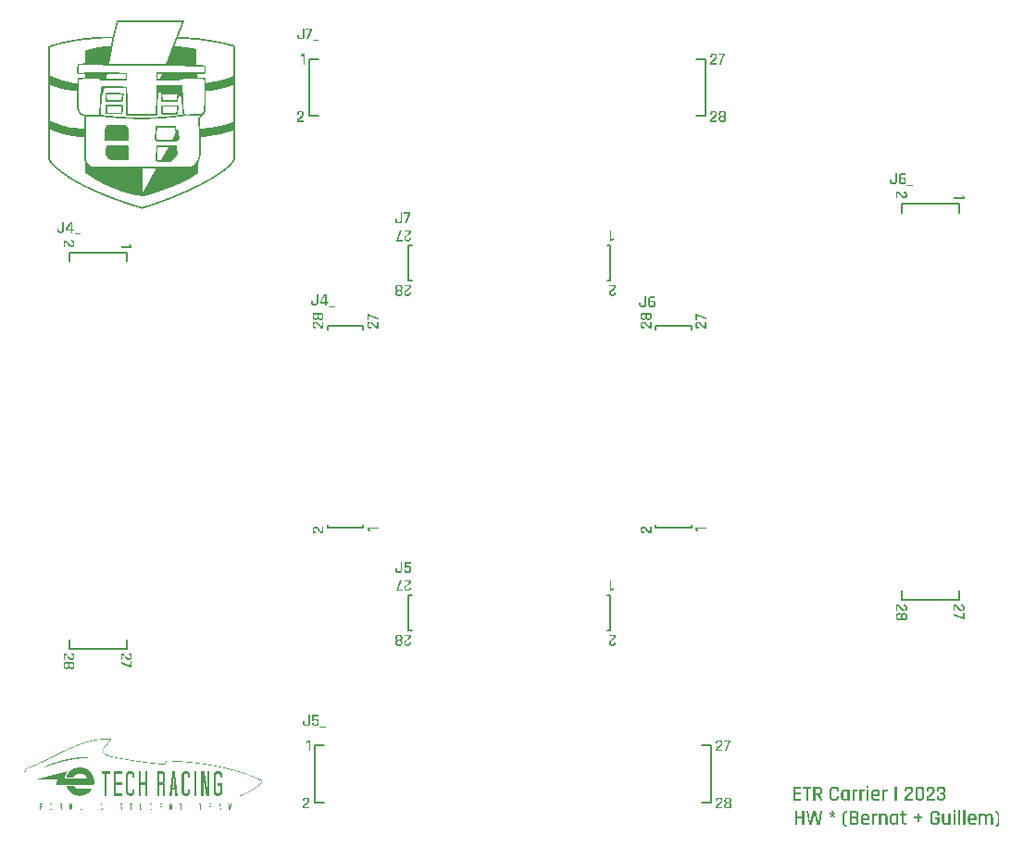
<source format=gto>
G04*
G04 #@! TF.GenerationSoftware,Altium Limited,Altium Designer,23.6.0 (18)*
G04*
G04 Layer_Color=65535*
%FSLAX44Y44*%
%MOMM*%
G71*
G04*
G04 #@! TF.SameCoordinates,14FF5C31-A8A2-4FAE-BB4F-38B74BC4A96C*
G04*
G04*
G04 #@! TF.FilePolarity,Positive*
G04*
G01*
G75*
%ADD10C,0.2000*%
G36*
X187147Y776891D02*
X186972D01*
Y776368D01*
X186798D01*
Y776019D01*
X186623D01*
Y775495D01*
X186449D01*
Y774972D01*
X186274D01*
Y774623D01*
X186100D01*
Y774100D01*
X185925D01*
Y773751D01*
X185751D01*
Y773227D01*
X185576D01*
Y772878D01*
X185402D01*
Y772355D01*
X185228D01*
Y771832D01*
X185053D01*
Y771483D01*
X184879D01*
Y770959D01*
X184704D01*
Y770610D01*
X184530D01*
Y770087D01*
X184355D01*
Y769738D01*
X184181D01*
Y769215D01*
X184006D01*
Y768866D01*
X183832D01*
Y768342D01*
X183657D01*
Y767819D01*
X183483D01*
Y767470D01*
X183309D01*
Y766947D01*
X183134D01*
Y766598D01*
X182959D01*
Y766074D01*
X182785D01*
Y765725D01*
X182611D01*
Y765202D01*
X182436D01*
Y764679D01*
X182262D01*
Y764330D01*
X182087D01*
Y763806D01*
X181913D01*
Y763457D01*
X181738D01*
Y762934D01*
X181564D01*
Y762585D01*
X181389D01*
Y762062D01*
X181215D01*
Y761538D01*
X187845D01*
Y761364D01*
X191508D01*
Y761189D01*
X193951D01*
Y761015D01*
X196219D01*
Y760840D01*
X197964D01*
Y760666D01*
X199708D01*
Y760491D01*
X201278D01*
Y760317D01*
X202674D01*
Y760143D01*
X204070D01*
Y759968D01*
X205291D01*
Y759793D01*
X206512D01*
Y759619D01*
X207733D01*
Y759445D01*
X208780D01*
Y759270D01*
X210002D01*
Y759096D01*
X211048D01*
Y758921D01*
X212095D01*
Y758747D01*
X212967D01*
Y758572D01*
X214014D01*
Y758398D01*
X214887D01*
Y758223D01*
X215933D01*
Y758049D01*
X216806D01*
Y757874D01*
X217678D01*
Y757700D01*
X218550D01*
Y757525D01*
X219423D01*
Y757351D01*
X220121D01*
Y757177D01*
X220993D01*
Y757002D01*
X221865D01*
Y756828D01*
X222563D01*
Y756653D01*
X223261D01*
Y756479D01*
X224133D01*
Y756304D01*
X224831D01*
Y756130D01*
X225529D01*
Y755955D01*
X226227D01*
Y755781D01*
X226925D01*
Y755606D01*
X227623D01*
Y755432D01*
X228320D01*
Y755257D01*
X229018D01*
Y755083D01*
X229716D01*
Y754909D01*
X230414D01*
Y754734D01*
X230937D01*
Y754560D01*
X231635D01*
Y754385D01*
X232159D01*
Y754211D01*
X232333D01*
Y753862D01*
X232507D01*
Y753687D01*
X232682D01*
Y753513D01*
X232856D01*
Y753338D01*
X233031D01*
Y752989D01*
X233205D01*
Y752815D01*
X233380D01*
Y752466D01*
X233554D01*
Y751943D01*
X233729D01*
Y651625D01*
X233554D01*
Y650579D01*
X233380D01*
Y650055D01*
X233205D01*
Y649532D01*
X233031D01*
Y649183D01*
X232856D01*
Y648834D01*
X232682D01*
Y648485D01*
X232507D01*
Y648136D01*
X232333D01*
Y647787D01*
X232159D01*
Y647613D01*
X231984D01*
Y647264D01*
X231810D01*
Y647089D01*
X231635D01*
Y646740D01*
X231461D01*
Y646566D01*
X231286D01*
Y646392D01*
X231112D01*
Y646043D01*
X230937D01*
Y645868D01*
X230763D01*
Y645694D01*
X230588D01*
Y645519D01*
X230414D01*
Y645345D01*
X230239D01*
Y645170D01*
X230065D01*
Y644821D01*
X229890D01*
Y644647D01*
X229716D01*
Y644472D01*
X229542D01*
Y644298D01*
X229367D01*
Y644124D01*
X229193D01*
Y643949D01*
X229018D01*
Y643775D01*
X228844D01*
Y643600D01*
X228669D01*
Y643426D01*
X228495D01*
Y643251D01*
X228320D01*
Y643077D01*
X228146D01*
Y642902D01*
X227971D01*
Y642728D01*
X227797D01*
Y642553D01*
X227448D01*
Y642379D01*
X227274D01*
Y642204D01*
X227099D01*
Y642030D01*
X226925D01*
Y641855D01*
X226750D01*
Y641681D01*
X226576D01*
Y641507D01*
X226401D01*
Y641332D01*
X226052D01*
Y641158D01*
X225878D01*
Y640983D01*
X225703D01*
Y640809D01*
X225529D01*
Y640634D01*
X225354D01*
Y640460D01*
X225005D01*
Y640285D01*
X224831D01*
Y640111D01*
X224657D01*
Y639936D01*
X224482D01*
Y639762D01*
X224133D01*
Y639587D01*
X223959D01*
Y639413D01*
X223784D01*
Y639239D01*
X223435D01*
Y639064D01*
X223261D01*
Y638890D01*
X223086D01*
Y638715D01*
X222738D01*
Y638541D01*
X222563D01*
Y638366D01*
X222389D01*
Y638192D01*
X222040D01*
Y638017D01*
X221865D01*
Y637843D01*
X221691D01*
Y637668D01*
X221342D01*
Y637494D01*
X221167D01*
Y637319D01*
X220818D01*
Y637145D01*
X220644D01*
Y636970D01*
X220295D01*
Y636796D01*
X220121D01*
Y636622D01*
X219772D01*
Y636447D01*
X219597D01*
Y636273D01*
X219423D01*
Y636098D01*
X219074D01*
Y635924D01*
X218899D01*
Y635749D01*
X218550D01*
Y635575D01*
X218376D01*
Y635400D01*
X218027D01*
Y635226D01*
X217678D01*
Y635051D01*
X217504D01*
Y634877D01*
X217155D01*
Y634702D01*
X216980D01*
Y634528D01*
X216631D01*
Y634353D01*
X216457D01*
Y634179D01*
X216108D01*
Y634005D01*
X215759D01*
Y633830D01*
X215584D01*
Y633656D01*
X215236D01*
Y633481D01*
X215061D01*
Y633307D01*
X214712D01*
Y633132D01*
X214363D01*
Y632958D01*
X214189D01*
Y632783D01*
X213840D01*
Y632609D01*
X213491D01*
Y632434D01*
X213316D01*
Y632260D01*
X212967D01*
Y632085D01*
X212619D01*
Y631911D01*
X212444D01*
Y631736D01*
X212095D01*
Y631562D01*
X211746D01*
Y631388D01*
X211572D01*
Y631213D01*
X211223D01*
Y631039D01*
X210874D01*
Y630864D01*
X210525D01*
Y630690D01*
X210350D01*
Y630515D01*
X210002D01*
Y630341D01*
X209653D01*
Y630166D01*
X209304D01*
Y629992D01*
X209129D01*
Y629817D01*
X208780D01*
Y629643D01*
X208431D01*
Y629468D01*
X208082D01*
Y629294D01*
X207733D01*
Y629119D01*
X207559D01*
Y628945D01*
X207210D01*
Y628771D01*
X206861D01*
Y628596D01*
X206512D01*
Y628422D01*
X206163D01*
Y628247D01*
X205814D01*
Y628073D01*
X205466D01*
Y627898D01*
X205291D01*
Y627724D01*
X204942D01*
Y627549D01*
X204593D01*
Y627375D01*
X204244D01*
Y627200D01*
X203895D01*
Y627026D01*
X203546D01*
Y626852D01*
X203197D01*
Y626677D01*
X202848D01*
Y626503D01*
X202500D01*
Y626328D01*
X202151D01*
Y626154D01*
X201802D01*
Y625979D01*
X201627D01*
Y625805D01*
X201278D01*
Y625630D01*
X200929D01*
Y625456D01*
X200581D01*
Y625281D01*
X200231D01*
Y625107D01*
X199883D01*
Y624932D01*
X199534D01*
Y624758D01*
X199185D01*
Y624583D01*
X198836D01*
Y624409D01*
X198487D01*
Y624235D01*
X198138D01*
Y624060D01*
X197789D01*
Y623886D01*
X197266D01*
Y623711D01*
X196917D01*
Y623537D01*
X196568D01*
Y623362D01*
X196219D01*
Y623188D01*
X195870D01*
Y623013D01*
X195521D01*
Y622839D01*
X195172D01*
Y622664D01*
X194823D01*
Y622490D01*
X194474D01*
Y622315D01*
X194125D01*
Y622141D01*
X193776D01*
Y621967D01*
X193253D01*
Y621792D01*
X192904D01*
Y621618D01*
X192555D01*
Y621443D01*
X192206D01*
Y621269D01*
X191857D01*
Y621094D01*
X191508D01*
Y620920D01*
X191159D01*
Y620745D01*
X190636D01*
Y620571D01*
X190287D01*
Y620396D01*
X189938D01*
Y620222D01*
X189589D01*
Y620047D01*
X189240D01*
Y619873D01*
X188717D01*
Y619698D01*
X188368D01*
Y619524D01*
X188019D01*
Y619350D01*
X187670D01*
Y619175D01*
X187147D01*
Y619001D01*
X186798D01*
Y618826D01*
X186449D01*
Y618652D01*
X186100D01*
Y618477D01*
X185576D01*
Y618303D01*
X185228D01*
Y618128D01*
X184879D01*
Y617954D01*
X184355D01*
Y617779D01*
X184006D01*
Y617605D01*
X183657D01*
Y617430D01*
X183134D01*
Y617256D01*
X182785D01*
Y617081D01*
X182436D01*
Y616907D01*
X181913D01*
Y616732D01*
X181564D01*
Y616558D01*
X181215D01*
Y616384D01*
X180692D01*
Y616209D01*
X180343D01*
Y616035D01*
X179819D01*
Y615860D01*
X179470D01*
Y615686D01*
X178947D01*
Y615511D01*
X178598D01*
Y615337D01*
X178249D01*
Y615162D01*
X177726D01*
Y614988D01*
X177377D01*
Y614813D01*
X176853D01*
Y614639D01*
X176504D01*
Y614464D01*
X175981D01*
Y614290D01*
X175632D01*
Y614116D01*
X175109D01*
Y613941D01*
X174760D01*
Y613767D01*
X174236D01*
Y613592D01*
X173887D01*
Y613418D01*
X173364D01*
Y613243D01*
X173015D01*
Y613069D01*
X172492D01*
Y612894D01*
X171968D01*
Y612720D01*
X171619D01*
Y612545D01*
X171096D01*
Y612371D01*
X170747D01*
Y612196D01*
X170224D01*
Y612022D01*
X169700D01*
Y611847D01*
X169351D01*
Y611673D01*
X168828D01*
Y611499D01*
X168305D01*
Y611324D01*
X167956D01*
Y611150D01*
X167432D01*
Y610975D01*
X166909D01*
Y610801D01*
X166385D01*
Y610626D01*
X166036D01*
Y610452D01*
X165513D01*
Y610277D01*
X164990D01*
Y610103D01*
X164466D01*
Y609928D01*
X164117D01*
Y609754D01*
X163594D01*
Y609580D01*
X163071D01*
Y609405D01*
X162547D01*
Y609231D01*
X162024D01*
Y609056D01*
X161500D01*
Y608882D01*
X161151D01*
Y608707D01*
X160628D01*
Y608533D01*
X160105D01*
Y608358D01*
X159581D01*
Y608184D01*
X159058D01*
Y608009D01*
X158534D01*
Y607835D01*
X158011D01*
Y607660D01*
X157488D01*
Y607486D01*
X156964D01*
Y607311D01*
X156441D01*
Y607137D01*
X155918D01*
Y606963D01*
X155394D01*
Y606788D01*
X154871D01*
Y606614D01*
X154347D01*
Y606439D01*
X153824D01*
Y606265D01*
X153301D01*
Y606090D01*
X152603D01*
Y605916D01*
X152079D01*
Y605741D01*
X151556D01*
Y605567D01*
X151032D01*
Y605392D01*
X150509D01*
Y605218D01*
X149811D01*
Y605043D01*
X149288D01*
Y604869D01*
X148764D01*
Y604695D01*
X147718D01*
Y604869D01*
X147194D01*
Y605043D01*
X146671D01*
Y605218D01*
X145973D01*
Y605392D01*
X145450D01*
Y605567D01*
X144926D01*
Y605741D01*
X144403D01*
Y605916D01*
X143705D01*
Y606090D01*
X143182D01*
Y606265D01*
X142658D01*
Y606439D01*
X142135D01*
Y606614D01*
X141611D01*
Y606788D01*
X141088D01*
Y606963D01*
X140390D01*
Y607137D01*
X139867D01*
Y607311D01*
X139343D01*
Y607486D01*
X138820D01*
Y607660D01*
X138297D01*
Y607835D01*
X137773D01*
Y608009D01*
X137250D01*
Y608184D01*
X136726D01*
Y608358D01*
X136203D01*
Y608533D01*
X135680D01*
Y608707D01*
X135156D01*
Y608882D01*
X134633D01*
Y609056D01*
X134109D01*
Y609231D01*
X133586D01*
Y609405D01*
X133063D01*
Y609580D01*
X132539D01*
Y609754D01*
X132016D01*
Y609928D01*
X131493D01*
Y610103D01*
X130969D01*
Y610277D01*
X130446D01*
Y610452D01*
X129922D01*
Y610626D01*
X129573D01*
Y610801D01*
X129050D01*
Y610975D01*
X128527D01*
Y611150D01*
X128003D01*
Y611324D01*
X127480D01*
Y611499D01*
X126956D01*
Y611673D01*
X126607D01*
Y611847D01*
X126084D01*
Y612022D01*
X125561D01*
Y612196D01*
X125037D01*
Y612371D01*
X124514D01*
Y612545D01*
X124165D01*
Y612720D01*
X123642D01*
Y612894D01*
X123118D01*
Y613069D01*
X122769D01*
Y613243D01*
X122246D01*
Y613418D01*
X121722D01*
Y613592D01*
X121374D01*
Y613767D01*
X120850D01*
Y613941D01*
X120327D01*
Y614116D01*
X119978D01*
Y614290D01*
X119454D01*
Y614464D01*
X118931D01*
Y614639D01*
X118582D01*
Y614813D01*
X118059D01*
Y614988D01*
X117710D01*
Y615162D01*
X117186D01*
Y615337D01*
X116837D01*
Y615511D01*
X116314D01*
Y615686D01*
X115791D01*
Y615860D01*
X115442D01*
Y616035D01*
X114918D01*
Y616209D01*
X114569D01*
Y616384D01*
X114046D01*
Y616558D01*
X113697D01*
Y616732D01*
X113174D01*
Y616907D01*
X112825D01*
Y617081D01*
X112476D01*
Y617256D01*
X111952D01*
Y617430D01*
X111603D01*
Y617605D01*
X111080D01*
Y617779D01*
X110731D01*
Y617954D01*
X110382D01*
Y618128D01*
X109859D01*
Y618303D01*
X109510D01*
Y618477D01*
X108987D01*
Y618652D01*
X108638D01*
Y618826D01*
X108289D01*
Y619001D01*
X107765D01*
Y619175D01*
X107416D01*
Y619350D01*
X107067D01*
Y619524D01*
X106544D01*
Y619698D01*
X106195D01*
Y619873D01*
X105846D01*
Y620047D01*
X105497D01*
Y620222D01*
X104974D01*
Y620396D01*
X104625D01*
Y620571D01*
X104276D01*
Y620745D01*
X103927D01*
Y620920D01*
X103404D01*
Y621094D01*
X103055D01*
Y621269D01*
X102706D01*
Y621443D01*
X102357D01*
Y621618D01*
X102008D01*
Y621792D01*
X101659D01*
Y621967D01*
X101136D01*
Y622141D01*
X100787D01*
Y622315D01*
X100438D01*
Y622490D01*
X100089D01*
Y622664D01*
X99740D01*
Y622839D01*
X99391D01*
Y623013D01*
X99042D01*
Y623188D01*
X98693D01*
Y623362D01*
X98344D01*
Y623537D01*
X97821D01*
Y623711D01*
X97472D01*
Y623886D01*
X97123D01*
Y624060D01*
X96774D01*
Y624235D01*
X96425D01*
Y624409D01*
X96076D01*
Y624583D01*
X95727D01*
Y624758D01*
X95378D01*
Y624932D01*
X95029D01*
Y625107D01*
X94680D01*
Y625281D01*
X94332D01*
Y625456D01*
X93983D01*
Y625630D01*
X93634D01*
Y625805D01*
X93459D01*
Y625979D01*
X93110D01*
Y626154D01*
X92761D01*
Y626328D01*
X92412D01*
Y626503D01*
X92063D01*
Y626677D01*
X91714D01*
Y626852D01*
X91366D01*
Y627026D01*
X91017D01*
Y627200D01*
X90668D01*
Y627375D01*
X90493D01*
Y627549D01*
X90144D01*
Y627724D01*
X89795D01*
Y627898D01*
X89446D01*
Y628073D01*
X89098D01*
Y628247D01*
X88749D01*
Y628422D01*
X88574D01*
Y628596D01*
X88225D01*
Y628771D01*
X87876D01*
Y628945D01*
X87527D01*
Y629119D01*
X87178D01*
Y629294D01*
X87004D01*
Y629468D01*
X86655D01*
Y629643D01*
X86306D01*
Y629817D01*
X86132D01*
Y629992D01*
X85783D01*
Y630166D01*
X85434D01*
Y630341D01*
X85085D01*
Y630515D01*
X84910D01*
Y630690D01*
X84562D01*
Y630864D01*
X84213D01*
Y631039D01*
X84038D01*
Y631213D01*
X83689D01*
Y631388D01*
X83340D01*
Y631562D01*
X83166D01*
Y631736D01*
X82817D01*
Y631911D01*
X82642D01*
Y632085D01*
X82293D01*
Y632260D01*
X81945D01*
Y632434D01*
X81770D01*
Y632609D01*
X81421D01*
Y632783D01*
X81247D01*
Y632958D01*
X80898D01*
Y633132D01*
X80723D01*
Y633307D01*
X80374D01*
Y633481D01*
X80025D01*
Y633656D01*
X79851D01*
Y633830D01*
X79502D01*
Y634005D01*
X79328D01*
Y634179D01*
X78979D01*
Y634353D01*
X78804D01*
Y634528D01*
X78455D01*
Y634702D01*
X78281D01*
Y634877D01*
X77932D01*
Y635051D01*
X77757D01*
Y635226D01*
X77583D01*
Y635400D01*
X77234D01*
Y635575D01*
X77059D01*
Y635749D01*
X76711D01*
Y635924D01*
X76536D01*
Y636098D01*
X76187D01*
Y636273D01*
X76013D01*
Y636447D01*
X75838D01*
Y636622D01*
X75489D01*
Y636796D01*
X75315D01*
Y636970D01*
X75140D01*
Y637145D01*
X74791D01*
Y637319D01*
X74617D01*
Y637494D01*
X74443D01*
Y637668D01*
X74094D01*
Y637843D01*
X73919D01*
Y638017D01*
X73745D01*
Y638192D01*
X73396D01*
Y638366D01*
X73221D01*
Y638541D01*
X73047D01*
Y638715D01*
X72872D01*
Y638890D01*
X72523D01*
Y639064D01*
X72349D01*
Y639239D01*
X72175D01*
Y639413D01*
X72000D01*
Y639587D01*
X71651D01*
Y639762D01*
X71477D01*
Y639936D01*
X71302D01*
Y640111D01*
X71128D01*
Y640285D01*
X70953D01*
Y640460D01*
X70604D01*
Y640634D01*
X70430D01*
Y640809D01*
X70255D01*
Y640983D01*
X70081D01*
Y641158D01*
X69906D01*
Y641332D01*
X69732D01*
Y641507D01*
X69557D01*
Y641681D01*
X69209D01*
Y641855D01*
X69034D01*
Y642030D01*
X68860D01*
Y642204D01*
X68685D01*
Y642379D01*
X68511D01*
Y642553D01*
X68336D01*
Y642728D01*
X68162D01*
Y642902D01*
X67987D01*
Y643077D01*
X67813D01*
Y643251D01*
X67638D01*
Y643426D01*
X67464D01*
Y643600D01*
X67290D01*
Y643775D01*
X67115D01*
Y643949D01*
X66941D01*
Y644124D01*
X66766D01*
Y644298D01*
X66592D01*
Y644472D01*
X66417D01*
Y644647D01*
X66243D01*
Y644821D01*
X66068D01*
Y644996D01*
X65894D01*
Y645170D01*
X65719D01*
Y645519D01*
X65545D01*
Y645694D01*
X65370D01*
Y645868D01*
X65196D01*
Y646043D01*
X65021D01*
Y646217D01*
X64847D01*
Y646392D01*
X64672D01*
Y646740D01*
X64498D01*
Y646915D01*
X64324D01*
Y647089D01*
X64149D01*
Y647264D01*
X63975D01*
Y647613D01*
X63800D01*
Y647787D01*
X63626D01*
Y648136D01*
X63451D01*
Y648311D01*
X63277D01*
Y648660D01*
X63102D01*
Y648834D01*
X62928D01*
Y649183D01*
X62753D01*
Y649532D01*
X62579D01*
Y676923D01*
Y677097D01*
Y684948D01*
X62404D01*
Y685123D01*
X62579D01*
Y689833D01*
X62404D01*
Y719492D01*
X62230D01*
Y727518D01*
X62404D01*
Y731705D01*
X62230D01*
Y753164D01*
X62579D01*
Y753338D01*
X63102D01*
Y753513D01*
X63451D01*
Y753687D01*
X63975D01*
Y753862D01*
X64498D01*
Y754036D01*
X65021D01*
Y754211D01*
X65545D01*
Y754385D01*
X66068D01*
Y754560D01*
X66592D01*
Y754734D01*
X67290D01*
Y754909D01*
X67813D01*
Y755083D01*
X68336D01*
Y755257D01*
X69034D01*
Y755432D01*
X69557D01*
Y755606D01*
X70255D01*
Y755781D01*
X70779D01*
Y755955D01*
X71477D01*
Y756130D01*
X72175D01*
Y756304D01*
X72698D01*
Y756479D01*
X73396D01*
Y756653D01*
X74094D01*
Y756828D01*
X74791D01*
Y757002D01*
X75489D01*
Y757177D01*
X76362D01*
Y757351D01*
X77059D01*
Y757525D01*
X77757D01*
Y757700D01*
X78630D01*
Y757874D01*
X79502D01*
Y758049D01*
X80200D01*
Y758223D01*
X81072D01*
Y758398D01*
X81945D01*
Y758572D01*
X82991D01*
Y758747D01*
X83864D01*
Y758921D01*
X84736D01*
Y759096D01*
X85783D01*
Y759270D01*
X86830D01*
Y759445D01*
X87876D01*
Y759619D01*
X88923D01*
Y759793D01*
X90144D01*
Y759968D01*
X91366D01*
Y760143D01*
X92587D01*
Y760317D01*
X93808D01*
Y760491D01*
X95204D01*
Y760666D01*
X96774D01*
Y760840D01*
X98344D01*
Y761015D01*
X100089D01*
Y761189D01*
X102008D01*
Y761364D01*
X104101D01*
Y761538D01*
X106544D01*
Y761713D01*
X109510D01*
Y761887D01*
X113871D01*
Y762062D01*
X121548D01*
Y762411D01*
X121722D01*
Y763108D01*
X121897D01*
Y763806D01*
X122071D01*
Y764504D01*
X122246D01*
Y765202D01*
X122420D01*
Y765900D01*
X122595D01*
Y766598D01*
X122769D01*
Y767296D01*
X122944D01*
Y767993D01*
X123118D01*
Y768691D01*
X123293D01*
Y769389D01*
X123467D01*
Y770087D01*
X123642D01*
Y770785D01*
X123816D01*
Y771483D01*
X123990D01*
Y772180D01*
X124165D01*
Y772878D01*
X124339D01*
Y773576D01*
X124514D01*
Y774274D01*
X124688D01*
Y774972D01*
X124863D01*
Y775670D01*
X125037D01*
Y776368D01*
X125212D01*
Y777066D01*
X187147D01*
Y776891D01*
D02*
G37*
G36*
X102702Y103217D02*
X105148D01*
Y103152D01*
X105728D01*
Y103088D01*
X106307D01*
Y103024D01*
X105728D01*
Y102959D01*
X104440D01*
Y102895D01*
X103153D01*
Y102830D01*
X101865D01*
Y102766D01*
X100706D01*
Y102702D01*
X99676D01*
Y102637D01*
X98710D01*
Y102573D01*
X97809D01*
Y102508D01*
X97037D01*
Y102444D01*
X96264D01*
Y102380D01*
X95556D01*
Y102315D01*
X94848D01*
Y102251D01*
X94204D01*
Y102186D01*
X93560D01*
Y102122D01*
X92981D01*
Y102058D01*
X92401D01*
Y101993D01*
X91886D01*
Y101929D01*
X91307D01*
Y101865D01*
X90792D01*
Y101800D01*
X90277D01*
Y101736D01*
X89762D01*
Y101671D01*
X89311D01*
Y101607D01*
X88860D01*
Y101543D01*
X88345D01*
Y101478D01*
X87959D01*
Y101414D01*
X87508D01*
Y101350D01*
X87058D01*
Y101285D01*
X86671D01*
Y101221D01*
X86221D01*
Y101157D01*
X85835D01*
Y101092D01*
X85448D01*
Y101028D01*
X85062D01*
Y100963D01*
X84676D01*
Y100899D01*
X84289D01*
Y100835D01*
X83903D01*
Y100770D01*
X83517D01*
Y100706D01*
X83195D01*
Y100641D01*
X82809D01*
Y100577D01*
X82487D01*
Y100513D01*
X82165D01*
Y100448D01*
X81779D01*
Y100384D01*
X81457D01*
Y100319D01*
X81135D01*
Y100255D01*
X80813D01*
Y100191D01*
X80491D01*
Y100126D01*
X80169D01*
Y100062D01*
X79847D01*
Y99998D01*
X79590D01*
Y99933D01*
X79268D01*
Y99869D01*
X78946D01*
Y99804D01*
X78624D01*
Y99740D01*
X78366D01*
Y99676D01*
X78045D01*
Y99611D01*
X77787D01*
Y99547D01*
X77465D01*
Y99483D01*
X77208D01*
Y99418D01*
X76950D01*
Y99354D01*
X76628D01*
Y99289D01*
X76371D01*
Y99225D01*
X76113D01*
Y99161D01*
X75856D01*
Y99096D01*
X75598D01*
Y99032D01*
X75276D01*
Y98968D01*
X75019D01*
Y98903D01*
X74761D01*
Y98839D01*
X74504D01*
Y98774D01*
X74246D01*
Y98710D01*
X74053D01*
Y98646D01*
X73795D01*
Y98581D01*
X73538D01*
Y98517D01*
X73280D01*
Y98453D01*
X73023D01*
Y98388D01*
X72765D01*
Y98324D01*
X72572D01*
Y98259D01*
X72315D01*
Y98195D01*
X72057D01*
Y98131D01*
X71864D01*
Y98066D01*
X71607D01*
Y98002D01*
X71349D01*
Y97937D01*
X71156D01*
Y97873D01*
X70898D01*
Y97809D01*
X70705D01*
Y97744D01*
X70448D01*
Y97680D01*
X70255D01*
Y97616D01*
X69997D01*
Y97551D01*
X69804D01*
Y97487D01*
X69611D01*
Y97422D01*
X69353D01*
Y97358D01*
X69160D01*
Y97294D01*
X68967D01*
Y97229D01*
X68710D01*
Y97165D01*
X68516D01*
Y97100D01*
X68323D01*
Y97036D01*
X68130D01*
Y96972D01*
X67873D01*
Y96907D01*
X67679D01*
Y96843D01*
X67486D01*
Y96779D01*
X67293D01*
Y96714D01*
X67100D01*
Y96650D01*
X66907D01*
Y96586D01*
X66714D01*
Y96521D01*
X66521D01*
Y96457D01*
X66328D01*
Y96392D01*
X66134D01*
Y96328D01*
X65941D01*
Y96264D01*
X65748D01*
Y96199D01*
X65555D01*
Y96135D01*
X65362D01*
Y96070D01*
X65169D01*
Y96006D01*
X64976D01*
Y95942D01*
X64782D01*
Y95877D01*
X64589D01*
Y95813D01*
X64396D01*
Y95749D01*
X64267D01*
Y95684D01*
X64074D01*
Y95620D01*
X63881D01*
Y95555D01*
X63688D01*
Y95491D01*
X63495D01*
Y95427D01*
X63366D01*
Y95362D01*
X63173D01*
Y95298D01*
X62980D01*
Y95233D01*
X62787D01*
Y95169D01*
X62658D01*
Y95105D01*
X62465D01*
Y95040D01*
X62272D01*
Y94976D01*
X62143D01*
Y94912D01*
X61950D01*
Y94847D01*
X61757D01*
Y94783D01*
X61628D01*
Y94719D01*
X61435D01*
Y94654D01*
X61306D01*
Y94590D01*
X61113D01*
Y94525D01*
X60920D01*
Y94461D01*
X60791D01*
Y94397D01*
X60598D01*
Y94332D01*
X60469D01*
Y94268D01*
X60276D01*
Y94204D01*
X60147D01*
Y94139D01*
X59954D01*
Y94075D01*
X59825D01*
Y94010D01*
X59632D01*
Y93946D01*
X59503D01*
Y93882D01*
X59310D01*
Y93817D01*
X59117D01*
Y93753D01*
X58988D01*
Y93688D01*
X58859D01*
Y93753D01*
X58795D01*
Y93817D01*
X58731D01*
Y93882D01*
X58795D01*
Y93946D01*
X58924D01*
Y94010D01*
X59053D01*
Y94075D01*
X59181D01*
Y94139D01*
X59310D01*
Y94204D01*
X59439D01*
Y94268D01*
X59568D01*
Y94332D01*
X59696D01*
Y94397D01*
X59825D01*
Y94461D01*
X59954D01*
Y94525D01*
X60083D01*
Y94590D01*
X60211D01*
Y94654D01*
X60340D01*
Y94719D01*
X60469D01*
Y94783D01*
X60598D01*
Y94847D01*
X60726D01*
Y94912D01*
X60855D01*
Y94976D01*
X60984D01*
Y95040D01*
X61113D01*
Y95105D01*
X61241D01*
Y95169D01*
X61370D01*
Y95233D01*
X61499D01*
Y95298D01*
X61692D01*
Y95362D01*
X61821D01*
Y95427D01*
X61950D01*
Y95491D01*
X62078D01*
Y95555D01*
X62272D01*
Y95620D01*
X62400D01*
Y95684D01*
X62529D01*
Y95749D01*
X62658D01*
Y95813D01*
X62851D01*
Y95877D01*
X62980D01*
Y95942D01*
X63109D01*
Y96006D01*
X63302D01*
Y96070D01*
X63430D01*
Y96135D01*
X63559D01*
Y96199D01*
X63752D01*
Y96264D01*
X63881D01*
Y96328D01*
X64074D01*
Y96392D01*
X64203D01*
Y96457D01*
X64396D01*
Y96521D01*
X64525D01*
Y96586D01*
X64718D01*
Y96650D01*
X64847D01*
Y96714D01*
X65040D01*
Y96779D01*
X65169D01*
Y96843D01*
X65362D01*
Y96907D01*
X65490D01*
Y96972D01*
X65684D01*
Y97036D01*
X65877D01*
Y97100D01*
X66006D01*
Y97165D01*
X66199D01*
Y97229D01*
X66328D01*
Y97294D01*
X66521D01*
Y97358D01*
X66714D01*
Y97422D01*
X66907D01*
Y97487D01*
X67036D01*
Y97551D01*
X67229D01*
Y97616D01*
X67422D01*
Y97680D01*
X67615D01*
Y97744D01*
X67744D01*
Y97809D01*
X67937D01*
Y97873D01*
X68130D01*
Y97937D01*
X68323D01*
Y98002D01*
X68516D01*
Y98066D01*
X68710D01*
Y98131D01*
X68903D01*
Y98195D01*
X69096D01*
Y98259D01*
X69289D01*
Y98324D01*
X69482D01*
Y98388D01*
X69675D01*
Y98453D01*
X69868D01*
Y98517D01*
X70061D01*
Y98581D01*
X70255D01*
Y98646D01*
X70448D01*
Y98710D01*
X70641D01*
Y98774D01*
X70834D01*
Y98839D01*
X71027D01*
Y98903D01*
X71285D01*
Y98968D01*
X71478D01*
Y99032D01*
X71671D01*
Y99096D01*
X71864D01*
Y99161D01*
X72122D01*
Y99225D01*
X72315D01*
Y99289D01*
X72508D01*
Y99354D01*
X72765D01*
Y99418D01*
X72959D01*
Y99483D01*
X73216D01*
Y99547D01*
X73409D01*
Y99611D01*
X73667D01*
Y99676D01*
X73860D01*
Y99740D01*
X74117D01*
Y99804D01*
X74375D01*
Y99869D01*
X74568D01*
Y99933D01*
X74826D01*
Y99998D01*
X75083D01*
Y100062D01*
X75276D01*
Y100126D01*
X75534D01*
Y100191D01*
X75791D01*
Y100255D01*
X76049D01*
Y100319D01*
X76306D01*
Y100384D01*
X76564D01*
Y100448D01*
X76821D01*
Y100513D01*
X77079D01*
Y100577D01*
X77401D01*
Y100641D01*
X77658D01*
Y100706D01*
X77916D01*
Y100770D01*
X78173D01*
Y100835D01*
X78495D01*
Y100899D01*
X78753D01*
Y100963D01*
X79075D01*
Y101028D01*
X79397D01*
Y101092D01*
X79654D01*
Y101157D01*
X79976D01*
Y101221D01*
X80298D01*
Y101285D01*
X80620D01*
Y101350D01*
X80942D01*
Y101414D01*
X81264D01*
Y101478D01*
X81585D01*
Y101543D01*
X81972D01*
Y101607D01*
X82294D01*
Y101671D01*
X82680D01*
Y101736D01*
X83002D01*
Y101800D01*
X83388D01*
Y101865D01*
X83774D01*
Y101929D01*
X84161D01*
Y101993D01*
X84547D01*
Y102058D01*
X84998D01*
Y102122D01*
X85384D01*
Y102186D01*
X85835D01*
Y102251D01*
X86285D01*
Y102315D01*
X86736D01*
Y102380D01*
X87251D01*
Y102444D01*
X87766D01*
Y102508D01*
X88281D01*
Y102573D01*
X88860D01*
Y102637D01*
X89440D01*
Y102702D01*
X90019D01*
Y102766D01*
X90663D01*
Y102830D01*
X91371D01*
Y102895D01*
X92144D01*
Y102959D01*
X92916D01*
Y103024D01*
X93882D01*
Y103088D01*
X94912D01*
Y103152D01*
X96200D01*
Y103217D01*
X98002D01*
Y103281D01*
X102702D01*
Y103217D01*
D02*
G37*
G36*
X219229Y90019D02*
X219487D01*
Y89954D01*
X219680D01*
Y89890D01*
X219809D01*
Y89826D01*
X219937D01*
Y89761D01*
X220066D01*
Y89697D01*
X220195D01*
Y89633D01*
X220259D01*
Y89568D01*
X220388D01*
Y89504D01*
X220452D01*
Y89439D01*
X220517D01*
Y89375D01*
X220581D01*
Y89311D01*
X220645D01*
Y89246D01*
X220710D01*
Y89182D01*
X220774D01*
Y89117D01*
X220839D01*
Y89053D01*
X220903D01*
Y88924D01*
X220967D01*
Y88860D01*
X221032D01*
Y88796D01*
X221096D01*
Y88667D01*
X221160D01*
Y88538D01*
X221225D01*
Y88409D01*
X221289D01*
Y88216D01*
X221354D01*
Y87959D01*
X221418D01*
Y87572D01*
X221482D01*
Y84546D01*
X221418D01*
Y84482D01*
X219615D01*
Y86542D01*
X219551D01*
Y86864D01*
X219487D01*
Y87057D01*
X219422D01*
Y87186D01*
X219358D01*
Y87315D01*
X219293D01*
Y87444D01*
X219229D01*
Y87508D01*
X219165D01*
Y87572D01*
X219100D01*
Y87701D01*
X219036D01*
Y87766D01*
X218907D01*
Y87830D01*
X218843D01*
Y87894D01*
X218778D01*
Y87959D01*
X218650D01*
Y88023D01*
X218521D01*
Y88087D01*
X218392D01*
Y88152D01*
X218135D01*
Y88216D01*
X217362D01*
Y88152D01*
X217169D01*
Y88087D01*
X216976D01*
Y88023D01*
X216847D01*
Y87959D01*
X216783D01*
Y87894D01*
X216654D01*
Y87830D01*
X216590D01*
Y87766D01*
X216461D01*
Y87701D01*
X216396D01*
Y87572D01*
X216332D01*
Y87508D01*
X216268D01*
Y87444D01*
X216203D01*
Y87315D01*
X216139D01*
Y87186D01*
X216074D01*
Y87057D01*
X216010D01*
Y86929D01*
X215946D01*
Y86607D01*
X215881D01*
Y71284D01*
X215946D01*
Y70962D01*
X216010D01*
Y70834D01*
X216074D01*
Y70705D01*
X216139D01*
Y70576D01*
X216203D01*
Y70447D01*
X216268D01*
Y70383D01*
X216332D01*
Y70319D01*
X216396D01*
Y70190D01*
X216461D01*
Y70125D01*
X216590D01*
Y70061D01*
X216654D01*
Y69997D01*
X216783D01*
Y69932D01*
X216847D01*
Y69868D01*
X216976D01*
Y69804D01*
X217169D01*
Y69739D01*
X217362D01*
Y69675D01*
X218135D01*
Y69739D01*
X218392D01*
Y69804D01*
X218521D01*
Y69868D01*
X218650D01*
Y69932D01*
X218778D01*
Y69997D01*
X218843D01*
Y70061D01*
X218907D01*
Y70125D01*
X219036D01*
Y70190D01*
X219100D01*
Y70319D01*
X219165D01*
Y70383D01*
X219229D01*
Y70447D01*
X219293D01*
Y70576D01*
X219358D01*
Y70705D01*
X219422D01*
Y70834D01*
X219487D01*
Y71027D01*
X219551D01*
Y71349D01*
X219615D01*
Y77078D01*
X217748D01*
Y78945D01*
X221482D01*
Y70254D01*
X221418D01*
Y69868D01*
X221354D01*
Y69675D01*
X221289D01*
Y69482D01*
X221225D01*
Y69353D01*
X221160D01*
Y69224D01*
X221096D01*
Y69095D01*
X221032D01*
Y69031D01*
X220967D01*
Y68967D01*
X220903D01*
Y68838D01*
X220839D01*
Y68773D01*
X220774D01*
Y68709D01*
X220710D01*
Y68645D01*
X220645D01*
Y68580D01*
X220581D01*
Y68516D01*
X220517D01*
Y68452D01*
X220452D01*
Y68387D01*
X220388D01*
Y68323D01*
X220259D01*
Y68259D01*
X220195D01*
Y68194D01*
X220066D01*
Y68130D01*
X219937D01*
Y68065D01*
X219809D01*
Y68001D01*
X219680D01*
Y67937D01*
X219487D01*
Y67872D01*
X219229D01*
Y67808D01*
X216332D01*
Y67872D01*
X216010D01*
Y67937D01*
X215817D01*
Y68001D01*
X215688D01*
Y68065D01*
X215559D01*
Y68130D01*
X215431D01*
Y68194D01*
X215366D01*
Y68259D01*
X215238D01*
Y68323D01*
X215173D01*
Y68387D01*
X215109D01*
Y68452D01*
X214980D01*
Y68516D01*
X214916D01*
Y68580D01*
X214851D01*
Y68645D01*
X214787D01*
Y68709D01*
X214722D01*
Y68838D01*
X214658D01*
Y68902D01*
X214594D01*
Y68967D01*
X214529D01*
Y69031D01*
X214465D01*
Y69160D01*
X214401D01*
Y69289D01*
X214336D01*
Y69353D01*
X214272D01*
Y69546D01*
X214207D01*
Y69675D01*
X214143D01*
Y69868D01*
X214079D01*
Y70254D01*
X214014D01*
Y87637D01*
X214079D01*
Y87959D01*
X214143D01*
Y88216D01*
X214207D01*
Y88345D01*
X214272D01*
Y88538D01*
X214336D01*
Y88602D01*
X214401D01*
Y88731D01*
X214465D01*
Y88860D01*
X214529D01*
Y88924D01*
X214594D01*
Y88989D01*
X214658D01*
Y89053D01*
X214722D01*
Y89182D01*
X214787D01*
Y89246D01*
X214851D01*
Y89311D01*
X214916D01*
Y89375D01*
X214980D01*
Y89439D01*
X215109D01*
Y89504D01*
X215173D01*
Y89568D01*
X215238D01*
Y89633D01*
X215366D01*
Y89697D01*
X215431D01*
Y89761D01*
X215559D01*
Y89826D01*
X215688D01*
Y89890D01*
X215817D01*
Y89954D01*
X216010D01*
Y90019D01*
X216332D01*
Y90083D01*
X219229D01*
Y90019D01*
D02*
G37*
G36*
X189936D02*
X190194D01*
Y89954D01*
X190387D01*
Y89890D01*
X190516D01*
Y89826D01*
X190644D01*
Y89761D01*
X190773D01*
Y89697D01*
X190902D01*
Y89633D01*
X190966D01*
Y89568D01*
X191095D01*
Y89504D01*
X191159D01*
Y89439D01*
X191224D01*
Y89375D01*
X191288D01*
Y89311D01*
X191353D01*
Y89246D01*
X191417D01*
Y89182D01*
X191481D01*
Y89117D01*
X191546D01*
Y89053D01*
X191610D01*
Y88924D01*
X191674D01*
Y88860D01*
X191739D01*
Y88796D01*
X191803D01*
Y88667D01*
X191868D01*
Y88538D01*
X191932D01*
Y88409D01*
X191996D01*
Y88216D01*
X192061D01*
Y87959D01*
X192125D01*
Y87572D01*
X192190D01*
Y84546D01*
X192125D01*
Y84482D01*
X190323D01*
Y86542D01*
X190258D01*
Y86864D01*
X190194D01*
Y87057D01*
X190129D01*
Y87186D01*
X190065D01*
Y87315D01*
X190001D01*
Y87444D01*
X189936D01*
Y87508D01*
X189872D01*
Y87572D01*
X189807D01*
Y87701D01*
X189743D01*
Y87766D01*
X189614D01*
Y87830D01*
X189550D01*
Y87894D01*
X189486D01*
Y87959D01*
X189357D01*
Y88023D01*
X189228D01*
Y88087D01*
X189099D01*
Y88152D01*
X188842D01*
Y88216D01*
X188069D01*
Y88152D01*
X187876D01*
Y88087D01*
X187683D01*
Y88023D01*
X187554D01*
Y87959D01*
X187490D01*
Y87894D01*
X187361D01*
Y87830D01*
X187297D01*
Y87766D01*
X187168D01*
Y87701D01*
X187104D01*
Y87572D01*
X187039D01*
Y87508D01*
X186975D01*
Y87444D01*
X186910D01*
Y87315D01*
X186846D01*
Y87186D01*
X186782D01*
Y87057D01*
X186717D01*
Y86929D01*
X186653D01*
Y86607D01*
X186589D01*
Y71284D01*
X186653D01*
Y70962D01*
X186717D01*
Y70834D01*
X186782D01*
Y70705D01*
X186846D01*
Y70576D01*
X186910D01*
Y70447D01*
X186975D01*
Y70383D01*
X187039D01*
Y70319D01*
X187104D01*
Y70190D01*
X187168D01*
Y70125D01*
X187297D01*
Y70061D01*
X187361D01*
Y69997D01*
X187490D01*
Y69932D01*
X187554D01*
Y69868D01*
X187683D01*
Y69804D01*
X187876D01*
Y69739D01*
X188069D01*
Y69675D01*
X188842D01*
Y69739D01*
X189099D01*
Y69804D01*
X189228D01*
Y69868D01*
X189357D01*
Y69932D01*
X189486D01*
Y69997D01*
X189550D01*
Y70061D01*
X189614D01*
Y70125D01*
X189743D01*
Y70190D01*
X189807D01*
Y70319D01*
X189872D01*
Y70383D01*
X189936D01*
Y70447D01*
X190001D01*
Y70576D01*
X190065D01*
Y70705D01*
X190129D01*
Y70834D01*
X190194D01*
Y71027D01*
X190258D01*
Y71349D01*
X190323D01*
Y73409D01*
X192125D01*
Y73344D01*
X192190D01*
Y70254D01*
X192125D01*
Y69868D01*
X192061D01*
Y69675D01*
X191996D01*
Y69482D01*
X191932D01*
Y69353D01*
X191868D01*
Y69224D01*
X191803D01*
Y69095D01*
X191739D01*
Y69031D01*
X191674D01*
Y68967D01*
X191610D01*
Y68838D01*
X191546D01*
Y68773D01*
X191481D01*
Y68709D01*
X191417D01*
Y68645D01*
X191353D01*
Y68580D01*
X191288D01*
Y68516D01*
X191224D01*
Y68452D01*
X191159D01*
Y68387D01*
X191095D01*
Y68323D01*
X190966D01*
Y68259D01*
X190902D01*
Y68194D01*
X190773D01*
Y68130D01*
X190644D01*
Y68065D01*
X190516D01*
Y68001D01*
X190387D01*
Y67937D01*
X190194D01*
Y67872D01*
X189936D01*
Y67808D01*
X187039D01*
Y67872D01*
X186717D01*
Y67937D01*
X186524D01*
Y68001D01*
X186395D01*
Y68065D01*
X186267D01*
Y68130D01*
X186138D01*
Y68194D01*
X186073D01*
Y68259D01*
X185945D01*
Y68323D01*
X185880D01*
Y68387D01*
X185816D01*
Y68452D01*
X185687D01*
Y68516D01*
X185623D01*
Y68580D01*
X185558D01*
Y68645D01*
X185494D01*
Y68709D01*
X185430D01*
Y68838D01*
X185365D01*
Y68902D01*
X185301D01*
Y68967D01*
X185237D01*
Y69031D01*
X185172D01*
Y69160D01*
X185108D01*
Y69289D01*
X185043D01*
Y69353D01*
X184979D01*
Y69546D01*
X184915D01*
Y69675D01*
X184850D01*
Y69868D01*
X184786D01*
Y70254D01*
X184722D01*
Y82100D01*
Y82164D01*
Y87637D01*
X184786D01*
Y87959D01*
X184850D01*
Y88216D01*
X184915D01*
Y88345D01*
X184979D01*
Y88538D01*
X185043D01*
Y88602D01*
X185108D01*
Y88731D01*
X185172D01*
Y88860D01*
X185237D01*
Y88924D01*
X185301D01*
Y88989D01*
X185365D01*
Y89053D01*
X185430D01*
Y89182D01*
X185494D01*
Y89246D01*
X185558D01*
Y89311D01*
X185623D01*
Y89375D01*
X185687D01*
Y89439D01*
X185816D01*
Y89504D01*
X185880D01*
Y89568D01*
X185945D01*
Y89633D01*
X186073D01*
Y89697D01*
X186138D01*
Y89761D01*
X186267D01*
Y89826D01*
X186395D01*
Y89890D01*
X186524D01*
Y89954D01*
X186717D01*
Y90019D01*
X187039D01*
Y90083D01*
X189936D01*
Y90019D01*
D02*
G37*
G36*
X139012D02*
X139270D01*
Y89954D01*
X139463D01*
Y89890D01*
X139591D01*
Y89826D01*
X139720D01*
Y89761D01*
X139849D01*
Y89697D01*
X139978D01*
Y89633D01*
X140042D01*
Y89568D01*
X140171D01*
Y89504D01*
X140235D01*
Y89439D01*
X140300D01*
Y89375D01*
X140364D01*
Y89311D01*
X140428D01*
Y89246D01*
X140493D01*
Y89182D01*
X140557D01*
Y89117D01*
X140622D01*
Y89053D01*
X140686D01*
Y88924D01*
X140750D01*
Y88860D01*
X140815D01*
Y88796D01*
X140879D01*
Y88667D01*
X140943D01*
Y88538D01*
X141008D01*
Y88409D01*
X141072D01*
Y88216D01*
X141137D01*
Y87959D01*
X141201D01*
Y87572D01*
X141265D01*
Y84546D01*
X141201D01*
Y84482D01*
X139398D01*
Y86542D01*
X139334D01*
Y86864D01*
X139270D01*
Y87057D01*
X139205D01*
Y87186D01*
X139141D01*
Y87315D01*
X139076D01*
Y87444D01*
X139012D01*
Y87508D01*
X138948D01*
Y87572D01*
X138883D01*
Y87701D01*
X138819D01*
Y87766D01*
X138690D01*
Y87830D01*
X138626D01*
Y87894D01*
X138561D01*
Y87959D01*
X138433D01*
Y88023D01*
X138304D01*
Y88087D01*
X138175D01*
Y88152D01*
X137918D01*
Y88216D01*
X137145D01*
Y88152D01*
X136952D01*
Y88087D01*
X136759D01*
Y88023D01*
X136630D01*
Y87959D01*
X136566D01*
Y87894D01*
X136437D01*
Y87830D01*
X136372D01*
Y87766D01*
X136244D01*
Y87701D01*
X136179D01*
Y87572D01*
X136115D01*
Y87508D01*
X136051D01*
Y87444D01*
X135986D01*
Y87315D01*
X135922D01*
Y87186D01*
X135857D01*
Y87057D01*
X135793D01*
Y86929D01*
X135729D01*
Y86607D01*
X135664D01*
Y71284D01*
X135729D01*
Y70962D01*
X135793D01*
Y70834D01*
X135857D01*
Y70705D01*
X135922D01*
Y70576D01*
X135986D01*
Y70447D01*
X136051D01*
Y70383D01*
X136115D01*
Y70319D01*
X136179D01*
Y70190D01*
X136244D01*
Y70125D01*
X136372D01*
Y70061D01*
X136437D01*
Y69997D01*
X136566D01*
Y69932D01*
X136630D01*
Y69868D01*
X136759D01*
Y69804D01*
X136952D01*
Y69739D01*
X137145D01*
Y69675D01*
X137918D01*
Y69739D01*
X138175D01*
Y69804D01*
X138304D01*
Y69868D01*
X138433D01*
Y69932D01*
X138561D01*
Y69997D01*
X138626D01*
Y70061D01*
X138690D01*
Y70125D01*
X138819D01*
Y70190D01*
X138883D01*
Y70319D01*
X138948D01*
Y70383D01*
X139012D01*
Y70447D01*
X139076D01*
Y70576D01*
X139141D01*
Y70705D01*
X139205D01*
Y70834D01*
X139270D01*
Y71027D01*
X139334D01*
Y71349D01*
X139398D01*
Y73409D01*
X141201D01*
Y73344D01*
X141265D01*
Y70254D01*
X141201D01*
Y69868D01*
X141137D01*
Y69675D01*
X141072D01*
Y69482D01*
X141008D01*
Y69353D01*
X140943D01*
Y69224D01*
X140879D01*
Y69095D01*
X140815D01*
Y69031D01*
X140750D01*
Y68967D01*
X140686D01*
Y68838D01*
X140622D01*
Y68773D01*
X140557D01*
Y68709D01*
X140493D01*
Y68645D01*
X140428D01*
Y68580D01*
X140364D01*
Y68516D01*
X140300D01*
Y68452D01*
X140235D01*
Y68387D01*
X140171D01*
Y68323D01*
X140042D01*
Y68259D01*
X139978D01*
Y68194D01*
X139849D01*
Y68130D01*
X139720D01*
Y68065D01*
X139591D01*
Y68001D01*
X139463D01*
Y67937D01*
X139270D01*
Y67872D01*
X139012D01*
Y67808D01*
X136115D01*
Y67872D01*
X135793D01*
Y67937D01*
X135600D01*
Y68001D01*
X135471D01*
Y68065D01*
X135342D01*
Y68130D01*
X135214D01*
Y68194D01*
X135149D01*
Y68259D01*
X135021D01*
Y68323D01*
X134956D01*
Y68387D01*
X134892D01*
Y68452D01*
X134763D01*
Y68516D01*
X134699D01*
Y68580D01*
X134634D01*
Y68645D01*
X134570D01*
Y68709D01*
X134506D01*
Y68838D01*
X134441D01*
Y68902D01*
X134377D01*
Y68967D01*
X134312D01*
Y69031D01*
X134248D01*
Y69160D01*
X134184D01*
Y69289D01*
X134119D01*
Y69353D01*
X134055D01*
Y69546D01*
X133990D01*
Y69675D01*
X133926D01*
Y69868D01*
X133862D01*
Y70254D01*
X133797D01*
Y87637D01*
X133862D01*
Y87959D01*
X133926D01*
Y88216D01*
X133990D01*
Y88345D01*
X134055D01*
Y88538D01*
X134119D01*
Y88602D01*
X134184D01*
Y88731D01*
X134248D01*
Y88860D01*
X134312D01*
Y88924D01*
X134377D01*
Y88989D01*
X134441D01*
Y89053D01*
X134506D01*
Y89182D01*
X134570D01*
Y89246D01*
X134634D01*
Y89311D01*
X134699D01*
Y89375D01*
X134763D01*
Y89439D01*
X134892D01*
Y89504D01*
X134956D01*
Y89568D01*
X135021D01*
Y89633D01*
X135149D01*
Y89697D01*
X135214D01*
Y89761D01*
X135342D01*
Y89826D01*
X135471D01*
Y89890D01*
X135600D01*
Y89954D01*
X135793D01*
Y90019D01*
X136115D01*
Y90083D01*
X139012D01*
Y90019D01*
D02*
G37*
G36*
X92466Y93688D02*
X93109D01*
Y93624D01*
X93560D01*
Y93560D01*
X93946D01*
Y93495D01*
X94268D01*
Y93431D01*
X94526D01*
Y93366D01*
X94783D01*
Y93302D01*
X94976D01*
Y93238D01*
X95234D01*
Y93173D01*
X95427D01*
Y93109D01*
X95620D01*
Y93045D01*
X95813D01*
Y92980D01*
X95942D01*
Y92916D01*
X96135D01*
Y92851D01*
X96264D01*
Y92787D01*
X96457D01*
Y92723D01*
X96586D01*
Y92658D01*
X96715D01*
Y92594D01*
X96843D01*
Y92530D01*
X96972D01*
Y92465D01*
X97101D01*
Y92401D01*
X97230D01*
Y92336D01*
X97358D01*
Y92272D01*
X97487D01*
Y92208D01*
X97616D01*
Y92143D01*
X97745D01*
Y92079D01*
X97809D01*
Y92015D01*
X97938D01*
Y91950D01*
X98067D01*
Y91886D01*
X98131D01*
Y91821D01*
X98260D01*
Y91757D01*
X98389D01*
Y91693D01*
X98453D01*
Y91628D01*
X98582D01*
Y91564D01*
X98646D01*
Y91500D01*
X98775D01*
Y91435D01*
X98839D01*
Y91371D01*
X98904D01*
Y91306D01*
X99032D01*
Y91242D01*
X99097D01*
Y91178D01*
X99225D01*
Y91113D01*
X99290D01*
Y91049D01*
X99354D01*
Y90984D01*
X99483D01*
Y90920D01*
X99547D01*
Y90856D01*
X99612D01*
Y90791D01*
X99676D01*
Y90727D01*
X99805D01*
Y90663D01*
X99869D01*
Y90598D01*
X99934D01*
Y90534D01*
X99998D01*
Y90469D01*
X100062D01*
Y90405D01*
X100127D01*
Y90341D01*
X100191D01*
Y90276D01*
X100320D01*
Y90212D01*
X100384D01*
Y90147D01*
X100449D01*
Y90083D01*
X100513D01*
Y90019D01*
X100577D01*
Y89954D01*
X100642D01*
Y89890D01*
X100706D01*
Y89826D01*
X100771D01*
Y89761D01*
X100835D01*
Y89697D01*
X100899D01*
Y89633D01*
X100964D01*
Y89504D01*
X101028D01*
Y89439D01*
X101093D01*
Y89375D01*
X101157D01*
Y89311D01*
X101221D01*
Y89246D01*
X101286D01*
Y89182D01*
X101350D01*
Y89117D01*
X101414D01*
Y88989D01*
X101479D01*
Y88924D01*
X101543D01*
Y88860D01*
X101608D01*
Y88796D01*
X101672D01*
Y88667D01*
X101736D01*
Y88602D01*
X101801D01*
Y88538D01*
X101865D01*
Y88409D01*
X101929D01*
Y88345D01*
X101994D01*
Y88216D01*
X102058D01*
Y88152D01*
X102122D01*
Y88023D01*
X102187D01*
Y87959D01*
X102251D01*
Y87830D01*
X102316D01*
Y87766D01*
X102380D01*
Y87637D01*
X102444D01*
Y87572D01*
X102509D01*
Y87444D01*
X102573D01*
Y87315D01*
X102638D01*
Y87250D01*
X102702D01*
Y87122D01*
X102766D01*
Y86993D01*
X102831D01*
Y86864D01*
X102895D01*
Y86735D01*
X102959D01*
Y86671D01*
X103024D01*
Y86542D01*
X103088D01*
Y86413D01*
X103153D01*
Y86285D01*
X103217D01*
Y86156D01*
X103281D01*
Y86027D01*
X103346D01*
Y85899D01*
X103410D01*
Y85705D01*
X103475D01*
Y85577D01*
X103539D01*
Y85448D01*
X103603D01*
Y85255D01*
X103668D01*
Y85062D01*
X103732D01*
Y84933D01*
X103796D01*
Y84740D01*
X103861D01*
Y84546D01*
X103925D01*
Y84289D01*
X103989D01*
Y84096D01*
X104054D01*
Y83838D01*
X104118D01*
Y83516D01*
X104183D01*
Y83259D01*
X104247D01*
Y82873D01*
X104311D01*
Y82422D01*
X104376D01*
Y81778D01*
X104440D01*
Y79396D01*
X104376D01*
Y78881D01*
X104311D01*
Y78559D01*
X104247D01*
Y78173D01*
X104183D01*
Y77980D01*
X104118D01*
Y77915D01*
X103668D01*
Y77851D01*
X70383D01*
Y77915D01*
X70255D01*
Y77980D01*
X70190D01*
Y78109D01*
X70126D01*
Y78366D01*
X70190D01*
Y79139D01*
X70255D01*
Y79718D01*
X70319D01*
Y80233D01*
X70383D01*
Y80684D01*
X70448D01*
Y81070D01*
X70512D01*
Y81456D01*
X70577D01*
Y81778D01*
X70641D01*
Y82100D01*
X70705D01*
Y82358D01*
X70770D01*
Y82615D01*
X70834D01*
Y83001D01*
X70898D01*
Y83130D01*
X53516D01*
Y83259D01*
X53645D01*
Y83323D01*
X53902D01*
Y83388D01*
X54160D01*
Y83452D01*
X54353D01*
Y83516D01*
X54610D01*
Y83581D01*
X54868D01*
Y83645D01*
X55125D01*
Y83710D01*
X55383D01*
Y83774D01*
X55641D01*
Y83838D01*
X55898D01*
Y83903D01*
X56156D01*
Y83967D01*
X56349D01*
Y84031D01*
X56606D01*
Y84096D01*
X56864D01*
Y84160D01*
X57121D01*
Y84225D01*
X57379D01*
Y84289D01*
X57636D01*
Y84353D01*
X57894D01*
Y84418D01*
X58087D01*
Y84482D01*
X58344D01*
Y84546D01*
X58602D01*
Y84611D01*
X58859D01*
Y84675D01*
X59117D01*
Y84740D01*
X59374D01*
Y84804D01*
X59632D01*
Y84868D01*
X59825D01*
Y84933D01*
X60083D01*
Y84997D01*
X60340D01*
Y85062D01*
X60598D01*
Y85126D01*
X60855D01*
Y85190D01*
X61113D01*
Y85255D01*
X61370D01*
Y85319D01*
X61628D01*
Y85383D01*
X61821D01*
Y85448D01*
X62078D01*
Y85512D01*
X62336D01*
Y85577D01*
X62593D01*
Y85641D01*
X62851D01*
Y85705D01*
X63109D01*
Y85770D01*
X63366D01*
Y85834D01*
X63559D01*
Y85899D01*
X63817D01*
Y85963D01*
X64074D01*
Y86027D01*
X64332D01*
Y86092D01*
X64589D01*
Y86156D01*
X64847D01*
Y86220D01*
X65104D01*
Y86285D01*
X65362D01*
Y86349D01*
X65555D01*
Y86413D01*
X65812D01*
Y86478D01*
X66070D01*
Y86542D01*
X66328D01*
Y86607D01*
X66585D01*
Y86671D01*
X66842D01*
Y86735D01*
X67100D01*
Y86800D01*
X67293D01*
Y86864D01*
X67551D01*
Y86929D01*
X67808D01*
Y86993D01*
X68066D01*
Y87057D01*
X68323D01*
Y87122D01*
X68581D01*
Y87186D01*
X68838D01*
Y87250D01*
X69096D01*
Y87315D01*
X69289D01*
Y87379D01*
X69546D01*
Y87444D01*
X69804D01*
Y87508D01*
X70061D01*
Y87572D01*
X70319D01*
Y87637D01*
X70577D01*
Y87701D01*
X70834D01*
Y87766D01*
X71027D01*
Y87830D01*
X71285D01*
Y87894D01*
X71542D01*
Y87959D01*
X71800D01*
Y88023D01*
X72057D01*
Y88087D01*
X72315D01*
Y88152D01*
X72572D01*
Y88216D01*
X72765D01*
Y88280D01*
X73023D01*
Y88345D01*
X73280D01*
Y88409D01*
X73538D01*
Y88474D01*
X73795D01*
Y88538D01*
X74053D01*
Y88602D01*
X74310D01*
Y88667D01*
X74568D01*
Y88731D01*
X74761D01*
Y88796D01*
X75019D01*
Y88860D01*
X75276D01*
Y88924D01*
X75534D01*
Y88989D01*
X75791D01*
Y89053D01*
X76049D01*
Y89117D01*
X76306D01*
Y89182D01*
X76499D01*
Y89246D01*
X76757D01*
Y89311D01*
X77014D01*
Y89375D01*
X77272D01*
Y89439D01*
X77530D01*
Y89504D01*
X77787D01*
Y89568D01*
X78045D01*
Y89633D01*
X78302D01*
Y89697D01*
X78495D01*
Y89761D01*
X78753D01*
Y89826D01*
X79010D01*
Y89890D01*
X79268D01*
Y89954D01*
X79525D01*
Y90019D01*
X79783D01*
Y90083D01*
X80040D01*
Y90147D01*
X80233D01*
Y90212D01*
X80427D01*
Y90083D01*
X80362D01*
Y90019D01*
X80298D01*
Y89890D01*
X80233D01*
Y89761D01*
X80169D01*
Y89697D01*
X80105D01*
Y89568D01*
X80040D01*
Y89439D01*
X79976D01*
Y89375D01*
X79911D01*
Y89246D01*
X79847D01*
Y89182D01*
X79783D01*
Y89053D01*
X79718D01*
Y88924D01*
X79654D01*
Y88860D01*
X79590D01*
Y88731D01*
X79525D01*
Y88602D01*
X79461D01*
Y88538D01*
X79397D01*
Y88409D01*
X79332D01*
Y88280D01*
X79268D01*
Y88216D01*
X79203D01*
Y88087D01*
X79139D01*
Y87959D01*
X79075D01*
Y87894D01*
X79010D01*
Y87766D01*
X78946D01*
Y87637D01*
X78882D01*
Y87572D01*
X78817D01*
Y87444D01*
X78753D01*
Y87315D01*
X78688D01*
Y87186D01*
X78624D01*
Y87122D01*
X78560D01*
Y86993D01*
X78495D01*
Y86864D01*
X78431D01*
Y86735D01*
X78366D01*
Y86607D01*
X78302D01*
Y86478D01*
X78238D01*
Y86349D01*
X78173D01*
Y86156D01*
X78109D01*
Y86027D01*
X78045D01*
Y85899D01*
X77980D01*
Y85705D01*
X77916D01*
Y85512D01*
X77851D01*
Y85319D01*
X77787D01*
Y85126D01*
X77723D01*
Y84933D01*
X77658D01*
Y84675D01*
X77594D01*
Y84482D01*
X77530D01*
Y84160D01*
X77465D01*
Y83903D01*
X77401D01*
Y83581D01*
X77336D01*
Y83323D01*
X98195D01*
Y83516D01*
X98131D01*
Y83645D01*
X98067D01*
Y83838D01*
X98002D01*
Y83967D01*
X97938D01*
Y84096D01*
X97873D01*
Y84225D01*
X97809D01*
Y84353D01*
X97745D01*
Y84482D01*
X97680D01*
Y84546D01*
X97616D01*
Y84675D01*
X97552D01*
Y84804D01*
X97487D01*
Y84868D01*
X97423D01*
Y84997D01*
X97358D01*
Y85062D01*
X97294D01*
Y85190D01*
X97230D01*
Y85255D01*
X97165D01*
Y85319D01*
X97101D01*
Y85448D01*
X97037D01*
Y85512D01*
X96972D01*
Y85577D01*
X96908D01*
Y85641D01*
X96843D01*
Y85705D01*
X96779D01*
Y85834D01*
X96715D01*
Y85899D01*
X96650D01*
Y85963D01*
X96586D01*
Y86027D01*
X96522D01*
Y86092D01*
X96457D01*
Y86156D01*
X96393D01*
Y86220D01*
X96328D01*
Y86285D01*
X96200D01*
Y86349D01*
X96135D01*
Y86413D01*
X96071D01*
Y86478D01*
X96006D01*
Y86542D01*
X95942D01*
Y86607D01*
X95813D01*
Y86671D01*
X95749D01*
Y86735D01*
X95685D01*
Y86800D01*
X95556D01*
Y86864D01*
X95491D01*
Y86929D01*
X95363D01*
Y86993D01*
X95234D01*
Y87057D01*
X95169D01*
Y87122D01*
X95041D01*
Y87186D01*
X94912D01*
Y87250D01*
X94783D01*
Y87315D01*
X94655D01*
Y87379D01*
X94526D01*
Y87444D01*
X94397D01*
Y87508D01*
X94204D01*
Y87572D01*
X94075D01*
Y87637D01*
X93882D01*
Y87701D01*
X93689D01*
Y87766D01*
X93431D01*
Y87830D01*
X93238D01*
Y87894D01*
X92916D01*
Y87959D01*
X92594D01*
Y88023D01*
X92079D01*
Y88087D01*
X90920D01*
Y88023D01*
X90405D01*
Y87959D01*
X90019D01*
Y87894D01*
X89762D01*
Y87830D01*
X89504D01*
Y87766D01*
X89311D01*
Y87701D01*
X89118D01*
Y87637D01*
X88925D01*
Y87572D01*
X88796D01*
Y87508D01*
X88667D01*
Y87444D01*
X88538D01*
Y87379D01*
X88345D01*
Y87315D01*
X88281D01*
Y87250D01*
X88152D01*
Y87186D01*
X88023D01*
Y87122D01*
X87895D01*
Y87057D01*
X87766D01*
Y86993D01*
X87702D01*
Y86929D01*
X87573D01*
Y86864D01*
X87508D01*
Y86800D01*
X87380D01*
Y86735D01*
X87315D01*
Y86671D01*
X87251D01*
Y86607D01*
X87122D01*
Y86542D01*
X87058D01*
Y86478D01*
X86993D01*
Y86413D01*
X86929D01*
Y86349D01*
X86800D01*
Y86285D01*
X86736D01*
Y86220D01*
X86671D01*
Y86156D01*
X86607D01*
Y86092D01*
X86543D01*
Y86027D01*
X86478D01*
Y85963D01*
X86414D01*
Y85899D01*
X86349D01*
Y85834D01*
X86285D01*
Y85770D01*
X86221D01*
Y85705D01*
X86156D01*
Y85641D01*
X86092D01*
Y85512D01*
X86028D01*
Y85448D01*
X85963D01*
Y85383D01*
X85899D01*
Y85319D01*
X85835D01*
Y85190D01*
X85770D01*
Y85126D01*
X85706D01*
Y85062D01*
X85641D01*
Y84933D01*
X85577D01*
Y84868D01*
X85513D01*
Y84740D01*
X85448D01*
Y84675D01*
X85384D01*
Y84546D01*
X85255D01*
Y84482D01*
X85126D01*
Y84418D01*
X79075D01*
Y84482D01*
X79010D01*
Y84546D01*
X79075D01*
Y84804D01*
X79139D01*
Y84997D01*
X79203D01*
Y85190D01*
X79268D01*
Y85319D01*
X79332D01*
Y85512D01*
X79397D01*
Y85705D01*
X79461D01*
Y85834D01*
X79525D01*
Y85963D01*
X79590D01*
Y86156D01*
X79654D01*
Y86285D01*
X79718D01*
Y86413D01*
X79783D01*
Y86542D01*
X79847D01*
Y86671D01*
X79911D01*
Y86800D01*
X79976D01*
Y86929D01*
X80040D01*
Y86993D01*
X80105D01*
Y87122D01*
X80169D01*
Y87250D01*
X80233D01*
Y87379D01*
X80298D01*
Y87444D01*
X80362D01*
Y87572D01*
X80427D01*
Y87637D01*
X80491D01*
Y87766D01*
X80555D01*
Y87830D01*
X80620D01*
Y87959D01*
X80684D01*
Y88023D01*
X80749D01*
Y88152D01*
X80813D01*
Y88216D01*
X80877D01*
Y88345D01*
X80942D01*
Y88409D01*
X81006D01*
Y88538D01*
X81070D01*
Y88602D01*
X81135D01*
Y88667D01*
X81199D01*
Y88796D01*
X81264D01*
Y88860D01*
X81328D01*
Y88924D01*
X81392D01*
Y88989D01*
X81457D01*
Y89117D01*
X81521D01*
Y89182D01*
X81585D01*
Y89246D01*
X81650D01*
Y89311D01*
X81714D01*
Y89375D01*
X81779D01*
Y89439D01*
X81843D01*
Y89568D01*
X81907D01*
Y89633D01*
X81972D01*
Y89697D01*
X82036D01*
Y89761D01*
X82100D01*
Y89826D01*
X82165D01*
Y89890D01*
X82229D01*
Y89954D01*
X82294D01*
Y90019D01*
X82358D01*
Y90083D01*
X82422D01*
Y90147D01*
X82487D01*
Y90212D01*
X82551D01*
Y90276D01*
X82615D01*
Y90341D01*
X82680D01*
Y90405D01*
X82744D01*
Y90469D01*
X82809D01*
Y90534D01*
X82873D01*
Y90598D01*
X83002D01*
Y90663D01*
X83066D01*
Y90727D01*
X83131D01*
Y90791D01*
X83195D01*
Y90856D01*
X83259D01*
Y90920D01*
X83388D01*
Y90984D01*
X83452D01*
Y91049D01*
X83517D01*
Y91113D01*
X83581D01*
Y91178D01*
X83710D01*
Y91242D01*
X83774D01*
Y91306D01*
X83839D01*
Y91371D01*
X83968D01*
Y91435D01*
X84032D01*
Y91500D01*
X84161D01*
Y91564D01*
X84225D01*
Y91628D01*
X84354D01*
Y91693D01*
X84418D01*
Y91757D01*
X84547D01*
Y91821D01*
X84611D01*
Y91886D01*
X84740D01*
Y91950D01*
X84869D01*
Y92015D01*
X84998D01*
Y92079D01*
X85062D01*
Y92143D01*
X85191D01*
Y92208D01*
X85319D01*
Y92272D01*
X85448D01*
Y92336D01*
X85577D01*
Y92401D01*
X85706D01*
Y92465D01*
X85835D01*
Y92530D01*
X85963D01*
Y92594D01*
X86156D01*
Y92658D01*
X86285D01*
Y92723D01*
X86478D01*
Y92787D01*
X86607D01*
Y92851D01*
X86800D01*
Y92916D01*
X86993D01*
Y92980D01*
X87122D01*
Y93045D01*
X87380D01*
Y93109D01*
X87573D01*
Y93173D01*
X87766D01*
Y93238D01*
X88023D01*
Y93302D01*
X88281D01*
Y93366D01*
X88538D01*
Y93431D01*
X88860D01*
Y93495D01*
X89182D01*
Y93560D01*
X89569D01*
Y93624D01*
X90019D01*
Y93688D01*
X90663D01*
Y93753D01*
X92466D01*
Y93688D01*
D02*
G37*
G36*
X152789Y67808D02*
X150922D01*
Y77980D01*
X147253D01*
Y67808D01*
X145386D01*
Y90083D01*
X147253D01*
Y85577D01*
Y85512D01*
Y79847D01*
X150922D01*
Y90083D01*
X152789D01*
Y67808D01*
D02*
G37*
G36*
X209830D02*
X206933D01*
Y68130D01*
X206868D01*
Y68516D01*
X206804D01*
Y68902D01*
X206739D01*
Y69289D01*
X206675D01*
Y69739D01*
X206611D01*
Y70125D01*
X206546D01*
Y70512D01*
X206482D01*
Y70898D01*
X206418D01*
Y71284D01*
X206353D01*
Y71671D01*
X206289D01*
Y72057D01*
X206224D01*
Y72443D01*
X206160D01*
Y72894D01*
X206096D01*
Y73280D01*
X206031D01*
Y73666D01*
X205967D01*
Y74053D01*
X205903D01*
Y74439D01*
X205838D01*
Y74825D01*
X205774D01*
Y75212D01*
X205709D01*
Y75662D01*
X205645D01*
Y76048D01*
X205581D01*
Y76435D01*
X205516D01*
Y76821D01*
X205452D01*
Y77207D01*
X205387D01*
Y77593D01*
X205323D01*
Y77980D01*
X205259D01*
Y78366D01*
X205194D01*
Y78817D01*
X205130D01*
Y79203D01*
X205065D01*
Y79589D01*
X205001D01*
Y79976D01*
X204937D01*
Y80362D01*
X204872D01*
Y80748D01*
X204808D01*
Y81134D01*
X204744D01*
Y81585D01*
X204679D01*
Y81971D01*
X204615D01*
Y82358D01*
X204550D01*
Y82744D01*
X204486D01*
Y83130D01*
X204422D01*
Y83516D01*
X204357D01*
Y83903D01*
X204293D01*
Y70254D01*
Y70190D01*
Y67808D01*
X202426D01*
Y90083D01*
X205323D01*
Y89697D01*
X205387D01*
Y89311D01*
X205452D01*
Y88924D01*
X205516D01*
Y88538D01*
X205581D01*
Y88152D01*
X205645D01*
Y87766D01*
X205709D01*
Y87379D01*
X205774D01*
Y86929D01*
X205838D01*
Y86542D01*
X205903D01*
Y86156D01*
X205967D01*
Y85770D01*
X206031D01*
Y85383D01*
X206096D01*
Y84997D01*
X206160D01*
Y84611D01*
X206224D01*
Y84225D01*
X206289D01*
Y83838D01*
X206353D01*
Y83388D01*
X206418D01*
Y83001D01*
X206482D01*
Y82615D01*
X206546D01*
Y82229D01*
X206611D01*
Y81843D01*
X206675D01*
Y81456D01*
X206739D01*
Y81070D01*
X206804D01*
Y80684D01*
X206868D01*
Y80297D01*
X206933D01*
Y79847D01*
X206997D01*
Y79461D01*
X207061D01*
Y79074D01*
X207126D01*
Y78688D01*
X207190D01*
Y78302D01*
X207254D01*
Y77915D01*
X207319D01*
Y77529D01*
X207383D01*
Y77143D01*
X207448D01*
Y76692D01*
X207512D01*
Y76306D01*
X207576D01*
Y75920D01*
X207641D01*
Y75533D01*
X207705D01*
Y75147D01*
X207770D01*
Y74761D01*
X207834D01*
Y74374D01*
X207898D01*
Y73988D01*
X207963D01*
Y90083D01*
X209830D01*
Y67808D01*
D02*
G37*
G36*
X198177D02*
X196310D01*
Y73280D01*
Y73344D01*
Y90083D01*
X198177D01*
Y67808D01*
D02*
G37*
G36*
X178090Y89697D02*
X178155D01*
Y89182D01*
X178219D01*
Y88667D01*
X178284D01*
Y88152D01*
X178348D01*
Y87637D01*
X178412D01*
Y87122D01*
X178477D01*
Y86607D01*
X178541D01*
Y86092D01*
X178605D01*
Y85577D01*
X178670D01*
Y85062D01*
X178734D01*
Y84546D01*
X178799D01*
Y84031D01*
X178863D01*
Y83516D01*
X178927D01*
Y83001D01*
X178992D01*
Y82486D01*
X179056D01*
Y81971D01*
X179121D01*
Y81456D01*
X179185D01*
Y80877D01*
X179249D01*
Y80362D01*
X179314D01*
Y79847D01*
X179378D01*
Y79332D01*
X179442D01*
Y78817D01*
X179507D01*
Y78302D01*
X179571D01*
Y77787D01*
X179636D01*
Y77272D01*
X179700D01*
Y76757D01*
X179764D01*
Y76242D01*
X179829D01*
Y75726D01*
X179893D01*
Y75212D01*
X179958D01*
Y74696D01*
X180022D01*
Y74181D01*
X180086D01*
Y73666D01*
X180151D01*
Y73151D01*
X180215D01*
Y72636D01*
X180279D01*
Y72121D01*
X180344D01*
Y71606D01*
X180408D01*
Y71091D01*
X180473D01*
Y70512D01*
X180537D01*
Y69997D01*
X180601D01*
Y69482D01*
X180666D01*
Y68967D01*
X180730D01*
Y68452D01*
X180794D01*
Y67937D01*
X180859D01*
Y67808D01*
X178799D01*
Y67937D01*
X178734D01*
Y68580D01*
X178670D01*
Y69224D01*
X178605D01*
Y69804D01*
X178541D01*
Y70447D01*
X178477D01*
Y71091D01*
X178412D01*
Y71671D01*
X178348D01*
Y72314D01*
X178284D01*
Y72958D01*
X178219D01*
Y73344D01*
X176095D01*
Y73280D01*
X176030D01*
Y72701D01*
X175966D01*
Y72057D01*
X175902D01*
Y71477D01*
X175837D01*
Y70898D01*
X175773D01*
Y70319D01*
X175708D01*
Y69675D01*
X175644D01*
Y69095D01*
X175580D01*
Y68516D01*
X175515D01*
Y67937D01*
X175451D01*
Y67808D01*
X173391D01*
Y67937D01*
X173455D01*
Y68452D01*
X173519D01*
Y68967D01*
X173584D01*
Y69482D01*
X173648D01*
Y69997D01*
X173713D01*
Y70512D01*
X173777D01*
Y71027D01*
X173841D01*
Y71542D01*
X173906D01*
Y72121D01*
X173970D01*
Y72636D01*
X174035D01*
Y73151D01*
X174099D01*
Y73666D01*
X174163D01*
Y74181D01*
X174228D01*
Y74696D01*
X174292D01*
Y75212D01*
X174356D01*
Y75726D01*
X174421D01*
Y76242D01*
X174485D01*
Y76757D01*
X174550D01*
Y77272D01*
X174614D01*
Y77787D01*
X174678D01*
Y78302D01*
X174743D01*
Y78817D01*
X174807D01*
Y79332D01*
X174872D01*
Y79847D01*
X174936D01*
Y80362D01*
X175000D01*
Y80877D01*
X175065D01*
Y81392D01*
X175129D01*
Y81907D01*
X175193D01*
Y82486D01*
X175258D01*
Y83001D01*
X175322D01*
Y83516D01*
X175387D01*
Y84031D01*
X175451D01*
Y84546D01*
X175515D01*
Y85062D01*
X175580D01*
Y85577D01*
X175644D01*
Y86092D01*
X175708D01*
Y86607D01*
X175773D01*
Y87122D01*
X175837D01*
Y87637D01*
X175902D01*
Y88152D01*
X175966D01*
Y88667D01*
X176030D01*
Y89182D01*
X176095D01*
Y89697D01*
X176159D01*
Y90083D01*
X178090D01*
Y89697D01*
D02*
G37*
G36*
X167275Y90019D02*
X167532D01*
Y89954D01*
X167725D01*
Y89890D01*
X167918D01*
Y89826D01*
X168047D01*
Y89761D01*
X168176D01*
Y89697D01*
X168240D01*
Y89633D01*
X168369D01*
Y89568D01*
X168433D01*
Y89504D01*
X168498D01*
Y89439D01*
X168562D01*
Y89375D01*
X168627D01*
Y89311D01*
X168755D01*
Y89246D01*
X168820D01*
Y89117D01*
X168884D01*
Y89053D01*
X168949D01*
Y88989D01*
X169013D01*
Y88924D01*
X169077D01*
Y88796D01*
X169142D01*
Y88731D01*
X169206D01*
Y88602D01*
X169270D01*
Y88474D01*
X169335D01*
Y88280D01*
X169399D01*
Y88087D01*
X169464D01*
Y87830D01*
X169528D01*
Y79976D01*
X169464D01*
Y79782D01*
X169399D01*
Y79654D01*
X169335D01*
Y79525D01*
X169270D01*
Y79461D01*
X169206D01*
Y79396D01*
X169142D01*
Y79332D01*
X169077D01*
Y79267D01*
X169013D01*
Y79203D01*
X168949D01*
Y79139D01*
X168820D01*
Y79074D01*
X168691D01*
Y79010D01*
X168498D01*
Y78945D01*
X168562D01*
Y78881D01*
X168755D01*
Y78817D01*
X168884D01*
Y78752D01*
X168949D01*
Y78688D01*
X169013D01*
Y78624D01*
X169077D01*
Y78559D01*
X169142D01*
Y78495D01*
X169206D01*
Y78431D01*
X169270D01*
Y78366D01*
X169335D01*
Y78237D01*
X169399D01*
Y78109D01*
X169464D01*
Y77915D01*
X169528D01*
Y76048D01*
Y75984D01*
Y67808D01*
X167661D01*
Y76499D01*
X167597D01*
Y76757D01*
X167532D01*
Y76885D01*
X167468D01*
Y77014D01*
X167403D01*
Y77143D01*
X167339D01*
Y77207D01*
X167275D01*
Y77272D01*
X167210D01*
Y77400D01*
X167146D01*
Y77465D01*
X167082D01*
Y77529D01*
X167017D01*
Y77593D01*
X166888D01*
Y77658D01*
X166824D01*
Y77722D01*
X166695D01*
Y77787D01*
X166567D01*
Y77851D01*
X166438D01*
Y77915D01*
X166116D01*
Y77980D01*
X163991D01*
Y67808D01*
X162124D01*
Y90083D01*
X167275D01*
Y90019D01*
D02*
G37*
G36*
X130063Y88216D02*
X124527D01*
Y79847D01*
X130063D01*
Y77980D01*
X124527D01*
Y69675D01*
X130063D01*
Y67808D01*
X122660D01*
Y86027D01*
Y86092D01*
Y90083D01*
X130063D01*
Y88216D01*
D02*
G37*
G36*
X118797D02*
X116028D01*
Y67808D01*
X114162D01*
Y88216D01*
X111393D01*
Y88345D01*
Y88409D01*
Y90083D01*
X118797D01*
Y88216D01*
D02*
G37*
G36*
X85577Y76885D02*
X85641D01*
Y76821D01*
X85770D01*
Y76692D01*
X85835D01*
Y76628D01*
X85899D01*
Y76563D01*
X85963D01*
Y76499D01*
X86028D01*
Y76370D01*
X86092D01*
Y76306D01*
X86156D01*
Y76242D01*
X86221D01*
Y76177D01*
X86285D01*
Y76113D01*
X86349D01*
Y76048D01*
X86414D01*
Y75984D01*
X86478D01*
Y75920D01*
X86543D01*
Y75855D01*
X86607D01*
Y75791D01*
X86671D01*
Y75726D01*
X86736D01*
Y75662D01*
X86800D01*
Y75598D01*
X86865D01*
Y75533D01*
X86929D01*
Y75469D01*
X87058D01*
Y75405D01*
X87122D01*
Y75340D01*
X87186D01*
Y75276D01*
X87251D01*
Y75212D01*
X87380D01*
Y75147D01*
X87444D01*
Y75083D01*
X87573D01*
Y75018D01*
X87637D01*
Y74954D01*
X87766D01*
Y74890D01*
X87830D01*
Y74825D01*
X87959D01*
Y74761D01*
X88088D01*
Y74696D01*
X88216D01*
Y74632D01*
X88281D01*
Y74568D01*
X88410D01*
Y74503D01*
X88603D01*
Y74439D01*
X88732D01*
Y74374D01*
X88860D01*
Y74310D01*
X89053D01*
Y74246D01*
X89247D01*
Y74181D01*
X89440D01*
Y74117D01*
X89697D01*
Y74053D01*
X89955D01*
Y73988D01*
X90341D01*
Y73924D01*
X90856D01*
Y73860D01*
X98002D01*
Y73924D01*
X102187D01*
Y73860D01*
X102380D01*
Y73731D01*
X102316D01*
Y73666D01*
X102251D01*
Y73538D01*
X102187D01*
Y73473D01*
X102122D01*
Y73344D01*
X102058D01*
Y73280D01*
X101994D01*
Y73151D01*
X101929D01*
Y73087D01*
X101865D01*
Y73023D01*
X101801D01*
Y72894D01*
X101736D01*
Y72829D01*
X101672D01*
Y72765D01*
X101608D01*
Y72636D01*
X101543D01*
Y72572D01*
X101479D01*
Y72508D01*
X101414D01*
Y72443D01*
X101350D01*
Y72379D01*
X101286D01*
Y72250D01*
X101221D01*
Y72186D01*
X101157D01*
Y72121D01*
X101093D01*
Y72057D01*
X101028D01*
Y71993D01*
X100964D01*
Y71928D01*
X100899D01*
Y71864D01*
X100835D01*
Y71799D01*
X100771D01*
Y71735D01*
X100706D01*
Y71671D01*
X100642D01*
Y71606D01*
X100577D01*
Y71542D01*
X100513D01*
Y71477D01*
X100449D01*
Y71413D01*
X100384D01*
Y71349D01*
X100320D01*
Y71284D01*
X100255D01*
Y71220D01*
X100191D01*
Y71156D01*
X100127D01*
Y71091D01*
X100062D01*
Y71027D01*
X99998D01*
Y70962D01*
X99869D01*
Y70898D01*
X99805D01*
Y70834D01*
X99740D01*
Y70769D01*
X99676D01*
Y70705D01*
X99612D01*
Y70641D01*
X99483D01*
Y70576D01*
X99419D01*
Y70512D01*
X99354D01*
Y70447D01*
X99225D01*
Y70383D01*
X99161D01*
Y70319D01*
X99097D01*
Y70254D01*
X98968D01*
Y70190D01*
X98904D01*
Y70125D01*
X98839D01*
Y70061D01*
X98710D01*
Y69997D01*
X98646D01*
Y69932D01*
X98517D01*
Y69868D01*
X98453D01*
Y69804D01*
X98324D01*
Y69739D01*
X98195D01*
Y69675D01*
X98131D01*
Y69611D01*
X98002D01*
Y69546D01*
X97873D01*
Y69482D01*
X97809D01*
Y69417D01*
X97680D01*
Y69353D01*
X97552D01*
Y69289D01*
X97423D01*
Y69224D01*
X97294D01*
Y69160D01*
X97165D01*
Y69095D01*
X97037D01*
Y69031D01*
X96908D01*
Y68967D01*
X96779D01*
Y68902D01*
X96586D01*
Y68838D01*
X96457D01*
Y68773D01*
X96328D01*
Y68709D01*
X96135D01*
Y68645D01*
X95942D01*
Y68580D01*
X95813D01*
Y68516D01*
X95620D01*
Y68452D01*
X95427D01*
Y68387D01*
X95169D01*
Y68323D01*
X94976D01*
Y68259D01*
X94719D01*
Y68194D01*
X94461D01*
Y68130D01*
X94204D01*
Y68065D01*
X93818D01*
Y68001D01*
X93496D01*
Y67937D01*
X93045D01*
Y67872D01*
X92401D01*
Y67808D01*
X90277D01*
Y67872D01*
X89697D01*
Y67937D01*
X89247D01*
Y68001D01*
X88925D01*
Y68065D01*
X88603D01*
Y68130D01*
X88345D01*
Y68194D01*
X88088D01*
Y68259D01*
X87830D01*
Y68323D01*
X87637D01*
Y68387D01*
X87444D01*
Y68452D01*
X87251D01*
Y68516D01*
X87058D01*
Y68580D01*
X86865D01*
Y68645D01*
X86736D01*
Y68709D01*
X86543D01*
Y68773D01*
X86414D01*
Y68838D01*
X86285D01*
Y68902D01*
X86156D01*
Y68967D01*
X85963D01*
Y69031D01*
X85835D01*
Y69095D01*
X85706D01*
Y69160D01*
X85577D01*
Y69224D01*
X85448D01*
Y69289D01*
X85384D01*
Y69353D01*
X85255D01*
Y69417D01*
X85126D01*
Y69482D01*
X84998D01*
Y69546D01*
X84869D01*
Y69611D01*
X84804D01*
Y69675D01*
X84676D01*
Y69739D01*
X84611D01*
Y69804D01*
X84482D01*
Y69868D01*
X84354D01*
Y69932D01*
X84289D01*
Y69997D01*
X84161D01*
Y70061D01*
X84096D01*
Y70125D01*
X83968D01*
Y70190D01*
X83903D01*
Y70254D01*
X83839D01*
Y70319D01*
X83710D01*
Y70383D01*
X83646D01*
Y70447D01*
X83581D01*
Y70512D01*
X83452D01*
Y70576D01*
X83388D01*
Y70641D01*
X83324D01*
Y70705D01*
X83195D01*
Y70769D01*
X83131D01*
Y70834D01*
X83066D01*
Y70898D01*
X83002D01*
Y70962D01*
X82937D01*
Y71027D01*
X82809D01*
Y71091D01*
X82744D01*
Y71156D01*
X82680D01*
Y71220D01*
X82615D01*
Y71284D01*
X82551D01*
Y71349D01*
X82487D01*
Y71413D01*
X82422D01*
Y71477D01*
X82358D01*
Y71542D01*
X82294D01*
Y71606D01*
X82229D01*
Y71671D01*
X82165D01*
Y71735D01*
X82100D01*
Y71799D01*
X82036D01*
Y71864D01*
X81972D01*
Y71928D01*
X81907D01*
Y71993D01*
X81843D01*
Y72057D01*
X81779D01*
Y72121D01*
X81714D01*
Y72186D01*
X81650D01*
Y72250D01*
X81585D01*
Y72379D01*
X81521D01*
Y72443D01*
X81457D01*
Y72508D01*
X81392D01*
Y72572D01*
X81328D01*
Y72636D01*
X81264D01*
Y72765D01*
X81199D01*
Y72829D01*
X81135D01*
Y72894D01*
X81070D01*
Y73023D01*
X81006D01*
Y73087D01*
X80942D01*
Y73151D01*
X80877D01*
Y73280D01*
X80813D01*
Y73344D01*
X80749D01*
Y73473D01*
X80684D01*
Y73538D01*
X80620D01*
Y73666D01*
X80555D01*
Y73731D01*
X80491D01*
Y73860D01*
X80427D01*
Y73924D01*
X80362D01*
Y74053D01*
X80298D01*
Y74181D01*
X80233D01*
Y74246D01*
X80169D01*
Y74374D01*
X80105D01*
Y74503D01*
X80040D01*
Y74632D01*
X79976D01*
Y74761D01*
X79911D01*
Y74890D01*
X79847D01*
Y75018D01*
X79783D01*
Y75147D01*
X79718D01*
Y75276D01*
X79654D01*
Y75405D01*
X79590D01*
Y75598D01*
X79525D01*
Y75726D01*
X79461D01*
Y75855D01*
X79397D01*
Y76048D01*
X79332D01*
Y76177D01*
X79268D01*
Y76370D01*
X79203D01*
Y76563D01*
X79139D01*
Y76757D01*
X79075D01*
Y76885D01*
X79139D01*
Y76950D01*
X85577D01*
Y76885D01*
D02*
G37*
G36*
X116415Y119826D02*
X117831D01*
Y119762D01*
X118733D01*
Y119698D01*
X119441D01*
Y119633D01*
X119762D01*
Y119569D01*
X119891D01*
Y119505D01*
X120020D01*
Y119376D01*
X120084D01*
Y118990D01*
X120020D01*
Y118861D01*
X119956D01*
Y118797D01*
X119891D01*
Y118668D01*
X119827D01*
Y118603D01*
X119762D01*
Y118539D01*
X119698D01*
Y118475D01*
X119634D01*
Y118410D01*
X119569D01*
Y118281D01*
X119505D01*
Y118217D01*
X119441D01*
Y118153D01*
X119376D01*
Y118088D01*
X119312D01*
Y118024D01*
X119248D01*
Y117895D01*
X119183D01*
Y117831D01*
X119119D01*
Y117766D01*
X119054D01*
Y117702D01*
X118990D01*
Y117573D01*
X118926D01*
Y117509D01*
X118861D01*
Y117444D01*
X118797D01*
Y117380D01*
X118733D01*
Y117316D01*
X118668D01*
Y117187D01*
X118604D01*
Y117123D01*
X118539D01*
Y117058D01*
X118475D01*
Y116994D01*
X118411D01*
Y116865D01*
X118346D01*
Y116801D01*
X118282D01*
Y116736D01*
X118217D01*
Y116672D01*
X118153D01*
Y116543D01*
X118089D01*
Y116479D01*
X118024D01*
Y116414D01*
X117960D01*
Y116350D01*
X117895D01*
Y116221D01*
X117831D01*
Y116157D01*
X117767D01*
Y116093D01*
X117702D01*
Y116028D01*
X117638D01*
Y115964D01*
X117574D01*
Y115835D01*
X117509D01*
Y115771D01*
X117445D01*
Y115706D01*
X117381D01*
Y115642D01*
X117316D01*
Y115513D01*
X117252D01*
Y115449D01*
X117187D01*
Y115384D01*
X117123D01*
Y115320D01*
X117059D01*
Y115256D01*
X116994D01*
Y115127D01*
X116930D01*
Y115063D01*
X116866D01*
Y114998D01*
X116801D01*
Y114934D01*
X116737D01*
Y114869D01*
X116672D01*
Y114741D01*
X116608D01*
Y114676D01*
X116544D01*
Y114612D01*
X116479D01*
Y114547D01*
X116415D01*
Y114483D01*
X116350D01*
Y114419D01*
X116286D01*
Y114290D01*
X116222D01*
Y114226D01*
X116157D01*
Y114161D01*
X116093D01*
Y114097D01*
X116028D01*
Y114032D01*
X115964D01*
Y113904D01*
X115900D01*
Y113839D01*
X115835D01*
Y113775D01*
X115771D01*
Y113710D01*
X115707D01*
Y113646D01*
X115642D01*
Y113582D01*
X115578D01*
Y113453D01*
X115513D01*
Y113389D01*
X115449D01*
Y113324D01*
X115385D01*
Y113260D01*
X115320D01*
Y113195D01*
X115256D01*
Y113067D01*
X115192D01*
Y113002D01*
X115127D01*
Y112938D01*
X115063D01*
Y112873D01*
X114998D01*
Y112809D01*
X114934D01*
Y112745D01*
X114870D01*
Y112616D01*
X114805D01*
Y112552D01*
X114741D01*
Y112487D01*
X114677D01*
Y112423D01*
X114612D01*
Y112359D01*
X114548D01*
Y112230D01*
X114483D01*
Y112165D01*
X114419D01*
Y112101D01*
X114355D01*
Y112037D01*
X114290D01*
Y111972D01*
X114226D01*
Y111844D01*
X114162D01*
Y111779D01*
X114097D01*
Y111715D01*
X114033D01*
Y111650D01*
X113968D01*
Y111586D01*
X113904D01*
Y111457D01*
X113840D01*
Y111393D01*
X113775D01*
Y111328D01*
X113711D01*
Y111264D01*
X113646D01*
Y111200D01*
X113582D01*
Y111071D01*
X113518D01*
Y111006D01*
X113453D01*
Y110942D01*
X113389D01*
Y110878D01*
X113325D01*
Y110749D01*
X113260D01*
Y110685D01*
X113196D01*
Y110556D01*
X113131D01*
Y110492D01*
X113067D01*
Y110363D01*
X113003D01*
Y110234D01*
X112938D01*
Y110105D01*
X112874D01*
Y109912D01*
X112809D01*
Y109783D01*
X112745D01*
Y109526D01*
X112681D01*
Y109139D01*
X112616D01*
Y108753D01*
X112681D01*
Y108367D01*
X112745D01*
Y108110D01*
X112809D01*
Y107981D01*
X112874D01*
Y107852D01*
X112938D01*
Y107723D01*
X113003D01*
Y107594D01*
X113067D01*
Y107530D01*
X113131D01*
Y107401D01*
X113196D01*
Y107337D01*
X113260D01*
Y107273D01*
X113325D01*
Y107144D01*
X113389D01*
Y107079D01*
X113453D01*
Y107015D01*
X113518D01*
Y106951D01*
X113582D01*
Y106886D01*
X113646D01*
Y106822D01*
X113711D01*
Y106757D01*
X113775D01*
Y106693D01*
X113840D01*
Y106629D01*
X113904D01*
Y106564D01*
X114033D01*
Y106500D01*
X114097D01*
Y106436D01*
X114162D01*
Y106371D01*
X114226D01*
Y106307D01*
X114355D01*
Y106242D01*
X114419D01*
Y106178D01*
X114548D01*
Y106114D01*
X114612D01*
Y106049D01*
X114741D01*
Y105985D01*
X114805D01*
Y105920D01*
X114934D01*
Y105856D01*
X115063D01*
Y105792D01*
X115127D01*
Y105727D01*
X115256D01*
Y105663D01*
X115385D01*
Y105599D01*
X115513D01*
Y105534D01*
X115642D01*
Y105470D01*
X115771D01*
Y105406D01*
X115900D01*
Y105341D01*
X116028D01*
Y105277D01*
X116157D01*
Y105212D01*
X116286D01*
Y105148D01*
X116415D01*
Y105084D01*
X116608D01*
Y105019D01*
X116737D01*
Y104955D01*
X116866D01*
Y104890D01*
X117059D01*
Y104826D01*
X117187D01*
Y104762D01*
X117381D01*
Y104697D01*
X117509D01*
Y104633D01*
X117702D01*
Y104569D01*
X117895D01*
Y104504D01*
X118089D01*
Y104440D01*
X118217D01*
Y104375D01*
X118411D01*
Y104311D01*
X118604D01*
Y104247D01*
X118797D01*
Y104182D01*
X119054D01*
Y104118D01*
X119248D01*
Y104053D01*
X119441D01*
Y103989D01*
X119698D01*
Y103925D01*
X119956D01*
Y103860D01*
X120149D01*
Y103796D01*
X120406D01*
Y103732D01*
X120728D01*
Y103667D01*
X120986D01*
Y103603D01*
X121243D01*
Y103539D01*
X121565D01*
Y103474D01*
X121887D01*
Y103410D01*
X122145D01*
Y103345D01*
X122466D01*
Y103281D01*
X122788D01*
Y103217D01*
X123110D01*
Y103152D01*
X123432D01*
Y103088D01*
X123754D01*
Y103024D01*
X124076D01*
Y102959D01*
X124398D01*
Y102895D01*
X124720D01*
Y102830D01*
X125042D01*
Y102766D01*
X125364D01*
Y102702D01*
X125685D01*
Y102637D01*
X126007D01*
Y102573D01*
X126394D01*
Y102508D01*
X126715D01*
Y102444D01*
X127037D01*
Y102380D01*
X127424D01*
Y102315D01*
X127746D01*
Y102251D01*
X128132D01*
Y102186D01*
X128454D01*
Y102122D01*
X128840D01*
Y102058D01*
X129226D01*
Y101993D01*
X129548D01*
Y101929D01*
X129935D01*
Y101865D01*
X130321D01*
Y101800D01*
X130707D01*
Y101736D01*
X131093D01*
Y101671D01*
X131415D01*
Y101607D01*
X131802D01*
Y101543D01*
X132188D01*
Y101478D01*
X132638D01*
Y101414D01*
X133025D01*
Y101350D01*
X133411D01*
Y101285D01*
X133797D01*
Y101221D01*
X134184D01*
Y101157D01*
X134570D01*
Y101092D01*
X135021D01*
Y101028D01*
X135407D01*
Y100963D01*
X135793D01*
Y100899D01*
X136244D01*
Y100835D01*
X136630D01*
Y100770D01*
X137081D01*
Y100706D01*
X137467D01*
Y100641D01*
X137918D01*
Y100577D01*
X138304D01*
Y100513D01*
X138755D01*
Y100448D01*
X139205D01*
Y100384D01*
X139591D01*
Y100319D01*
X140042D01*
Y100255D01*
X140428D01*
Y100191D01*
X140879D01*
Y100126D01*
X141330D01*
Y100062D01*
X141716D01*
Y99998D01*
X142167D01*
Y99933D01*
X142617D01*
Y99869D01*
X143004D01*
Y99804D01*
X143454D01*
Y99740D01*
X143905D01*
Y99676D01*
X144291D01*
Y99611D01*
X144742D01*
Y99547D01*
X145192D01*
Y99483D01*
X145643D01*
Y99418D01*
X146094D01*
Y99354D01*
X146480D01*
Y99289D01*
X146931D01*
Y99225D01*
X147381D01*
Y99161D01*
X147832D01*
Y99096D01*
X148283D01*
Y99032D01*
X148733D01*
Y98968D01*
X149184D01*
Y98903D01*
X149699D01*
Y98839D01*
X150150D01*
Y98774D01*
X150600D01*
Y98710D01*
X151051D01*
Y98646D01*
X151566D01*
Y98581D01*
X152017D01*
Y98517D01*
X152532D01*
Y98453D01*
X152982D01*
Y98388D01*
X153497D01*
Y98324D01*
X154012D01*
Y98259D01*
X154528D01*
Y98195D01*
X155043D01*
Y98131D01*
X155558D01*
Y98066D01*
X156073D01*
Y98002D01*
X156588D01*
Y97937D01*
X157103D01*
Y97873D01*
X157618D01*
Y97809D01*
X158197D01*
Y97744D01*
X158712D01*
Y97680D01*
X159227D01*
Y97616D01*
X159807D01*
Y97551D01*
X160322D01*
Y97487D01*
X160901D01*
Y97422D01*
X161481D01*
Y97358D01*
X161996D01*
Y97294D01*
X162575D01*
Y97229D01*
X163154D01*
Y97165D01*
X163669D01*
Y97100D01*
X164249D01*
Y97036D01*
X164828D01*
Y96972D01*
X165343D01*
Y96907D01*
X165923D01*
Y96843D01*
X166695D01*
Y96779D01*
X167597D01*
Y96843D01*
X168112D01*
Y96907D01*
X168369D01*
Y96972D01*
X168562D01*
Y97036D01*
X168691D01*
Y97100D01*
X168820D01*
Y97165D01*
X168949D01*
Y97229D01*
X169013D01*
Y97294D01*
X169077D01*
Y97358D01*
X169206D01*
Y97422D01*
X169270D01*
Y97487D01*
X169335D01*
Y97551D01*
X169399D01*
Y97680D01*
X169464D01*
Y97744D01*
X169528D01*
Y97809D01*
X169592D01*
Y97873D01*
X169657D01*
Y98002D01*
X169721D01*
Y98131D01*
X169785D01*
Y98195D01*
X169850D01*
Y98324D01*
X169914D01*
Y98453D01*
X169979D01*
Y98581D01*
X170043D01*
Y98710D01*
X170107D01*
Y98839D01*
X170172D01*
Y98968D01*
X170236D01*
Y99096D01*
X170301D01*
Y99225D01*
X170365D01*
Y99418D01*
X170429D01*
Y99547D01*
X170494D01*
Y99611D01*
X170558D01*
Y99740D01*
X170622D01*
Y99804D01*
X170687D01*
Y99869D01*
X170816D01*
Y99933D01*
X170944D01*
Y99998D01*
X171138D01*
Y100062D01*
X171910D01*
Y99998D01*
X173069D01*
Y99933D01*
X174292D01*
Y99869D01*
X175580D01*
Y99804D01*
X176803D01*
Y99740D01*
X178026D01*
Y99676D01*
X179249D01*
Y99611D01*
X180344D01*
Y99547D01*
X181438D01*
Y99483D01*
X182404D01*
Y99418D01*
X183370D01*
Y99354D01*
X184271D01*
Y99289D01*
X185108D01*
Y99225D01*
X185880D01*
Y99161D01*
X186653D01*
Y99096D01*
X187425D01*
Y99032D01*
X188198D01*
Y98968D01*
X188906D01*
Y98903D01*
X189614D01*
Y98839D01*
X190258D01*
Y98774D01*
X190966D01*
Y98710D01*
X191610D01*
Y98646D01*
X192254D01*
Y98581D01*
X192898D01*
Y98517D01*
X193477D01*
Y98453D01*
X194121D01*
Y98388D01*
X194700D01*
Y98324D01*
X195280D01*
Y98259D01*
X195859D01*
Y98195D01*
X196374D01*
Y98131D01*
X196954D01*
Y98066D01*
X197469D01*
Y98002D01*
X198048D01*
Y97937D01*
X198563D01*
Y97873D01*
X199078D01*
Y97809D01*
X199593D01*
Y97744D01*
X200108D01*
Y97680D01*
X200559D01*
Y97616D01*
X201074D01*
Y97551D01*
X201525D01*
Y97487D01*
X202040D01*
Y97422D01*
X202490D01*
Y97358D01*
X202941D01*
Y97294D01*
X203392D01*
Y97229D01*
X203842D01*
Y97165D01*
X204293D01*
Y97100D01*
X204744D01*
Y97036D01*
X205194D01*
Y96972D01*
X205645D01*
Y96907D01*
X206031D01*
Y96843D01*
X206482D01*
Y96779D01*
X206868D01*
Y96714D01*
X207319D01*
Y96650D01*
X207705D01*
Y96586D01*
X208091D01*
Y96521D01*
X208542D01*
Y96457D01*
X208928D01*
Y96392D01*
X209315D01*
Y96328D01*
X209701D01*
Y96264D01*
X210087D01*
Y96199D01*
X210473D01*
Y96135D01*
X210860D01*
Y96070D01*
X211182D01*
Y96006D01*
X211568D01*
Y95942D01*
X211954D01*
Y95877D01*
X212276D01*
Y95813D01*
X212662D01*
Y95749D01*
X213049D01*
Y95684D01*
X213370D01*
Y95620D01*
X213757D01*
Y95555D01*
X214079D01*
Y95491D01*
X214401D01*
Y95427D01*
X214787D01*
Y95362D01*
X215109D01*
Y95298D01*
X215431D01*
Y95233D01*
X215753D01*
Y95169D01*
X216074D01*
Y95105D01*
X216461D01*
Y95040D01*
X216783D01*
Y94976D01*
X217104D01*
Y94912D01*
X217426D01*
Y94847D01*
X217748D01*
Y94783D01*
X218070D01*
Y94719D01*
X218392D01*
Y94654D01*
X218650D01*
Y94590D01*
X218972D01*
Y94525D01*
X219293D01*
Y94461D01*
X219615D01*
Y94397D01*
X219937D01*
Y94332D01*
X220195D01*
Y94268D01*
X220517D01*
Y94204D01*
X220839D01*
Y94139D01*
X221096D01*
Y94075D01*
X221418D01*
Y94010D01*
X221675D01*
Y93946D01*
X221997D01*
Y93882D01*
X222255D01*
Y93817D01*
X222577D01*
Y93753D01*
X222834D01*
Y93688D01*
X223156D01*
Y93624D01*
X223414D01*
Y93560D01*
X223736D01*
Y93495D01*
X223993D01*
Y93431D01*
X224251D01*
Y93366D01*
X224573D01*
Y93302D01*
X224830D01*
Y93238D01*
X225088D01*
Y93173D01*
X225345D01*
Y93109D01*
X225667D01*
Y93045D01*
X225924D01*
Y92980D01*
X226182D01*
Y92916D01*
X226440D01*
Y92851D01*
X226697D01*
Y92787D01*
X226955D01*
Y92723D01*
X227212D01*
Y92658D01*
X227470D01*
Y92594D01*
X227727D01*
Y92530D01*
X227985D01*
Y92465D01*
X228242D01*
Y92401D01*
X228500D01*
Y92336D01*
X228757D01*
Y92272D01*
X229015D01*
Y92208D01*
X229272D01*
Y92143D01*
X229530D01*
Y92079D01*
X229787D01*
Y92015D01*
X230045D01*
Y91950D01*
X230238D01*
Y91886D01*
X230495D01*
Y91821D01*
X230753D01*
Y91757D01*
X231010D01*
Y91693D01*
X231268D01*
Y91628D01*
X231461D01*
Y91564D01*
X231719D01*
Y91500D01*
X231976D01*
Y91435D01*
X232169D01*
Y91371D01*
X232427D01*
Y91306D01*
X232684D01*
Y91242D01*
X232878D01*
Y91178D01*
X233135D01*
Y91113D01*
X233328D01*
Y91049D01*
X233586D01*
Y90984D01*
X233779D01*
Y90920D01*
X234036D01*
Y90856D01*
X234230D01*
Y90791D01*
X234487D01*
Y90727D01*
X234680D01*
Y90663D01*
X234938D01*
Y90598D01*
X235131D01*
Y90534D01*
X235388D01*
Y90469D01*
X235581D01*
Y90405D01*
X235839D01*
Y90341D01*
X236032D01*
Y90276D01*
X236225D01*
Y90212D01*
X236483D01*
Y90147D01*
X236676D01*
Y90083D01*
X236869D01*
Y90019D01*
X237127D01*
Y89954D01*
X237320D01*
Y89890D01*
X237513D01*
Y89826D01*
X237706D01*
Y89761D01*
X237964D01*
Y89697D01*
X238157D01*
Y89633D01*
X238350D01*
Y89568D01*
X238543D01*
Y89504D01*
X238736D01*
Y89439D01*
X238929D01*
Y89375D01*
X239187D01*
Y89311D01*
X239380D01*
Y89246D01*
X239573D01*
Y89182D01*
X239766D01*
Y89117D01*
X239959D01*
Y89053D01*
X240152D01*
Y88989D01*
X240345D01*
Y88924D01*
X240539D01*
Y88860D01*
X240732D01*
Y88796D01*
X240925D01*
Y88731D01*
X241118D01*
Y88667D01*
X241311D01*
Y88602D01*
X241504D01*
Y88538D01*
X241698D01*
Y88474D01*
X241891D01*
Y88409D01*
X242084D01*
Y88345D01*
X242277D01*
Y88280D01*
X242470D01*
Y88216D01*
X242663D01*
Y88152D01*
X242856D01*
Y88087D01*
X243050D01*
Y88023D01*
X243243D01*
Y87959D01*
X243436D01*
Y87894D01*
X243564D01*
Y87830D01*
X243758D01*
Y87766D01*
X243951D01*
Y87701D01*
X244144D01*
Y87637D01*
X244337D01*
Y87572D01*
X244530D01*
Y87508D01*
X244659D01*
Y87444D01*
X244852D01*
Y87379D01*
X245045D01*
Y87315D01*
X245238D01*
Y87250D01*
X245367D01*
Y87186D01*
X245560D01*
Y87122D01*
X245753D01*
Y87057D01*
X245947D01*
Y86993D01*
X246075D01*
Y86929D01*
X246269D01*
Y86864D01*
X246462D01*
Y86800D01*
X246590D01*
Y86735D01*
X246784D01*
Y86671D01*
X246977D01*
Y86607D01*
X247105D01*
Y86542D01*
X247299D01*
Y86478D01*
X247492D01*
Y86413D01*
X247620D01*
Y86349D01*
X247814D01*
Y86285D01*
X247942D01*
Y86220D01*
X248136D01*
Y86156D01*
X248264D01*
Y86092D01*
X248457D01*
Y86027D01*
X248650D01*
Y85963D01*
X248779D01*
Y85899D01*
X248972D01*
Y85834D01*
X249101D01*
Y85770D01*
X249294D01*
Y85705D01*
X249423D01*
Y85641D01*
X249616D01*
Y85577D01*
X249745D01*
Y85512D01*
X249938D01*
Y85448D01*
X250067D01*
Y85383D01*
X250260D01*
Y85319D01*
X250389D01*
Y85255D01*
X250518D01*
Y85190D01*
X250711D01*
Y85126D01*
X250839D01*
Y85062D01*
X251033D01*
Y84997D01*
X251161D01*
Y84933D01*
X251290D01*
Y84868D01*
X251483D01*
Y84804D01*
X251612D01*
Y84740D01*
X251741D01*
Y84675D01*
X251934D01*
Y84611D01*
X252063D01*
Y84546D01*
X252191D01*
Y84482D01*
X252320D01*
Y84418D01*
X252513D01*
Y84353D01*
X252642D01*
Y84289D01*
X252771D01*
Y84225D01*
X252964D01*
Y84160D01*
X253093D01*
Y84096D01*
X253221D01*
Y84031D01*
X253350D01*
Y83967D01*
X253479D01*
Y83903D01*
X253672D01*
Y83838D01*
X253801D01*
Y83774D01*
X253930D01*
Y83710D01*
X254058D01*
Y83645D01*
X254187D01*
Y83581D01*
X254316D01*
Y83516D01*
X254509D01*
Y83452D01*
X254638D01*
Y83388D01*
X254767D01*
Y83323D01*
X254895D01*
Y83259D01*
X255024D01*
Y83195D01*
X255153D01*
Y83130D01*
X255282D01*
Y83066D01*
X255410D01*
Y83001D01*
X255604D01*
Y82937D01*
X255732D01*
Y82873D01*
X255861D01*
Y82808D01*
X255990D01*
Y82744D01*
X256119D01*
Y82680D01*
X256247D01*
Y82615D01*
X256376D01*
Y82551D01*
X256505D01*
Y82486D01*
X256634D01*
Y82422D01*
X256762D01*
Y82358D01*
X256891D01*
Y82293D01*
X257020D01*
Y82229D01*
X257149D01*
Y82164D01*
X257277D01*
Y82100D01*
X257406D01*
Y82036D01*
X257535D01*
Y81971D01*
X257599D01*
Y81907D01*
X257728D01*
Y81843D01*
X257792D01*
Y81778D01*
X257857D01*
Y81714D01*
X257921D01*
Y81649D01*
X257985D01*
Y81585D01*
X258050D01*
Y81521D01*
X258114D01*
Y81327D01*
X258179D01*
Y81070D01*
X258243D01*
Y80877D01*
X258179D01*
Y80619D01*
X258114D01*
Y80426D01*
X258050D01*
Y80233D01*
X257985D01*
Y80104D01*
X257921D01*
Y79976D01*
X257857D01*
Y79847D01*
X257792D01*
Y79718D01*
X257728D01*
Y79654D01*
X257664D01*
Y79525D01*
X257599D01*
Y79396D01*
X257535D01*
Y79332D01*
X257470D01*
Y79203D01*
X257406D01*
Y79139D01*
X257342D01*
Y79074D01*
X257277D01*
Y78945D01*
X257213D01*
Y78881D01*
X257149D01*
Y78817D01*
X257084D01*
Y78752D01*
X257020D01*
Y78624D01*
X256956D01*
Y78559D01*
X256891D01*
Y78495D01*
X256827D01*
Y78431D01*
X256762D01*
Y78366D01*
X256698D01*
Y78302D01*
X256634D01*
Y78237D01*
X256569D01*
Y78173D01*
X256505D01*
Y78109D01*
X256440D01*
Y78044D01*
X256376D01*
Y77980D01*
X256312D01*
Y77915D01*
X256247D01*
Y77851D01*
X256183D01*
Y77787D01*
X256119D01*
Y77722D01*
X256054D01*
Y77658D01*
X255990D01*
Y77593D01*
X255925D01*
Y77529D01*
X255861D01*
Y77465D01*
X255797D01*
Y77400D01*
X255732D01*
Y77336D01*
X255668D01*
Y77272D01*
X255604D01*
Y77207D01*
X255539D01*
Y77143D01*
X255475D01*
Y77078D01*
X255346D01*
Y77014D01*
X255282D01*
Y76950D01*
X255217D01*
Y76885D01*
X255153D01*
Y76821D01*
X255089D01*
Y76757D01*
X255024D01*
Y76692D01*
X254895D01*
Y76628D01*
X254831D01*
Y76563D01*
X254767D01*
Y76499D01*
X254702D01*
Y76435D01*
X254573D01*
Y76370D01*
X254509D01*
Y76306D01*
X254445D01*
Y76242D01*
X254316D01*
Y76177D01*
X254251D01*
Y76113D01*
X254187D01*
Y76048D01*
X254058D01*
Y75984D01*
X253994D01*
Y75920D01*
X253930D01*
Y75855D01*
X253801D01*
Y75791D01*
X253736D01*
Y75726D01*
X253672D01*
Y75662D01*
X253543D01*
Y75598D01*
X253479D01*
Y75533D01*
X253350D01*
Y75469D01*
X253286D01*
Y75405D01*
X253157D01*
Y75340D01*
X253093D01*
Y75276D01*
X252964D01*
Y75212D01*
X252900D01*
Y75147D01*
X252835D01*
Y75083D01*
X252706D01*
Y75018D01*
X252642D01*
Y74954D01*
X252513D01*
Y74890D01*
X252449D01*
Y74825D01*
X252320D01*
Y74761D01*
X252256D01*
Y74696D01*
X252127D01*
Y74632D01*
X251998D01*
Y74568D01*
X251934D01*
Y74503D01*
X251805D01*
Y74439D01*
X251741D01*
Y74374D01*
X251612D01*
Y74310D01*
X251548D01*
Y74246D01*
X251419D01*
Y74181D01*
X251354D01*
Y74117D01*
X251226D01*
Y74053D01*
X251097D01*
Y73988D01*
X251033D01*
Y73924D01*
X250904D01*
Y73860D01*
X250775D01*
Y73795D01*
X250711D01*
Y73731D01*
X250582D01*
Y73666D01*
X250518D01*
Y73602D01*
X250389D01*
Y73538D01*
X250260D01*
Y73473D01*
X250196D01*
Y73409D01*
X250067D01*
Y73344D01*
X249938D01*
Y73280D01*
X249874D01*
Y73216D01*
X249745D01*
Y73151D01*
X249616D01*
Y73087D01*
X249487D01*
Y73023D01*
X249423D01*
Y72958D01*
X249294D01*
Y72894D01*
X249165D01*
Y72829D01*
X249037D01*
Y72765D01*
X248972D01*
Y72701D01*
X248844D01*
Y72636D01*
X248715D01*
Y72572D01*
X248586D01*
Y72508D01*
X248522D01*
Y72443D01*
X248393D01*
Y72379D01*
X248264D01*
Y72314D01*
X248136D01*
Y72250D01*
X248007D01*
Y72186D01*
X247942D01*
Y72121D01*
X247814D01*
Y72057D01*
X247685D01*
Y71993D01*
X247556D01*
Y71928D01*
X247427D01*
Y71864D01*
X247299D01*
Y71799D01*
X247234D01*
Y71735D01*
X247105D01*
Y71671D01*
X246977D01*
Y71606D01*
X246848D01*
Y71542D01*
X246719D01*
Y71477D01*
X246590D01*
Y71413D01*
X246462D01*
Y71349D01*
X246333D01*
Y71284D01*
X246204D01*
Y71220D01*
X246075D01*
Y71156D01*
X245947D01*
Y71091D01*
X245818D01*
Y71027D01*
X245753D01*
Y70962D01*
X245625D01*
Y70898D01*
X245496D01*
Y70834D01*
X245367D01*
Y70769D01*
X245238D01*
Y70705D01*
X245110D01*
Y70641D01*
X244981D01*
Y70576D01*
X244852D01*
Y70512D01*
X244723D01*
Y70447D01*
X244595D01*
Y70383D01*
X244466D01*
Y70319D01*
X244273D01*
Y70254D01*
X244144D01*
Y70190D01*
X244015D01*
Y70125D01*
X243886D01*
Y70061D01*
X243758D01*
Y69997D01*
X243629D01*
Y69932D01*
X243500D01*
Y69868D01*
X243371D01*
Y69804D01*
X243243D01*
Y69739D01*
X243114D01*
Y69675D01*
X242985D01*
Y69611D01*
X242856D01*
Y69546D01*
X242663D01*
Y69482D01*
X242534D01*
Y69417D01*
X242406D01*
Y69353D01*
X242277D01*
Y69289D01*
X242148D01*
Y69224D01*
X242019D01*
Y69160D01*
X241891D01*
Y69095D01*
X241762D01*
Y69031D01*
X241569D01*
Y68967D01*
X241440D01*
Y68902D01*
X241311D01*
Y68838D01*
X241182D01*
Y68773D01*
X241054D01*
Y68709D01*
X240861D01*
Y68645D01*
X240732D01*
Y68580D01*
X240603D01*
Y68516D01*
X240474D01*
Y68452D01*
X240345D01*
Y68387D01*
X240152D01*
Y68323D01*
X240024D01*
Y68259D01*
X239895D01*
Y68194D01*
X239766D01*
Y68130D01*
X239637D01*
Y68065D01*
X239444D01*
Y68001D01*
X239315D01*
Y67937D01*
X239187D01*
Y67872D01*
X239058D01*
Y67808D01*
X238865D01*
Y67744D01*
X238672D01*
Y67679D01*
X238414D01*
Y67615D01*
X238028D01*
Y67550D01*
X237384D01*
Y68065D01*
X237706D01*
Y68130D01*
X238221D01*
Y68194D01*
X238543D01*
Y68259D01*
X238736D01*
Y68323D01*
X238865D01*
Y68387D01*
X238994D01*
Y68452D01*
X239122D01*
Y68516D01*
X239315D01*
Y68580D01*
X239444D01*
Y68645D01*
X239573D01*
Y68709D01*
X239702D01*
Y68773D01*
X239895D01*
Y68838D01*
X240024D01*
Y68902D01*
X240152D01*
Y68967D01*
X240281D01*
Y69031D01*
X240410D01*
Y69095D01*
X240603D01*
Y69160D01*
X240732D01*
Y69224D01*
X240861D01*
Y69289D01*
X240989D01*
Y69353D01*
X241118D01*
Y69417D01*
X241247D01*
Y69482D01*
X241440D01*
Y69546D01*
X241569D01*
Y69611D01*
X241698D01*
Y69675D01*
X241826D01*
Y69739D01*
X241955D01*
Y69804D01*
X242084D01*
Y69868D01*
X242213D01*
Y69932D01*
X242406D01*
Y69997D01*
X242534D01*
Y70061D01*
X242663D01*
Y70125D01*
X242792D01*
Y70190D01*
X242921D01*
Y70254D01*
X243050D01*
Y70319D01*
X243178D01*
Y70383D01*
X243307D01*
Y70447D01*
X243436D01*
Y70512D01*
X243564D01*
Y70576D01*
X243693D01*
Y70641D01*
X243886D01*
Y70705D01*
X244015D01*
Y70769D01*
X244144D01*
Y70834D01*
X244273D01*
Y70898D01*
X244401D01*
Y70962D01*
X244530D01*
Y71027D01*
X244659D01*
Y71091D01*
X244788D01*
Y71156D01*
X244916D01*
Y71220D01*
X245045D01*
Y71284D01*
X245174D01*
Y71349D01*
X245303D01*
Y71413D01*
X245431D01*
Y71477D01*
X245560D01*
Y71542D01*
X245689D01*
Y71606D01*
X245818D01*
Y71671D01*
X245882D01*
Y71735D01*
X246011D01*
Y71799D01*
X246140D01*
Y71864D01*
X246269D01*
Y71928D01*
X246397D01*
Y71993D01*
X246526D01*
Y72057D01*
X246655D01*
Y72121D01*
X246784D01*
Y72186D01*
X246912D01*
Y72250D01*
X247041D01*
Y72314D01*
X247105D01*
Y72379D01*
X247234D01*
Y72443D01*
X247363D01*
Y72508D01*
X247492D01*
Y72572D01*
X247620D01*
Y72636D01*
X247749D01*
Y72701D01*
X247814D01*
Y72765D01*
X247942D01*
Y72829D01*
X248071D01*
Y72894D01*
X248200D01*
Y72958D01*
X248329D01*
Y73023D01*
X248393D01*
Y73087D01*
X248522D01*
Y73151D01*
X248650D01*
Y73216D01*
X248779D01*
Y73280D01*
X248844D01*
Y73344D01*
X248972D01*
Y73409D01*
X249101D01*
Y73473D01*
X249230D01*
Y73538D01*
X249294D01*
Y73602D01*
X249423D01*
Y73666D01*
X249552D01*
Y73731D01*
X249681D01*
Y73795D01*
X249745D01*
Y73860D01*
X249874D01*
Y73924D01*
X250002D01*
Y73988D01*
X250067D01*
Y74053D01*
X250196D01*
Y74117D01*
X250324D01*
Y74181D01*
X250389D01*
Y74246D01*
X250518D01*
Y74310D01*
X250582D01*
Y74374D01*
X250711D01*
Y74439D01*
X250839D01*
Y74503D01*
X250904D01*
Y74568D01*
X251033D01*
Y74632D01*
X251097D01*
Y74696D01*
X251226D01*
Y74761D01*
X251354D01*
Y74825D01*
X251419D01*
Y74890D01*
X251548D01*
Y74954D01*
X251612D01*
Y75018D01*
X251741D01*
Y75083D01*
X251805D01*
Y75147D01*
X251934D01*
Y75212D01*
X251998D01*
Y75276D01*
X252127D01*
Y75340D01*
X252191D01*
Y75405D01*
X252320D01*
Y75469D01*
X252384D01*
Y75533D01*
X252513D01*
Y75598D01*
X252578D01*
Y75662D01*
X252706D01*
Y75726D01*
X252771D01*
Y75791D01*
X252900D01*
Y75855D01*
X252964D01*
Y75920D01*
X253093D01*
Y75984D01*
X253157D01*
Y76048D01*
X253221D01*
Y76113D01*
X253350D01*
Y76177D01*
X253415D01*
Y76242D01*
X253543D01*
Y76306D01*
X253608D01*
Y76370D01*
X253672D01*
Y76435D01*
X253801D01*
Y76499D01*
X253865D01*
Y76563D01*
X253930D01*
Y76628D01*
X254058D01*
Y76692D01*
X254123D01*
Y76757D01*
X254187D01*
Y76821D01*
X254316D01*
Y76885D01*
X254380D01*
Y76950D01*
X254445D01*
Y77014D01*
X254509D01*
Y77078D01*
X254638D01*
Y77143D01*
X254702D01*
Y77207D01*
X254767D01*
Y77272D01*
X254831D01*
Y77336D01*
X254895D01*
Y77400D01*
X255024D01*
Y77465D01*
X255089D01*
Y77529D01*
X255153D01*
Y77593D01*
X255217D01*
Y77658D01*
X255282D01*
Y77722D01*
X255346D01*
Y77787D01*
X255410D01*
Y77851D01*
X255475D01*
Y77915D01*
X255604D01*
Y77980D01*
X255668D01*
Y78044D01*
X255732D01*
Y78109D01*
X255797D01*
Y78173D01*
X255861D01*
Y78237D01*
X255925D01*
Y78302D01*
X255990D01*
Y78366D01*
X256054D01*
Y78431D01*
X256119D01*
Y78495D01*
X256183D01*
Y78624D01*
X256247D01*
Y78688D01*
X256312D01*
Y78752D01*
X256376D01*
Y78817D01*
X256440D01*
Y78881D01*
X256505D01*
Y78945D01*
X256569D01*
Y79010D01*
X256634D01*
Y79074D01*
X256698D01*
Y79203D01*
X256762D01*
Y79267D01*
X256827D01*
Y79332D01*
X256891D01*
Y79461D01*
X256956D01*
Y79525D01*
X257020D01*
Y79654D01*
X257084D01*
Y79718D01*
X257149D01*
Y79847D01*
X257213D01*
Y79911D01*
X257277D01*
Y80040D01*
X257342D01*
Y80169D01*
X257406D01*
Y80297D01*
X257470D01*
Y80426D01*
X257535D01*
Y80555D01*
X257599D01*
Y80748D01*
X257664D01*
Y81199D01*
X257599D01*
Y81263D01*
X257535D01*
Y81327D01*
X257470D01*
Y81392D01*
X257406D01*
Y81456D01*
X257342D01*
Y81521D01*
X257213D01*
Y81585D01*
X257084D01*
Y81649D01*
X256956D01*
Y81714D01*
X256827D01*
Y81778D01*
X256698D01*
Y81843D01*
X256569D01*
Y81907D01*
X256440D01*
Y81971D01*
X256312D01*
Y82036D01*
X256183D01*
Y82100D01*
X256054D01*
Y82164D01*
X255925D01*
Y82229D01*
X255797D01*
Y82293D01*
X255668D01*
Y82358D01*
X255539D01*
Y82422D01*
X255410D01*
Y82486D01*
X255282D01*
Y82551D01*
X255153D01*
Y82615D01*
X254960D01*
Y82680D01*
X254831D01*
Y82744D01*
X254702D01*
Y82808D01*
X254573D01*
Y82873D01*
X254445D01*
Y82937D01*
X254316D01*
Y83001D01*
X254187D01*
Y83066D01*
X254058D01*
Y83130D01*
X253865D01*
Y83195D01*
X253736D01*
Y83259D01*
X253608D01*
Y83323D01*
X253479D01*
Y83388D01*
X253350D01*
Y83452D01*
X253157D01*
Y83516D01*
X253028D01*
Y83581D01*
X252900D01*
Y83645D01*
X252771D01*
Y83710D01*
X252642D01*
Y83774D01*
X252449D01*
Y83838D01*
X252320D01*
Y83903D01*
X252191D01*
Y83967D01*
X252063D01*
Y84031D01*
X251870D01*
Y84096D01*
X251741D01*
Y84160D01*
X251612D01*
Y84225D01*
X251419D01*
Y84289D01*
X251290D01*
Y84353D01*
X251161D01*
Y84418D01*
X250968D01*
Y84482D01*
X250839D01*
Y84546D01*
X250711D01*
Y84611D01*
X250518D01*
Y84675D01*
X250389D01*
Y84740D01*
X250196D01*
Y84804D01*
X250067D01*
Y84868D01*
X249938D01*
Y84933D01*
X249745D01*
Y84997D01*
X249616D01*
Y85062D01*
X249423D01*
Y85126D01*
X249294D01*
Y85190D01*
X249101D01*
Y85255D01*
X248972D01*
Y85319D01*
X248779D01*
Y85383D01*
X248650D01*
Y85448D01*
X248457D01*
Y85512D01*
X248329D01*
Y85577D01*
X248136D01*
Y85641D01*
X247942D01*
Y85705D01*
X247814D01*
Y85770D01*
X247620D01*
Y85834D01*
X247492D01*
Y85899D01*
X247299D01*
Y85963D01*
X247105D01*
Y86027D01*
X246977D01*
Y86092D01*
X246784D01*
Y86156D01*
X246655D01*
Y86220D01*
X246462D01*
Y86285D01*
X246269D01*
Y86349D01*
X246140D01*
Y86413D01*
X245947D01*
Y86478D01*
X245753D01*
Y86542D01*
X245560D01*
Y86607D01*
X245431D01*
Y86671D01*
X245238D01*
Y86735D01*
X245045D01*
Y86800D01*
X244852D01*
Y86864D01*
X244723D01*
Y86929D01*
X244530D01*
Y86993D01*
X244337D01*
Y87057D01*
X244144D01*
Y87122D01*
X244015D01*
Y87186D01*
X243822D01*
Y87250D01*
X243629D01*
Y87315D01*
X243436D01*
Y87379D01*
X243243D01*
Y87444D01*
X243050D01*
Y87508D01*
X242856D01*
Y87572D01*
X242728D01*
Y87637D01*
X242534D01*
Y87701D01*
X242341D01*
Y87766D01*
X242148D01*
Y87830D01*
X241955D01*
Y87894D01*
X241762D01*
Y87959D01*
X241569D01*
Y88023D01*
X241376D01*
Y88087D01*
X241182D01*
Y88152D01*
X240989D01*
Y88216D01*
X240796D01*
Y88280D01*
X240603D01*
Y88345D01*
X240410D01*
Y88409D01*
X240217D01*
Y88474D01*
X240024D01*
Y88538D01*
X239830D01*
Y88602D01*
X239637D01*
Y88667D01*
X239444D01*
Y88731D01*
X239187D01*
Y88796D01*
X238994D01*
Y88860D01*
X238800D01*
Y88924D01*
X238607D01*
Y88989D01*
X238414D01*
Y89053D01*
X238221D01*
Y89117D01*
X237964D01*
Y89182D01*
X237770D01*
Y89246D01*
X237577D01*
Y89311D01*
X237384D01*
Y89375D01*
X237127D01*
Y89439D01*
X236933D01*
Y89504D01*
X236740D01*
Y89568D01*
X236547D01*
Y89633D01*
X236290D01*
Y89697D01*
X236096D01*
Y89761D01*
X235903D01*
Y89826D01*
X235646D01*
Y89890D01*
X235453D01*
Y89954D01*
X235195D01*
Y90019D01*
X235002D01*
Y90083D01*
X234809D01*
Y90147D01*
X234551D01*
Y90212D01*
X234358D01*
Y90276D01*
X234101D01*
Y90341D01*
X233908D01*
Y90405D01*
X233650D01*
Y90469D01*
X233457D01*
Y90534D01*
X233199D01*
Y90598D01*
X232942D01*
Y90663D01*
X232749D01*
Y90727D01*
X232491D01*
Y90791D01*
X232298D01*
Y90856D01*
X232041D01*
Y90920D01*
X231783D01*
Y90984D01*
X231590D01*
Y91049D01*
X231332D01*
Y91113D01*
X231075D01*
Y91178D01*
X230817D01*
Y91242D01*
X230624D01*
Y91306D01*
X230367D01*
Y91371D01*
X230109D01*
Y91435D01*
X229852D01*
Y91500D01*
X229594D01*
Y91564D01*
X229337D01*
Y91628D01*
X229144D01*
Y91693D01*
X228886D01*
Y91757D01*
X228628D01*
Y91821D01*
X228371D01*
Y91886D01*
X228113D01*
Y91950D01*
X227856D01*
Y92015D01*
X227598D01*
Y92079D01*
X227341D01*
Y92143D01*
X227083D01*
Y92208D01*
X226826D01*
Y92272D01*
X226568D01*
Y92336D01*
X226246D01*
Y92401D01*
X225989D01*
Y92465D01*
X225731D01*
Y92530D01*
X225474D01*
Y92594D01*
X225216D01*
Y92658D01*
X224959D01*
Y92723D01*
X224637D01*
Y92787D01*
X224379D01*
Y92851D01*
X224122D01*
Y92916D01*
X223800D01*
Y92980D01*
X223542D01*
Y93045D01*
X223285D01*
Y93109D01*
X222963D01*
Y93173D01*
X222705D01*
Y93238D01*
X222384D01*
Y93302D01*
X222126D01*
Y93366D01*
X221804D01*
Y93431D01*
X221547D01*
Y93495D01*
X221225D01*
Y93560D01*
X220967D01*
Y93624D01*
X220645D01*
Y93688D01*
X220324D01*
Y93753D01*
X220066D01*
Y93817D01*
X219744D01*
Y93882D01*
X219422D01*
Y93946D01*
X219100D01*
Y94010D01*
X218843D01*
Y94075D01*
X218521D01*
Y94139D01*
X218199D01*
Y94204D01*
X217877D01*
Y94268D01*
X217555D01*
Y94332D01*
X217233D01*
Y94397D01*
X216911D01*
Y94461D01*
X216590D01*
Y94525D01*
X216268D01*
Y94590D01*
X215946D01*
Y94654D01*
X215559D01*
Y94719D01*
X215238D01*
Y94783D01*
X214916D01*
Y94847D01*
X214594D01*
Y94912D01*
X214207D01*
Y94976D01*
X213885D01*
Y95040D01*
X213564D01*
Y95105D01*
X213177D01*
Y95169D01*
X212855D01*
Y95233D01*
X212469D01*
Y95298D01*
X212083D01*
Y95362D01*
X211761D01*
Y95427D01*
X211375D01*
Y95491D01*
X210988D01*
Y95555D01*
X210602D01*
Y95620D01*
X210280D01*
Y95684D01*
X209894D01*
Y95749D01*
X209508D01*
Y95813D01*
X209121D01*
Y95877D01*
X208671D01*
Y95942D01*
X208284D01*
Y96006D01*
X207898D01*
Y96070D01*
X207512D01*
Y96135D01*
X207061D01*
Y96199D01*
X206675D01*
Y96264D01*
X206224D01*
Y96328D01*
X205838D01*
Y96392D01*
X205387D01*
Y96457D01*
X205001D01*
Y96521D01*
X204550D01*
Y96586D01*
X204100D01*
Y96650D01*
X203649D01*
Y96714D01*
X203199D01*
Y96779D01*
X202748D01*
Y96843D01*
X202233D01*
Y96907D01*
X201782D01*
Y96972D01*
X201332D01*
Y97036D01*
X200816D01*
Y97100D01*
X200366D01*
Y97165D01*
X199851D01*
Y97229D01*
X199336D01*
Y97294D01*
X198821D01*
Y97358D01*
X198306D01*
Y97422D01*
X197791D01*
Y97487D01*
X197211D01*
Y97551D01*
X196696D01*
Y97616D01*
X196117D01*
Y97680D01*
X195537D01*
Y97744D01*
X194958D01*
Y97809D01*
X194379D01*
Y97873D01*
X193799D01*
Y97937D01*
X193220D01*
Y98002D01*
X192576D01*
Y98066D01*
X191932D01*
Y98131D01*
X191288D01*
Y98195D01*
X190644D01*
Y98259D01*
X189936D01*
Y98324D01*
X189228D01*
Y98388D01*
X188520D01*
Y98453D01*
X187812D01*
Y98517D01*
X187039D01*
Y98581D01*
X186267D01*
Y98646D01*
X185494D01*
Y98710D01*
X184657D01*
Y98774D01*
X183820D01*
Y98839D01*
X182919D01*
Y98903D01*
X181953D01*
Y98968D01*
X180923D01*
Y99032D01*
X179829D01*
Y99096D01*
X178670D01*
Y99161D01*
X177447D01*
Y99225D01*
X176223D01*
Y99289D01*
X174936D01*
Y99354D01*
X173713D01*
Y99418D01*
X172489D01*
Y99483D01*
X171073D01*
Y99418D01*
X171009D01*
Y99354D01*
X170944D01*
Y99225D01*
X170880D01*
Y99096D01*
X170816D01*
Y98903D01*
X170751D01*
Y98774D01*
X170687D01*
Y98646D01*
X170622D01*
Y98517D01*
X170558D01*
Y98388D01*
X170494D01*
Y98259D01*
X170429D01*
Y98131D01*
X170365D01*
Y98002D01*
X170301D01*
Y97873D01*
X170236D01*
Y97809D01*
X170172D01*
Y97680D01*
X170107D01*
Y97616D01*
X170043D01*
Y97487D01*
X169979D01*
Y97422D01*
X169914D01*
Y97358D01*
X169850D01*
Y97294D01*
X169785D01*
Y97229D01*
X169721D01*
Y97165D01*
X169657D01*
Y97100D01*
X169592D01*
Y97036D01*
X169528D01*
Y96972D01*
X169464D01*
Y96907D01*
X169399D01*
Y96843D01*
X169335D01*
Y96779D01*
X169206D01*
Y96714D01*
X169142D01*
Y96650D01*
X169013D01*
Y96586D01*
X168884D01*
Y96521D01*
X168691D01*
Y96457D01*
X168498D01*
Y96392D01*
X168305D01*
Y96328D01*
X167918D01*
Y96264D01*
X166309D01*
Y96328D01*
X165665D01*
Y96392D01*
X165086D01*
Y96457D01*
X164506D01*
Y96521D01*
X163991D01*
Y96586D01*
X163412D01*
Y96650D01*
X162833D01*
Y96714D01*
X162318D01*
Y96779D01*
X161738D01*
Y96843D01*
X161159D01*
Y96907D01*
X160644D01*
Y96972D01*
X160064D01*
Y97036D01*
X159549D01*
Y97100D01*
X158970D01*
Y97165D01*
X158455D01*
Y97229D01*
X157875D01*
Y97294D01*
X157360D01*
Y97358D01*
X156845D01*
Y97422D01*
X156330D01*
Y97487D01*
X155815D01*
Y97551D01*
X155300D01*
Y97616D01*
X154785D01*
Y97680D01*
X154270D01*
Y97744D01*
X153755D01*
Y97809D01*
X153240D01*
Y97873D01*
X152789D01*
Y97937D01*
X152274D01*
Y98002D01*
X151759D01*
Y98066D01*
X151308D01*
Y98131D01*
X150858D01*
Y98195D01*
X150343D01*
Y98259D01*
X149892D01*
Y98324D01*
X149441D01*
Y98388D01*
X148991D01*
Y98453D01*
X148540D01*
Y98517D01*
X148090D01*
Y98581D01*
X147639D01*
Y98646D01*
X147188D01*
Y98710D01*
X146738D01*
Y98774D01*
X146287D01*
Y98839D01*
X145836D01*
Y98903D01*
X145386D01*
Y98968D01*
X144935D01*
Y99032D01*
X144549D01*
Y99096D01*
X144098D01*
Y99161D01*
X143647D01*
Y99225D01*
X143197D01*
Y99289D01*
X142810D01*
Y99354D01*
X142360D01*
Y99418D01*
X141909D01*
Y99483D01*
X141523D01*
Y99547D01*
X141072D01*
Y99611D01*
X140686D01*
Y99676D01*
X140235D01*
Y99740D01*
X139785D01*
Y99804D01*
X139398D01*
Y99869D01*
X138948D01*
Y99933D01*
X138561D01*
Y99998D01*
X138111D01*
Y100062D01*
X137660D01*
Y100126D01*
X137274D01*
Y100191D01*
X136823D01*
Y100255D01*
X136437D01*
Y100319D01*
X136051D01*
Y100384D01*
X135600D01*
Y100448D01*
X135214D01*
Y100513D01*
X134763D01*
Y100577D01*
X134377D01*
Y100641D01*
X133990D01*
Y100706D01*
X133604D01*
Y100770D01*
X133218D01*
Y100835D01*
X132767D01*
Y100899D01*
X132381D01*
Y100963D01*
X131995D01*
Y101028D01*
X131608D01*
Y101092D01*
X131222D01*
Y101157D01*
X130836D01*
Y101221D01*
X130514D01*
Y101285D01*
X130128D01*
Y101350D01*
X129741D01*
Y101414D01*
X129355D01*
Y101478D01*
X129033D01*
Y101543D01*
X128647D01*
Y101607D01*
X128261D01*
Y101671D01*
X127939D01*
Y101736D01*
X127552D01*
Y101800D01*
X127231D01*
Y101865D01*
X126844D01*
Y101929D01*
X126522D01*
Y101993D01*
X126201D01*
Y102058D01*
X125814D01*
Y102122D01*
X125492D01*
Y102186D01*
X125170D01*
Y102251D01*
X124848D01*
Y102315D01*
X124527D01*
Y102380D01*
X124205D01*
Y102444D01*
X123883D01*
Y102508D01*
X123561D01*
Y102573D01*
X123239D01*
Y102637D01*
X122917D01*
Y102702D01*
X122595D01*
Y102766D01*
X122273D01*
Y102830D01*
X122016D01*
Y102895D01*
X121694D01*
Y102959D01*
X121372D01*
Y103024D01*
X121115D01*
Y103088D01*
X120793D01*
Y103152D01*
X120535D01*
Y103217D01*
X120278D01*
Y103281D01*
X120020D01*
Y103345D01*
X119762D01*
Y103410D01*
X119569D01*
Y103474D01*
X119312D01*
Y103539D01*
X119119D01*
Y103603D01*
X118861D01*
Y103667D01*
X118668D01*
Y103732D01*
X118475D01*
Y103796D01*
X118282D01*
Y103860D01*
X118089D01*
Y103925D01*
X117895D01*
Y103989D01*
X117702D01*
Y104053D01*
X117574D01*
Y104118D01*
X117381D01*
Y104182D01*
X117187D01*
Y104247D01*
X117059D01*
Y104311D01*
X116866D01*
Y104375D01*
X116737D01*
Y104440D01*
X116544D01*
Y104504D01*
X116415D01*
Y104569D01*
X116286D01*
Y104633D01*
X116093D01*
Y104697D01*
X115964D01*
Y104762D01*
X115835D01*
Y104826D01*
X115707D01*
Y104890D01*
X115578D01*
Y104955D01*
X115449D01*
Y105019D01*
X115320D01*
Y105084D01*
X115192D01*
Y105148D01*
X115063D01*
Y105212D01*
X114934D01*
Y105277D01*
X114870D01*
Y105341D01*
X114741D01*
Y105406D01*
X114612D01*
Y105470D01*
X114548D01*
Y105534D01*
X114419D01*
Y105599D01*
X114355D01*
Y105663D01*
X114226D01*
Y105727D01*
X114162D01*
Y105792D01*
X114033D01*
Y105856D01*
X113968D01*
Y105920D01*
X113840D01*
Y105985D01*
X113775D01*
Y106049D01*
X113711D01*
Y106114D01*
X113646D01*
Y106178D01*
X113582D01*
Y106242D01*
X113453D01*
Y106307D01*
X113389D01*
Y106371D01*
X113325D01*
Y106436D01*
X113260D01*
Y106500D01*
X113196D01*
Y106564D01*
X113131D01*
Y106629D01*
X113067D01*
Y106693D01*
X113003D01*
Y106757D01*
X112938D01*
Y106886D01*
X112874D01*
Y106951D01*
X112809D01*
Y107015D01*
X112745D01*
Y107144D01*
X112681D01*
Y107208D01*
X112616D01*
Y107337D01*
X112552D01*
Y107401D01*
X112488D01*
Y107530D01*
X112423D01*
Y107659D01*
X112359D01*
Y107788D01*
X112295D01*
Y107981D01*
X112230D01*
Y108174D01*
X112166D01*
Y108496D01*
X112101D01*
Y109397D01*
X112166D01*
Y109719D01*
X112230D01*
Y109912D01*
X112295D01*
Y110105D01*
X112359D01*
Y110234D01*
X112423D01*
Y110427D01*
X112488D01*
Y110556D01*
X112552D01*
Y110685D01*
X112616D01*
Y110749D01*
X112681D01*
Y110878D01*
X112745D01*
Y110942D01*
X112809D01*
Y111071D01*
X112874D01*
Y111135D01*
X112938D01*
Y111264D01*
X113003D01*
Y111328D01*
X113067D01*
Y111393D01*
X113131D01*
Y111457D01*
X113196D01*
Y111586D01*
X113260D01*
Y111650D01*
X113325D01*
Y111715D01*
X113389D01*
Y111779D01*
X113453D01*
Y111844D01*
X113518D01*
Y111972D01*
X113582D01*
Y112037D01*
X113646D01*
Y112101D01*
X113711D01*
Y112165D01*
X113775D01*
Y112230D01*
X113840D01*
Y112359D01*
X113904D01*
Y112423D01*
X113968D01*
Y112487D01*
X114033D01*
Y112552D01*
X114097D01*
Y112616D01*
X114162D01*
Y112680D01*
X114226D01*
Y112809D01*
X114290D01*
Y112873D01*
X114355D01*
Y112938D01*
X114419D01*
Y113002D01*
X114483D01*
Y113067D01*
X114548D01*
Y113195D01*
X114612D01*
Y113260D01*
X114677D01*
Y113324D01*
X114741D01*
Y113389D01*
X114805D01*
Y113453D01*
X114870D01*
Y113517D01*
X114934D01*
Y113646D01*
X114998D01*
Y113710D01*
X115063D01*
Y113775D01*
X115127D01*
Y113839D01*
X115192D01*
Y113904D01*
X115256D01*
Y114032D01*
X115320D01*
Y114097D01*
X115385D01*
Y114161D01*
X115449D01*
Y114226D01*
X115513D01*
Y114290D01*
X115578D01*
Y114419D01*
X115642D01*
Y114483D01*
X115707D01*
Y114547D01*
X115771D01*
Y114612D01*
X115835D01*
Y114676D01*
X115900D01*
Y114741D01*
X115964D01*
Y114869D01*
X116028D01*
Y114934D01*
X116093D01*
Y114998D01*
X116157D01*
Y115063D01*
X116222D01*
Y115127D01*
X116286D01*
Y115256D01*
X116350D01*
Y115320D01*
X116415D01*
Y115384D01*
X116479D01*
Y115449D01*
X116544D01*
Y115513D01*
X116608D01*
Y115642D01*
X116672D01*
Y115706D01*
X116737D01*
Y115771D01*
X116801D01*
Y115835D01*
X116866D01*
Y115899D01*
X116930D01*
Y116028D01*
X116994D01*
Y116093D01*
X117059D01*
Y116157D01*
X117123D01*
Y116221D01*
X117187D01*
Y116286D01*
X117252D01*
Y116414D01*
X117316D01*
Y116479D01*
X117381D01*
Y116543D01*
X117445D01*
Y116608D01*
X117509D01*
Y116736D01*
X117574D01*
Y116801D01*
X117638D01*
Y116865D01*
X117702D01*
Y116930D01*
X117767D01*
Y117058D01*
X117831D01*
Y117123D01*
X117895D01*
Y117187D01*
X117960D01*
Y117251D01*
X118024D01*
Y117380D01*
X118089D01*
Y117444D01*
X118153D01*
Y117509D01*
X118217D01*
Y117573D01*
X118282D01*
Y117638D01*
X118346D01*
Y117766D01*
X118411D01*
Y117831D01*
X118475D01*
Y117895D01*
X118539D01*
Y117959D01*
X118604D01*
Y118088D01*
X118668D01*
Y118153D01*
X118733D01*
Y118217D01*
X118797D01*
Y118281D01*
X118861D01*
Y118346D01*
X118926D01*
Y118475D01*
X118990D01*
Y118539D01*
X119054D01*
Y118603D01*
X119119D01*
Y118668D01*
X119183D01*
Y118732D01*
X119248D01*
Y118861D01*
X119312D01*
Y118925D01*
X119376D01*
Y118990D01*
X119441D01*
Y119054D01*
X119505D01*
Y119118D01*
X119119D01*
Y119183D01*
X118346D01*
Y119247D01*
X117316D01*
Y119312D01*
X113196D01*
Y119247D01*
X112037D01*
Y119183D01*
X111200D01*
Y119118D01*
X110492D01*
Y119054D01*
X109848D01*
Y118990D01*
X109269D01*
Y118925D01*
X108754D01*
Y118861D01*
X108239D01*
Y118797D01*
X107788D01*
Y118732D01*
X107337D01*
Y118668D01*
X106887D01*
Y118603D01*
X106500D01*
Y118539D01*
X106114D01*
Y118475D01*
X105728D01*
Y118410D01*
X105342D01*
Y118346D01*
X105020D01*
Y118281D01*
X104633D01*
Y118217D01*
X104311D01*
Y118153D01*
X103989D01*
Y118088D01*
X103668D01*
Y118024D01*
X103346D01*
Y117959D01*
X103024D01*
Y117895D01*
X102766D01*
Y117831D01*
X102444D01*
Y117766D01*
X102187D01*
Y117702D01*
X101865D01*
Y117638D01*
X101608D01*
Y117573D01*
X101350D01*
Y117509D01*
X101093D01*
Y117444D01*
X100835D01*
Y117380D01*
X100577D01*
Y117316D01*
X100320D01*
Y117251D01*
X100062D01*
Y117187D01*
X99805D01*
Y117123D01*
X99547D01*
Y117058D01*
X99290D01*
Y116994D01*
X99097D01*
Y116930D01*
X98839D01*
Y116865D01*
X98646D01*
Y116801D01*
X98389D01*
Y116736D01*
X98131D01*
Y116672D01*
X97938D01*
Y116608D01*
X97745D01*
Y116543D01*
X97487D01*
Y116479D01*
X97294D01*
Y116414D01*
X97037D01*
Y116350D01*
X96843D01*
Y116286D01*
X96650D01*
Y116221D01*
X96457D01*
Y116157D01*
X96200D01*
Y116093D01*
X96006D01*
Y116028D01*
X95813D01*
Y115964D01*
X95620D01*
Y115899D01*
X95427D01*
Y115835D01*
X95234D01*
Y115771D01*
X95041D01*
Y115706D01*
X94848D01*
Y115642D01*
X94655D01*
Y115577D01*
X94461D01*
Y115513D01*
X94268D01*
Y115449D01*
X94075D01*
Y115384D01*
X93882D01*
Y115320D01*
X93689D01*
Y115256D01*
X93496D01*
Y115191D01*
X93302D01*
Y115127D01*
X93174D01*
Y115063D01*
X92981D01*
Y114998D01*
X92788D01*
Y114934D01*
X92594D01*
Y114869D01*
X92401D01*
Y114805D01*
X92272D01*
Y114741D01*
X92079D01*
Y114676D01*
X91886D01*
Y114612D01*
X91757D01*
Y114547D01*
X91564D01*
Y114483D01*
X91371D01*
Y114419D01*
X91242D01*
Y114354D01*
X91049D01*
Y114290D01*
X90856D01*
Y114226D01*
X90727D01*
Y114161D01*
X90534D01*
Y114097D01*
X90405D01*
Y114032D01*
X90212D01*
Y113968D01*
X90084D01*
Y113904D01*
X89890D01*
Y113839D01*
X89762D01*
Y113775D01*
X89569D01*
Y113710D01*
X89440D01*
Y113646D01*
X89247D01*
Y113582D01*
X89118D01*
Y113517D01*
X88925D01*
Y113453D01*
X88796D01*
Y113389D01*
X88603D01*
Y113324D01*
X88474D01*
Y113260D01*
X88281D01*
Y113195D01*
X88152D01*
Y113131D01*
X88023D01*
Y113067D01*
X87830D01*
Y113002D01*
X87702D01*
Y112938D01*
X87508D01*
Y112873D01*
X87380D01*
Y112809D01*
X87251D01*
Y112745D01*
X87058D01*
Y112680D01*
X86929D01*
Y112616D01*
X86736D01*
Y112552D01*
X86607D01*
Y112487D01*
X86478D01*
Y112423D01*
X86285D01*
Y112359D01*
X86156D01*
Y112294D01*
X86028D01*
Y112230D01*
X85835D01*
Y112165D01*
X85706D01*
Y112101D01*
X85577D01*
Y112037D01*
X85384D01*
Y111972D01*
X85255D01*
Y111908D01*
X85126D01*
Y111844D01*
X84933D01*
Y111779D01*
X84804D01*
Y111715D01*
X84676D01*
Y111650D01*
X84482D01*
Y111586D01*
X84354D01*
Y111522D01*
X84225D01*
Y111457D01*
X84096D01*
Y111393D01*
X83903D01*
Y111328D01*
X83774D01*
Y111264D01*
X83646D01*
Y111200D01*
X83452D01*
Y111135D01*
X83324D01*
Y111071D01*
X83195D01*
Y111006D01*
X83066D01*
Y110942D01*
X82873D01*
Y110878D01*
X82744D01*
Y110813D01*
X82615D01*
Y110749D01*
X82487D01*
Y110685D01*
X82294D01*
Y110620D01*
X82165D01*
Y110556D01*
X82036D01*
Y110492D01*
X81907D01*
Y110427D01*
X81714D01*
Y110363D01*
X81585D01*
Y110298D01*
X81457D01*
Y110234D01*
X81328D01*
Y110170D01*
X81135D01*
Y110105D01*
X81006D01*
Y110041D01*
X80877D01*
Y109977D01*
X80749D01*
Y109912D01*
X80620D01*
Y109848D01*
X80427D01*
Y109783D01*
X80298D01*
Y109719D01*
X80169D01*
Y109655D01*
X80040D01*
Y109590D01*
X79911D01*
Y109526D01*
X79718D01*
Y109461D01*
X79590D01*
Y109397D01*
X79461D01*
Y109333D01*
X79332D01*
Y109268D01*
X79203D01*
Y109204D01*
X79010D01*
Y109139D01*
X78882D01*
Y109075D01*
X78753D01*
Y109011D01*
X78624D01*
Y108946D01*
X78495D01*
Y108882D01*
X78366D01*
Y108818D01*
X78173D01*
Y108753D01*
X78045D01*
Y108689D01*
X77916D01*
Y108624D01*
X77787D01*
Y108560D01*
X77658D01*
Y108496D01*
X77530D01*
Y108431D01*
X77401D01*
Y108367D01*
X77208D01*
Y108303D01*
X77079D01*
Y108238D01*
X76950D01*
Y108174D01*
X76821D01*
Y108110D01*
X76693D01*
Y108045D01*
X76564D01*
Y107981D01*
X76435D01*
Y107916D01*
X76242D01*
Y107852D01*
X76113D01*
Y107788D01*
X75984D01*
Y107723D01*
X75856D01*
Y107659D01*
X75727D01*
Y107594D01*
X75598D01*
Y107530D01*
X75469D01*
Y107466D01*
X75341D01*
Y107401D01*
X75148D01*
Y107337D01*
X75019D01*
Y107273D01*
X74890D01*
Y107208D01*
X74761D01*
Y107144D01*
X74632D01*
Y107079D01*
X74504D01*
Y107015D01*
X74375D01*
Y106951D01*
X74246D01*
Y106886D01*
X74117D01*
Y106822D01*
X73989D01*
Y106757D01*
X73795D01*
Y106693D01*
X73667D01*
Y106629D01*
X73538D01*
Y106564D01*
X73409D01*
Y106500D01*
X73280D01*
Y106436D01*
X73152D01*
Y106371D01*
X73023D01*
Y106307D01*
X72894D01*
Y106242D01*
X72765D01*
Y106178D01*
X72637D01*
Y106114D01*
X72508D01*
Y106049D01*
X72379D01*
Y105985D01*
X72250D01*
Y105920D01*
X72057D01*
Y105856D01*
X71929D01*
Y105792D01*
X71800D01*
Y105727D01*
X71671D01*
Y105663D01*
X71542D01*
Y105599D01*
X71413D01*
Y105534D01*
X71285D01*
Y105470D01*
X71156D01*
Y105406D01*
X71027D01*
Y105341D01*
X70898D01*
Y105277D01*
X70770D01*
Y105212D01*
X70641D01*
Y105148D01*
X70512D01*
Y105084D01*
X70383D01*
Y105019D01*
X70255D01*
Y104955D01*
X70126D01*
Y104890D01*
X69997D01*
Y104826D01*
X69868D01*
Y104762D01*
X69675D01*
Y104697D01*
X69546D01*
Y104633D01*
X69418D01*
Y104569D01*
X69289D01*
Y104504D01*
X69160D01*
Y104440D01*
X69031D01*
Y104375D01*
X68903D01*
Y104311D01*
X68774D01*
Y104247D01*
X68645D01*
Y104182D01*
X68516D01*
Y104118D01*
X68388D01*
Y104053D01*
X68259D01*
Y103989D01*
X68130D01*
Y103925D01*
X68001D01*
Y103860D01*
X67873D01*
Y103796D01*
X67744D01*
Y103732D01*
X67615D01*
Y103667D01*
X67486D01*
Y103603D01*
X67358D01*
Y103539D01*
X67229D01*
Y103474D01*
X67100D01*
Y103410D01*
X66971D01*
Y103345D01*
X66842D01*
Y103281D01*
X66714D01*
Y103217D01*
X66585D01*
Y103152D01*
X66456D01*
Y103088D01*
X66328D01*
Y103024D01*
X66199D01*
Y102959D01*
X66070D01*
Y102895D01*
X65941D01*
Y102830D01*
X65812D01*
Y102766D01*
X65684D01*
Y102702D01*
X65555D01*
Y102637D01*
X65426D01*
Y102573D01*
X65297D01*
Y102508D01*
X65169D01*
Y102444D01*
X65040D01*
Y102380D01*
X64911D01*
Y102315D01*
X64782D01*
Y102251D01*
X64654D01*
Y102186D01*
X64525D01*
Y102122D01*
X64396D01*
Y102058D01*
X64267D01*
Y101993D01*
X64139D01*
Y101929D01*
X63945D01*
Y101865D01*
X63817D01*
Y101800D01*
X63688D01*
Y101736D01*
X63559D01*
Y101671D01*
X63430D01*
Y101607D01*
X63302D01*
Y101543D01*
X63173D01*
Y101478D01*
X63044D01*
Y101414D01*
X62915D01*
Y101350D01*
X62787D01*
Y101285D01*
X62658D01*
Y101221D01*
X62529D01*
Y101157D01*
X62400D01*
Y101092D01*
X62272D01*
Y101028D01*
X62143D01*
Y100963D01*
X62014D01*
Y100899D01*
X61885D01*
Y100835D01*
X61757D01*
Y100770D01*
X61628D01*
Y100706D01*
X61499D01*
Y100641D01*
X61370D01*
Y100577D01*
X61241D01*
Y100513D01*
X61113D01*
Y100448D01*
X60984D01*
Y100384D01*
X60855D01*
Y100319D01*
X60726D01*
Y100255D01*
X60598D01*
Y100191D01*
X60469D01*
Y100126D01*
X60340D01*
Y100062D01*
X60211D01*
Y99998D01*
X60083D01*
Y99933D01*
X59954D01*
Y99869D01*
X59825D01*
Y99804D01*
X59696D01*
Y99740D01*
X59568D01*
Y99676D01*
X59439D01*
Y99611D01*
X59310D01*
Y99547D01*
X59181D01*
Y99483D01*
X59053D01*
Y99418D01*
X58924D01*
Y99354D01*
X58795D01*
Y99289D01*
X58666D01*
Y99225D01*
X58538D01*
Y99161D01*
X58409D01*
Y99096D01*
X58280D01*
Y99032D01*
X58151D01*
Y98968D01*
X58022D01*
Y98903D01*
X57894D01*
Y98839D01*
X57765D01*
Y98774D01*
X57636D01*
Y98710D01*
X57508D01*
Y98646D01*
X57379D01*
Y98581D01*
X57250D01*
Y98517D01*
X57121D01*
Y98453D01*
X56992D01*
Y98388D01*
X56864D01*
Y98324D01*
X56670D01*
Y98259D01*
X56542D01*
Y98195D01*
X56413D01*
Y98131D01*
X56284D01*
Y98066D01*
X56156D01*
Y98002D01*
X56027D01*
Y97937D01*
X55898D01*
Y97873D01*
X55769D01*
Y97809D01*
X55641D01*
Y97744D01*
X55512D01*
Y97680D01*
X55319D01*
Y97616D01*
X55190D01*
Y97551D01*
X55061D01*
Y97487D01*
X54932D01*
Y97422D01*
X54804D01*
Y97358D01*
X54675D01*
Y97294D01*
X54546D01*
Y97229D01*
X54353D01*
Y97165D01*
X54224D01*
Y97100D01*
X54095D01*
Y97036D01*
X53967D01*
Y96972D01*
X53838D01*
Y96907D01*
X53645D01*
Y96843D01*
X53516D01*
Y96779D01*
X53387D01*
Y96714D01*
X53258D01*
Y96650D01*
X53130D01*
Y96586D01*
X52937D01*
Y96521D01*
X52808D01*
Y96457D01*
X52679D01*
Y96392D01*
X52550D01*
Y96328D01*
X52357D01*
Y96264D01*
X52228D01*
Y96199D01*
X52100D01*
Y96135D01*
X51906D01*
Y96070D01*
X51778D01*
Y96006D01*
X51649D01*
Y95942D01*
X51456D01*
Y95877D01*
X51327D01*
Y95813D01*
X51198D01*
Y95749D01*
X51005D01*
Y95684D01*
X50876D01*
Y95620D01*
X50748D01*
Y95555D01*
X50554D01*
Y95491D01*
X50426D01*
Y95427D01*
X50233D01*
Y95362D01*
X50104D01*
Y95298D01*
X49975D01*
Y95233D01*
X49782D01*
Y95169D01*
X49653D01*
Y95105D01*
X49460D01*
Y95040D01*
X49331D01*
Y94976D01*
X49138D01*
Y94912D01*
X49009D01*
Y94847D01*
X48816D01*
Y94783D01*
X48623D01*
Y94719D01*
X48494D01*
Y94654D01*
X48301D01*
Y94590D01*
X48172D01*
Y94525D01*
X47979D01*
Y94461D01*
X47786D01*
Y94397D01*
X47593D01*
Y94332D01*
X47464D01*
Y94268D01*
X47271D01*
Y94204D01*
X47078D01*
Y94139D01*
X46885D01*
Y94075D01*
X46692D01*
Y94010D01*
X46498D01*
Y93946D01*
X46370D01*
Y93882D01*
X46177D01*
Y93817D01*
X45984D01*
Y93753D01*
X45790D01*
Y93688D01*
X45597D01*
Y93624D01*
X45469D01*
Y93560D01*
X45275D01*
Y93495D01*
X45082D01*
Y93431D01*
X44953D01*
Y93366D01*
X44825D01*
Y93302D01*
X44696D01*
Y93238D01*
X44567D01*
Y93173D01*
X44438D01*
Y93109D01*
X44310D01*
Y93045D01*
X44181D01*
Y92980D01*
X44052D01*
Y92916D01*
X43923D01*
Y92851D01*
X43859D01*
Y92787D01*
X43730D01*
Y92723D01*
X43601D01*
Y92658D01*
X43537D01*
Y92594D01*
X43408D01*
Y92530D01*
X43344D01*
Y92465D01*
X43280D01*
Y92401D01*
X43151D01*
Y92336D01*
X43086D01*
Y92272D01*
X43022D01*
Y92208D01*
X42893D01*
Y92143D01*
X42829D01*
Y92079D01*
X42765D01*
Y92015D01*
X42700D01*
Y91950D01*
X42636D01*
Y91886D01*
X42571D01*
Y91821D01*
X42507D01*
Y91757D01*
X42443D01*
Y91693D01*
X42378D01*
Y91628D01*
X42314D01*
Y91564D01*
X42249D01*
Y91500D01*
X42185D01*
Y91435D01*
X42121D01*
Y91371D01*
X42056D01*
Y91306D01*
X41992D01*
Y91178D01*
X41928D01*
Y91113D01*
X41863D01*
Y91049D01*
X41799D01*
Y90984D01*
X41734D01*
Y90856D01*
X41670D01*
Y90791D01*
X41606D01*
Y90663D01*
X41541D01*
Y90598D01*
X41477D01*
Y90469D01*
X41413D01*
Y90405D01*
X41348D01*
Y90276D01*
X41284D01*
Y90147D01*
X41734D01*
Y89633D01*
X41026D01*
Y89697D01*
X40897D01*
Y89761D01*
X40833D01*
Y89826D01*
X40769D01*
Y89890D01*
X40704D01*
Y90341D01*
X40769D01*
Y90469D01*
X40833D01*
Y90598D01*
X40897D01*
Y90663D01*
X40962D01*
Y90791D01*
X41026D01*
Y90920D01*
X41091D01*
Y90984D01*
X41155D01*
Y91113D01*
X41219D01*
Y91178D01*
X41284D01*
Y91242D01*
X41348D01*
Y91371D01*
X41413D01*
Y91435D01*
X41477D01*
Y91500D01*
X41541D01*
Y91564D01*
X41606D01*
Y91693D01*
X41670D01*
Y91757D01*
X41734D01*
Y91821D01*
X41799D01*
Y91886D01*
X41863D01*
Y91950D01*
X41928D01*
Y92015D01*
X41992D01*
Y92079D01*
X42056D01*
Y92143D01*
X42121D01*
Y92208D01*
X42185D01*
Y92272D01*
X42249D01*
Y92336D01*
X42314D01*
Y92401D01*
X42378D01*
Y92465D01*
X42443D01*
Y92530D01*
X42571D01*
Y92594D01*
X42636D01*
Y92658D01*
X42700D01*
Y92723D01*
X42765D01*
Y92787D01*
X42893D01*
Y92851D01*
X42958D01*
Y92916D01*
X43022D01*
Y92980D01*
X43151D01*
Y93045D01*
X43215D01*
Y93109D01*
X43344D01*
Y93173D01*
X43408D01*
Y93238D01*
X43537D01*
Y93302D01*
X43601D01*
Y93366D01*
X43730D01*
Y93431D01*
X43859D01*
Y93495D01*
X43988D01*
Y93560D01*
X44117D01*
Y93624D01*
X44245D01*
Y93688D01*
X44374D01*
Y93753D01*
X44503D01*
Y93817D01*
X44632D01*
Y93882D01*
X44760D01*
Y93946D01*
X44953D01*
Y94010D01*
X45082D01*
Y94075D01*
X45275D01*
Y94139D01*
X45469D01*
Y94204D01*
X45662D01*
Y94268D01*
X45855D01*
Y94332D01*
X45984D01*
Y94397D01*
X46177D01*
Y94461D01*
X46370D01*
Y94525D01*
X46563D01*
Y94590D01*
X46756D01*
Y94654D01*
X46949D01*
Y94719D01*
X47142D01*
Y94783D01*
X47271D01*
Y94847D01*
X47464D01*
Y94912D01*
X47657D01*
Y94976D01*
X47850D01*
Y95040D01*
X47979D01*
Y95105D01*
X48172D01*
Y95169D01*
X48301D01*
Y95233D01*
X48494D01*
Y95298D01*
X48688D01*
Y95362D01*
X48816D01*
Y95427D01*
X49009D01*
Y95491D01*
X49138D01*
Y95555D01*
X49331D01*
Y95620D01*
X49460D01*
Y95684D01*
X49653D01*
Y95749D01*
X49782D01*
Y95813D01*
X49911D01*
Y95877D01*
X50104D01*
Y95942D01*
X50233D01*
Y96006D01*
X50426D01*
Y96070D01*
X50554D01*
Y96135D01*
X50683D01*
Y96199D01*
X50876D01*
Y96264D01*
X51005D01*
Y96328D01*
X51198D01*
Y96392D01*
X51327D01*
Y96457D01*
X51456D01*
Y96521D01*
X51585D01*
Y96586D01*
X51778D01*
Y96650D01*
X51906D01*
Y96714D01*
X52035D01*
Y96779D01*
X52228D01*
Y96843D01*
X52357D01*
Y96907D01*
X52486D01*
Y96972D01*
X52615D01*
Y97036D01*
X52808D01*
Y97100D01*
X52937D01*
Y97165D01*
X53065D01*
Y97229D01*
X53194D01*
Y97294D01*
X53387D01*
Y97358D01*
X53516D01*
Y97422D01*
X53645D01*
Y97487D01*
X53773D01*
Y97551D01*
X53902D01*
Y97616D01*
X54031D01*
Y97680D01*
X54224D01*
Y97744D01*
X54353D01*
Y97809D01*
X54482D01*
Y97873D01*
X54610D01*
Y97937D01*
X54739D01*
Y98002D01*
X54868D01*
Y98066D01*
X55061D01*
Y98131D01*
X55190D01*
Y98195D01*
X55319D01*
Y98259D01*
X55447D01*
Y98324D01*
X55576D01*
Y98388D01*
X55705D01*
Y98453D01*
X55834D01*
Y98517D01*
X55962D01*
Y98581D01*
X56091D01*
Y98646D01*
X56220D01*
Y98710D01*
X56413D01*
Y98774D01*
X56542D01*
Y98839D01*
X56670D01*
Y98903D01*
X56799D01*
Y98968D01*
X56928D01*
Y99032D01*
X57057D01*
Y99096D01*
X57186D01*
Y99161D01*
X57314D01*
Y99225D01*
X57443D01*
Y99289D01*
X57572D01*
Y99354D01*
X57701D01*
Y99418D01*
X57829D01*
Y99483D01*
X57958D01*
Y99547D01*
X58087D01*
Y99611D01*
X58216D01*
Y99676D01*
X58344D01*
Y99740D01*
X58473D01*
Y99804D01*
X58602D01*
Y99869D01*
X58731D01*
Y99933D01*
X58859D01*
Y99998D01*
X58988D01*
Y100062D01*
X59117D01*
Y100126D01*
X59310D01*
Y100191D01*
X59439D01*
Y100255D01*
X59568D01*
Y100319D01*
X59696D01*
Y100384D01*
X59825D01*
Y100448D01*
X59954D01*
Y100513D01*
X60083D01*
Y100577D01*
X60211D01*
Y100641D01*
X60340D01*
Y100706D01*
X60469D01*
Y100770D01*
X60598D01*
Y100835D01*
X60726D01*
Y100899D01*
X60855D01*
Y100963D01*
X60984D01*
Y101028D01*
X61113D01*
Y101092D01*
X61241D01*
Y101157D01*
X61370D01*
Y101221D01*
X61499D01*
Y101285D01*
X61628D01*
Y101350D01*
X61757D01*
Y101414D01*
X61885D01*
Y101478D01*
X62014D01*
Y101543D01*
X62143D01*
Y101607D01*
X62272D01*
Y101671D01*
X62400D01*
Y101736D01*
X62529D01*
Y101800D01*
X62658D01*
Y101865D01*
X62787D01*
Y101929D01*
X62915D01*
Y101993D01*
X63044D01*
Y102058D01*
X63173D01*
Y102122D01*
X63302D01*
Y102186D01*
X63430D01*
Y102251D01*
X63559D01*
Y102315D01*
X63688D01*
Y102380D01*
X63817D01*
Y102444D01*
X63945D01*
Y102508D01*
X64074D01*
Y102573D01*
X64203D01*
Y102637D01*
X64332D01*
Y102702D01*
X64461D01*
Y102766D01*
X64589D01*
Y102830D01*
X64718D01*
Y102895D01*
X64847D01*
Y102959D01*
X64976D01*
Y103024D01*
X65104D01*
Y103088D01*
X65233D01*
Y103152D01*
X65362D01*
Y103217D01*
X65490D01*
Y103281D01*
X65619D01*
Y103345D01*
X65748D01*
Y103410D01*
X65877D01*
Y103474D01*
X66006D01*
Y103539D01*
X66134D01*
Y103603D01*
X66263D01*
Y103667D01*
X66392D01*
Y103732D01*
X66521D01*
Y103796D01*
X66649D01*
Y103860D01*
X66778D01*
Y103925D01*
X66907D01*
Y103989D01*
X67036D01*
Y104053D01*
X67164D01*
Y104118D01*
X67293D01*
Y104182D01*
X67422D01*
Y104247D01*
X67551D01*
Y104311D01*
X67679D01*
Y104375D01*
X67808D01*
Y104440D01*
X67937D01*
Y104504D01*
X68066D01*
Y104569D01*
X68194D01*
Y104633D01*
X68323D01*
Y104697D01*
X68452D01*
Y104762D01*
X68581D01*
Y104826D01*
X68710D01*
Y104890D01*
X68838D01*
Y104955D01*
X68967D01*
Y105019D01*
X69096D01*
Y105084D01*
X69289D01*
Y105148D01*
X69418D01*
Y105212D01*
X69546D01*
Y105277D01*
X69675D01*
Y105341D01*
X69804D01*
Y105406D01*
X69933D01*
Y105470D01*
X70061D01*
Y105534D01*
X70190D01*
Y105599D01*
X70319D01*
Y105663D01*
X70448D01*
Y105727D01*
X70577D01*
Y105792D01*
X70705D01*
Y105856D01*
X70834D01*
Y105920D01*
X70963D01*
Y105985D01*
X71092D01*
Y106049D01*
X71220D01*
Y106114D01*
X71349D01*
Y106178D01*
X71478D01*
Y106242D01*
X71607D01*
Y106307D01*
X71800D01*
Y106371D01*
X71929D01*
Y106436D01*
X72057D01*
Y106500D01*
X72186D01*
Y106564D01*
X72315D01*
Y106629D01*
X72443D01*
Y106693D01*
X72572D01*
Y106757D01*
X72701D01*
Y106822D01*
X72830D01*
Y106886D01*
X72959D01*
Y106951D01*
X73087D01*
Y107015D01*
X73216D01*
Y107079D01*
X73345D01*
Y107144D01*
X73538D01*
Y107208D01*
X73667D01*
Y107273D01*
X73795D01*
Y107337D01*
X73924D01*
Y107401D01*
X74053D01*
Y107466D01*
X74182D01*
Y107530D01*
X74310D01*
Y107594D01*
X74439D01*
Y107659D01*
X74568D01*
Y107723D01*
X74697D01*
Y107788D01*
X74890D01*
Y107852D01*
X75019D01*
Y107916D01*
X75148D01*
Y107981D01*
X75276D01*
Y108045D01*
X75405D01*
Y108110D01*
X75534D01*
Y108174D01*
X75662D01*
Y108238D01*
X75791D01*
Y108303D01*
X75984D01*
Y108367D01*
X76113D01*
Y108431D01*
X76242D01*
Y108496D01*
X76371D01*
Y108560D01*
X76499D01*
Y108624D01*
X76628D01*
Y108689D01*
X76757D01*
Y108753D01*
X76886D01*
Y108818D01*
X77079D01*
Y108882D01*
X77208D01*
Y108946D01*
X77336D01*
Y109011D01*
X77465D01*
Y109075D01*
X77594D01*
Y109139D01*
X77723D01*
Y109204D01*
X77916D01*
Y109268D01*
X78045D01*
Y109333D01*
X78173D01*
Y109397D01*
X78302D01*
Y109461D01*
X78431D01*
Y109526D01*
X78560D01*
Y109590D01*
X78753D01*
Y109655D01*
X78882D01*
Y109719D01*
X79010D01*
Y109783D01*
X79139D01*
Y109848D01*
X79268D01*
Y109912D01*
X79397D01*
Y109977D01*
X79590D01*
Y110041D01*
X79718D01*
Y110105D01*
X79847D01*
Y110170D01*
X79976D01*
Y110234D01*
X80105D01*
Y110298D01*
X80298D01*
Y110363D01*
X80427D01*
Y110427D01*
X80555D01*
Y110492D01*
X80684D01*
Y110556D01*
X80813D01*
Y110620D01*
X81006D01*
Y110685D01*
X81135D01*
Y110749D01*
X81264D01*
Y110813D01*
X81392D01*
Y110878D01*
X81585D01*
Y110942D01*
X81714D01*
Y111006D01*
X81843D01*
Y111071D01*
X81972D01*
Y111135D01*
X82165D01*
Y111200D01*
X82294D01*
Y111264D01*
X82422D01*
Y111328D01*
X82551D01*
Y111393D01*
X82744D01*
Y111457D01*
X82873D01*
Y111522D01*
X83002D01*
Y111586D01*
X83131D01*
Y111650D01*
X83324D01*
Y111715D01*
X83452D01*
Y111779D01*
X83581D01*
Y111844D01*
X83774D01*
Y111908D01*
X83903D01*
Y111972D01*
X84032D01*
Y112037D01*
X84161D01*
Y112101D01*
X84354D01*
Y112165D01*
X84482D01*
Y112230D01*
X84611D01*
Y112294D01*
X84804D01*
Y112359D01*
X84933D01*
Y112423D01*
X85062D01*
Y112487D01*
X85255D01*
Y112552D01*
X85384D01*
Y112616D01*
X85513D01*
Y112680D01*
X85706D01*
Y112745D01*
X85835D01*
Y112809D01*
X85963D01*
Y112873D01*
X86156D01*
Y112938D01*
X86285D01*
Y113002D01*
X86414D01*
Y113067D01*
X86607D01*
Y113131D01*
X86736D01*
Y113195D01*
X86929D01*
Y113260D01*
X87058D01*
Y113324D01*
X87186D01*
Y113389D01*
X87380D01*
Y113453D01*
X87508D01*
Y113517D01*
X87702D01*
Y113582D01*
X87830D01*
Y113646D01*
X87959D01*
Y113710D01*
X88152D01*
Y113775D01*
X88281D01*
Y113839D01*
X88474D01*
Y113904D01*
X88603D01*
Y113968D01*
X88796D01*
Y114032D01*
X88925D01*
Y114097D01*
X89053D01*
Y114161D01*
X89247D01*
Y114226D01*
X89375D01*
Y114290D01*
X89569D01*
Y114354D01*
X89762D01*
Y114419D01*
X89890D01*
Y114483D01*
X90084D01*
Y114547D01*
X90212D01*
Y114612D01*
X90405D01*
Y114676D01*
X90534D01*
Y114741D01*
X90727D01*
Y114805D01*
X90920D01*
Y114869D01*
X91049D01*
Y114934D01*
X91242D01*
Y114998D01*
X91371D01*
Y115063D01*
X91564D01*
Y115127D01*
X91757D01*
Y115191D01*
X91951D01*
Y115256D01*
X92079D01*
Y115320D01*
X92272D01*
Y115384D01*
X92466D01*
Y115449D01*
X92659D01*
Y115513D01*
X92788D01*
Y115577D01*
X92981D01*
Y115642D01*
X93174D01*
Y115706D01*
X93367D01*
Y115771D01*
X93560D01*
Y115835D01*
X93753D01*
Y115899D01*
X93946D01*
Y115964D01*
X94075D01*
Y116028D01*
X94268D01*
Y116093D01*
X94461D01*
Y116157D01*
X94655D01*
Y116221D01*
X94848D01*
Y116286D01*
X95041D01*
Y116350D01*
X95298D01*
Y116414D01*
X95491D01*
Y116479D01*
X95685D01*
Y116543D01*
X95878D01*
Y116608D01*
X96071D01*
Y116672D01*
X96264D01*
Y116736D01*
X96457D01*
Y116801D01*
X96715D01*
Y116865D01*
X96908D01*
Y116930D01*
X97101D01*
Y116994D01*
X97358D01*
Y117058D01*
X97552D01*
Y117123D01*
X97809D01*
Y117187D01*
X98002D01*
Y117251D01*
X98260D01*
Y117316D01*
X98453D01*
Y117380D01*
X98710D01*
Y117444D01*
X98904D01*
Y117509D01*
X99161D01*
Y117573D01*
X99419D01*
Y117638D01*
X99676D01*
Y117702D01*
X99869D01*
Y117766D01*
X100127D01*
Y117831D01*
X100384D01*
Y117895D01*
X100642D01*
Y117959D01*
X100899D01*
Y118024D01*
X101157D01*
Y118088D01*
X101479D01*
Y118153D01*
X101736D01*
Y118217D01*
X101994D01*
Y118281D01*
X102316D01*
Y118346D01*
X102573D01*
Y118410D01*
X102895D01*
Y118475D01*
X103153D01*
Y118539D01*
X103475D01*
Y118603D01*
X103796D01*
Y118668D01*
X104118D01*
Y118732D01*
X104440D01*
Y118797D01*
X104826D01*
Y118861D01*
X105148D01*
Y118925D01*
X105535D01*
Y118990D01*
X105921D01*
Y119054D01*
X106307D01*
Y119118D01*
X106693D01*
Y119183D01*
X107080D01*
Y119247D01*
X107530D01*
Y119312D01*
X107981D01*
Y119376D01*
X108496D01*
Y119440D01*
X109011D01*
Y119505D01*
X109591D01*
Y119569D01*
X110170D01*
Y119633D01*
X110814D01*
Y119698D01*
X111586D01*
Y119762D01*
X112552D01*
Y119826D01*
X114162D01*
Y119891D01*
X116415D01*
Y119826D01*
D02*
G37*
G36*
X129613Y60597D02*
X129741D01*
Y60533D01*
X129806D01*
Y60469D01*
X129870D01*
Y60404D01*
X129935D01*
Y60340D01*
X129999D01*
Y60211D01*
X130063D01*
Y59117D01*
X129613D01*
Y59181D01*
X129548D01*
Y59889D01*
X129484D01*
Y59953D01*
X129419D01*
Y60018D01*
X129355D01*
Y60082D01*
X129226D01*
Y60147D01*
X128904D01*
Y60082D01*
X128776D01*
Y60018D01*
X128711D01*
Y59953D01*
X128647D01*
Y59825D01*
X128582D01*
Y58730D01*
X128647D01*
Y58537D01*
X128711D01*
Y58408D01*
X128776D01*
Y58344D01*
X128840D01*
Y58215D01*
X128904D01*
Y58151D01*
X128969D01*
Y58087D01*
X129033D01*
Y58022D01*
X129098D01*
Y57958D01*
X129162D01*
Y57893D01*
X129291D01*
Y57829D01*
X129355D01*
Y57765D01*
X129419D01*
Y57700D01*
X129548D01*
Y57636D01*
X129613D01*
Y57572D01*
X129677D01*
Y57443D01*
X129741D01*
Y57378D01*
X129806D01*
Y57250D01*
X129870D01*
Y57121D01*
X129935D01*
Y56992D01*
X129999D01*
Y56734D01*
X130063D01*
Y55061D01*
X129999D01*
Y54932D01*
X129935D01*
Y54868D01*
X129870D01*
Y54803D01*
X129806D01*
Y54739D01*
X129741D01*
Y54674D01*
X129613D01*
Y54610D01*
X128582D01*
Y54674D01*
X128454D01*
Y54739D01*
X128325D01*
Y54803D01*
X128261D01*
Y54868D01*
X128196D01*
Y54996D01*
X128132D01*
Y55125D01*
X128068D01*
Y56155D01*
X128582D01*
Y55447D01*
X128647D01*
Y55318D01*
X128711D01*
Y55254D01*
X128776D01*
Y55189D01*
X128904D01*
Y55125D01*
X129226D01*
Y55189D01*
X129355D01*
Y55254D01*
X129419D01*
Y55318D01*
X129484D01*
Y55383D01*
X129548D01*
Y56606D01*
X129484D01*
Y56799D01*
X129419D01*
Y56928D01*
X129355D01*
Y56992D01*
X129291D01*
Y57056D01*
X129226D01*
Y57121D01*
X129162D01*
Y57185D01*
X129098D01*
Y57250D01*
X129033D01*
Y57314D01*
X128969D01*
Y57378D01*
X128904D01*
Y57443D01*
X128776D01*
Y57507D01*
X128711D01*
Y57572D01*
X128647D01*
Y57636D01*
X128582D01*
Y57700D01*
X128518D01*
Y57765D01*
X128454D01*
Y57829D01*
X128389D01*
Y57958D01*
X128325D01*
Y58022D01*
X128261D01*
Y58151D01*
X128196D01*
Y58344D01*
X128132D01*
Y58601D01*
X128068D01*
Y60147D01*
X128132D01*
Y60275D01*
X128196D01*
Y60404D01*
X128261D01*
Y60469D01*
X128325D01*
Y60533D01*
X128454D01*
Y60597D01*
X128582D01*
Y60662D01*
X129613D01*
Y60597D01*
D02*
G37*
G36*
X175644Y54610D02*
X174807D01*
Y54868D01*
X174743D01*
Y55254D01*
X174678D01*
Y55640D01*
X174614D01*
Y56026D01*
X174550D01*
Y56413D01*
X174485D01*
Y56799D01*
X174421D01*
Y57185D01*
X174356D01*
Y57636D01*
X174292D01*
Y58022D01*
X174228D01*
Y58408D01*
X174163D01*
Y58795D01*
X174099D01*
Y54610D01*
X173584D01*
Y60662D01*
X174356D01*
Y60597D01*
X174421D01*
Y60211D01*
X174485D01*
Y59825D01*
X174550D01*
Y59439D01*
X174614D01*
Y59052D01*
X174678D01*
Y58666D01*
X174743D01*
Y58280D01*
X174807D01*
Y57893D01*
X174872D01*
Y57507D01*
X174936D01*
Y57056D01*
X175000D01*
Y56670D01*
X175065D01*
Y59117D01*
Y59181D01*
Y60662D01*
X175644D01*
Y54610D01*
D02*
G37*
G36*
X230302Y60275D02*
Y60211D01*
Y54610D01*
X229723D01*
Y58087D01*
X229659D01*
Y57572D01*
X229594D01*
Y57056D01*
X229530D01*
Y56541D01*
X229465D01*
Y56026D01*
X229401D01*
Y55511D01*
X229337D01*
Y54996D01*
X229272D01*
Y54610D01*
X228757D01*
Y54674D01*
X228693D01*
Y55189D01*
X228628D01*
Y55704D01*
X228564D01*
Y56220D01*
X228500D01*
Y56734D01*
X228435D01*
Y57185D01*
X228371D01*
Y57700D01*
X228307D01*
Y58215D01*
X228242D01*
Y54610D01*
X227727D01*
Y60662D01*
X228564D01*
Y60275D01*
X228628D01*
Y59632D01*
X228693D01*
Y59052D01*
X228757D01*
Y58408D01*
X228822D01*
Y57829D01*
X228886D01*
Y57250D01*
X228950D01*
Y56606D01*
X229015D01*
Y56992D01*
X229079D01*
Y57636D01*
X229144D01*
Y58215D01*
X229208D01*
Y58859D01*
X229272D01*
Y59439D01*
X229337D01*
Y60082D01*
X229401D01*
Y60662D01*
X230302D01*
Y60275D01*
D02*
G37*
G36*
X84869Y54610D02*
X84289D01*
Y58087D01*
X84225D01*
Y57572D01*
X84161D01*
Y57056D01*
X84096D01*
Y56541D01*
X84032D01*
Y56026D01*
X83968D01*
Y55511D01*
X83903D01*
Y54996D01*
X83839D01*
Y54610D01*
X83324D01*
Y54674D01*
X83259D01*
Y55189D01*
X83195D01*
Y55704D01*
X83131D01*
Y56220D01*
X83066D01*
Y56734D01*
X83002D01*
Y57185D01*
X82937D01*
Y57700D01*
X82873D01*
Y58215D01*
X82809D01*
Y54610D01*
X82294D01*
Y60662D01*
X83131D01*
Y60275D01*
X83195D01*
Y59632D01*
X83259D01*
Y59052D01*
X83324D01*
Y58408D01*
X83388D01*
Y58344D01*
Y57829D01*
X83452D01*
Y57250D01*
X83517D01*
Y56606D01*
X83581D01*
Y56992D01*
X83646D01*
Y57636D01*
X83710D01*
Y58215D01*
X83774D01*
Y58859D01*
X83839D01*
Y59439D01*
X83903D01*
Y60082D01*
X83968D01*
Y60662D01*
X84869D01*
Y54610D01*
D02*
G37*
G36*
X148283Y55254D02*
X148218D01*
Y55061D01*
X148154D01*
Y54932D01*
X148090D01*
Y54868D01*
X148025D01*
Y54803D01*
X147961D01*
Y54739D01*
X147896D01*
Y54674D01*
X147768D01*
Y54610D01*
X146738D01*
Y54674D01*
X146609D01*
Y54739D01*
X146480D01*
Y54803D01*
X146416D01*
Y54868D01*
X146351D01*
Y54996D01*
X146287D01*
Y55125D01*
X146222D01*
Y55383D01*
Y55447D01*
Y60662D01*
X146738D01*
Y55447D01*
X146802D01*
Y55318D01*
X146866D01*
Y55254D01*
X146995D01*
Y55189D01*
X147059D01*
Y55125D01*
X147381D01*
Y55189D01*
X147510D01*
Y55254D01*
X147575D01*
Y55318D01*
X147639D01*
Y55383D01*
X147703D01*
Y60662D01*
X148283D01*
Y55254D01*
D02*
G37*
G36*
X94011D02*
X93946D01*
Y55061D01*
X93882D01*
Y54932D01*
X93818D01*
Y54868D01*
X93753D01*
Y54803D01*
X93689D01*
Y54739D01*
X93624D01*
Y54674D01*
X93496D01*
Y54610D01*
X92466D01*
Y54674D01*
X92337D01*
Y54739D01*
X92208D01*
Y54803D01*
X92144D01*
Y54868D01*
X92079D01*
Y54996D01*
X92015D01*
Y55125D01*
X91951D01*
Y60662D01*
X92466D01*
Y55447D01*
X92530D01*
Y55318D01*
X92594D01*
Y55254D01*
X92723D01*
Y55189D01*
X92788D01*
Y55125D01*
X93109D01*
Y55189D01*
X93238D01*
Y55254D01*
X93302D01*
Y55318D01*
X93367D01*
Y55383D01*
X93431D01*
Y56284D01*
Y56348D01*
Y60662D01*
X94011D01*
Y55254D01*
D02*
G37*
G36*
X219873Y60275D02*
X219937D01*
Y59760D01*
X220002D01*
Y59245D01*
X220066D01*
Y58730D01*
X220130D01*
Y58151D01*
X220195D01*
Y57636D01*
X220259D01*
Y57121D01*
X220324D01*
Y56606D01*
X220388D01*
Y56091D01*
X220452D01*
Y55576D01*
X220517D01*
Y55061D01*
X220581D01*
Y54610D01*
X220002D01*
Y55125D01*
X219937D01*
Y55769D01*
X219873D01*
Y56091D01*
X219293D01*
Y55640D01*
X219229D01*
Y55061D01*
X219165D01*
Y54610D01*
X218585D01*
Y54996D01*
X218650D01*
Y55511D01*
X218714D01*
Y56026D01*
X218778D01*
Y56541D01*
X218843D01*
Y57121D01*
X218907D01*
Y57636D01*
X218972D01*
Y58151D01*
X219036D01*
Y58666D01*
X219100D01*
Y59181D01*
X219165D01*
Y59696D01*
X219229D01*
Y60211D01*
X219293D01*
Y60662D01*
X219873D01*
Y60275D01*
D02*
G37*
G36*
X211697Y60147D02*
X210152D01*
Y57893D01*
X211697D01*
Y57378D01*
X210152D01*
Y55125D01*
X211697D01*
Y54610D01*
X209636D01*
Y60662D01*
X211697D01*
Y60147D01*
D02*
G37*
G36*
X202555D02*
X201782D01*
Y56799D01*
Y56734D01*
Y54610D01*
X201267D01*
Y60147D01*
X200495D01*
Y60662D01*
X202555D01*
Y60147D01*
D02*
G37*
G36*
X184722D02*
X183949D01*
Y54610D01*
X183434D01*
Y60147D01*
X182661D01*
Y60662D01*
X184722D01*
Y60147D01*
D02*
G37*
G36*
X166631Y60211D02*
Y60147D01*
X165086D01*
Y57893D01*
X166631D01*
Y57378D01*
X165086D01*
Y55125D01*
X166631D01*
Y54610D01*
X164571D01*
Y60662D01*
X166631D01*
Y60211D01*
D02*
G37*
G36*
X156910Y60597D02*
X157038D01*
Y60533D01*
X157103D01*
Y60469D01*
X157167D01*
Y60404D01*
X157232D01*
Y60340D01*
X157296D01*
Y60211D01*
X157360D01*
Y60018D01*
X157425D01*
Y55254D01*
X157360D01*
Y55061D01*
X157296D01*
Y54932D01*
X157232D01*
Y54868D01*
X157167D01*
Y54803D01*
X157103D01*
Y54739D01*
X157038D01*
Y54674D01*
X156910D01*
Y54610D01*
X155365D01*
Y60662D01*
X156910D01*
Y60597D01*
D02*
G37*
G36*
X139205Y60147D02*
X138433D01*
Y56606D01*
Y56541D01*
Y54610D01*
X137918D01*
Y60147D01*
X137145D01*
Y60662D01*
X139205D01*
Y60147D01*
D02*
G37*
G36*
X111393Y60275D02*
X111458D01*
Y59760D01*
X111522D01*
Y59245D01*
X111586D01*
Y58730D01*
X111651D01*
Y58151D01*
X111715D01*
Y57636D01*
X111779D01*
Y57121D01*
X111844D01*
Y56606D01*
X111908D01*
Y56091D01*
X111973D01*
Y55576D01*
X112037D01*
Y55061D01*
X112101D01*
Y54610D01*
X111522D01*
Y55125D01*
X111458D01*
Y55769D01*
X111393D01*
Y56091D01*
X110814D01*
Y55640D01*
X110749D01*
Y55061D01*
X110685D01*
Y54996D01*
Y54610D01*
X110106D01*
Y54996D01*
X110170D01*
Y55511D01*
X110234D01*
Y56026D01*
X110299D01*
Y56541D01*
X110363D01*
Y57121D01*
X110428D01*
Y57636D01*
X110492D01*
Y58151D01*
X110556D01*
Y58666D01*
X110621D01*
Y59181D01*
X110685D01*
Y59696D01*
X110749D01*
Y60211D01*
X110814D01*
Y60662D01*
X111393D01*
Y60275D01*
D02*
G37*
G36*
X101672Y59310D02*
Y59245D01*
Y55125D01*
X103217D01*
Y54610D01*
X101157D01*
Y60662D01*
X101672D01*
Y59310D01*
D02*
G37*
G36*
X74697Y60597D02*
X74826D01*
Y60533D01*
X74890D01*
Y60469D01*
X74954D01*
Y60404D01*
X75019D01*
Y60340D01*
X75083D01*
Y60211D01*
X75148D01*
Y60018D01*
X75212D01*
Y57958D01*
X75148D01*
Y57765D01*
X75083D01*
Y57700D01*
X74954D01*
Y57636D01*
X75019D01*
Y57572D01*
X75083D01*
Y57507D01*
X75148D01*
Y57314D01*
X75212D01*
Y56670D01*
Y56606D01*
Y54610D01*
X74632D01*
Y57121D01*
X74568D01*
Y57185D01*
X74504D01*
Y57250D01*
X74439D01*
Y57314D01*
X74310D01*
Y57378D01*
X73667D01*
Y54610D01*
X73152D01*
Y60662D01*
X74697D01*
Y60597D01*
D02*
G37*
G36*
X65555D02*
X65684D01*
Y60533D01*
X65748D01*
Y60469D01*
X65812D01*
Y60404D01*
X65877D01*
Y60340D01*
X65941D01*
Y60211D01*
X66006D01*
Y56541D01*
Y56477D01*
Y55061D01*
X65941D01*
Y54932D01*
X65877D01*
Y54868D01*
X65812D01*
Y54803D01*
X65748D01*
Y54739D01*
X65684D01*
Y54674D01*
X65555D01*
Y54610D01*
X64525D01*
Y54674D01*
X64396D01*
Y54739D01*
X64267D01*
Y54803D01*
X64203D01*
Y54868D01*
X64139D01*
Y54996D01*
X64074D01*
Y55125D01*
X64010D01*
Y60147D01*
X64074D01*
Y60275D01*
X64139D01*
Y60404D01*
X64203D01*
Y60469D01*
X64267D01*
Y60533D01*
X64396D01*
Y60597D01*
X64525D01*
Y60662D01*
X65555D01*
Y60597D01*
D02*
G37*
G36*
X56992Y60147D02*
X55447D01*
Y57893D01*
X56992D01*
Y57378D01*
X55447D01*
Y54610D01*
X54932D01*
Y60662D01*
X56992D01*
Y60147D01*
D02*
G37*
G36*
X812782Y77175D02*
X812875Y77106D01*
X812898Y77013D01*
X812921Y76921D01*
Y75139D01*
Y75116D01*
Y75093D01*
X812875Y74977D01*
X812805Y74838D01*
X812713Y74815D01*
X812620Y74792D01*
X811301D01*
X811185Y74838D01*
X811116Y74885D01*
X811070Y74931D01*
X811047Y75023D01*
X811023Y75139D01*
Y76921D01*
Y76944D01*
Y76967D01*
X811070Y77083D01*
X811162Y77175D01*
X811232Y77199D01*
X811347Y77222D01*
X812666D01*
X812782Y77175D01*
D02*
G37*
G36*
X829998Y73427D02*
X830114Y73334D01*
X830137Y73265D01*
X830160Y73149D01*
Y72131D01*
Y72108D01*
Y72085D01*
X830114Y71946D01*
X830021Y71830D01*
X829951Y71807D01*
X828517D01*
X828401Y71784D01*
X828147Y71715D01*
X827846Y71576D01*
X827707Y71483D01*
X827545Y71367D01*
X827406Y71229D01*
X827290Y71067D01*
X827175Y70858D01*
X827105Y70604D01*
X827059Y70349D01*
X827036Y70025D01*
Y63824D01*
Y63801D01*
Y63778D01*
X826990Y63662D01*
X826943Y63593D01*
X826897Y63546D01*
X826805Y63523D01*
X826689Y63500D01*
X825416D01*
X825301Y63546D01*
X825185Y63639D01*
X825162Y63708D01*
X825138Y63824D01*
Y73149D01*
Y73172D01*
Y73195D01*
X825185Y73311D01*
X825277Y73427D01*
X825347Y73450D01*
X825462Y73473D01*
X826735D01*
X826874Y73427D01*
X826990Y73334D01*
X827013Y73265D01*
X827036Y73149D01*
Y72386D01*
X827105D01*
Y72409D01*
X827152Y72478D01*
X827198Y72571D01*
X827290Y72686D01*
X827383Y72802D01*
X827522Y72941D01*
X827684Y73057D01*
X827869Y73172D01*
X827892Y73195D01*
X827962Y73218D01*
X828077Y73265D01*
X828239Y73334D01*
X828424Y73380D01*
X828633Y73427D01*
X828864Y73450D01*
X829118Y73473D01*
X829882D01*
X829998Y73427D01*
D02*
G37*
G36*
X809219D02*
X809334Y73334D01*
X809357Y73265D01*
X809381Y73149D01*
Y72131D01*
Y72108D01*
Y72085D01*
X809334Y71946D01*
X809242Y71830D01*
X809172Y71807D01*
X807738D01*
X807622Y71784D01*
X807367Y71715D01*
X807067Y71576D01*
X806928Y71483D01*
X806766Y71367D01*
X806627Y71229D01*
X806511Y71067D01*
X806396Y70858D01*
X806326Y70604D01*
X806280Y70349D01*
X806257Y70025D01*
Y63824D01*
Y63801D01*
Y63778D01*
X806210Y63662D01*
X806164Y63593D01*
X806118Y63546D01*
X806025Y63523D01*
X805910Y63500D01*
X804637D01*
X804521Y63546D01*
X804406Y63639D01*
X804382Y63708D01*
X804359Y63824D01*
Y73149D01*
Y73172D01*
Y73195D01*
X804406Y73311D01*
X804498Y73427D01*
X804568Y73450D01*
X804683Y73473D01*
X805956D01*
X806095Y73427D01*
X806210Y73334D01*
X806234Y73265D01*
X806257Y73149D01*
Y72386D01*
X806326D01*
Y72409D01*
X806372Y72478D01*
X806419Y72571D01*
X806511Y72686D01*
X806604Y72802D01*
X806743Y72941D01*
X806905Y73057D01*
X807090Y73172D01*
X807113Y73195D01*
X807182Y73218D01*
X807298Y73265D01*
X807460Y73334D01*
X807645Y73380D01*
X807853Y73427D01*
X808085Y73450D01*
X808339Y73473D01*
X809103D01*
X809219Y73427D01*
D02*
G37*
G36*
X802647D02*
X802763Y73334D01*
X802786Y73265D01*
X802809Y73149D01*
Y72131D01*
Y72108D01*
Y72085D01*
X802763Y71946D01*
X802670Y71830D01*
X802601Y71807D01*
X801166D01*
X801050Y71784D01*
X800796Y71715D01*
X800495Y71576D01*
X800356Y71483D01*
X800194Y71367D01*
X800055Y71229D01*
X799940Y71067D01*
X799824Y70858D01*
X799755Y70604D01*
X799708Y70349D01*
X799685Y70025D01*
Y63824D01*
Y63801D01*
Y63778D01*
X799639Y63662D01*
X799593Y63593D01*
X799546Y63546D01*
X799454Y63523D01*
X799338Y63500D01*
X798065D01*
X797950Y63546D01*
X797834Y63639D01*
X797811Y63708D01*
X797788Y63824D01*
Y73149D01*
Y73172D01*
Y73195D01*
X797834Y73311D01*
X797926Y73427D01*
X797996Y73450D01*
X798112Y73473D01*
X799384D01*
X799523Y73427D01*
X799639Y73334D01*
X799662Y73265D01*
X799685Y73149D01*
Y72386D01*
X799755D01*
Y72409D01*
X799801Y72478D01*
X799847Y72571D01*
X799940Y72686D01*
X800032Y72802D01*
X800171Y72941D01*
X800333Y73057D01*
X800518Y73172D01*
X800541Y73195D01*
X800611Y73218D01*
X800726Y73265D01*
X800888Y73334D01*
X801074Y73380D01*
X801282Y73427D01*
X801513Y73450D01*
X801768Y73473D01*
X802531D01*
X802647Y73427D01*
D02*
G37*
G36*
X782979Y76018D02*
X783302Y75972D01*
X783673Y75880D01*
X784043Y75741D01*
X784390Y75532D01*
X784714Y75278D01*
X784760Y75232D01*
X784853Y75139D01*
X784968Y74954D01*
X785130Y74700D01*
X785269Y74376D01*
X785408Y74005D01*
X785501Y73542D01*
X785524Y73033D01*
Y72108D01*
Y72085D01*
Y72062D01*
X785478Y71946D01*
X785431Y71877D01*
X785385Y71807D01*
X785292Y71784D01*
X785177Y71761D01*
X783904D01*
X783788Y71807D01*
X783719Y71853D01*
X783650Y71900D01*
X783626Y71992D01*
X783603Y72108D01*
Y72964D01*
Y72987D01*
Y73033D01*
Y73103D01*
X783580Y73195D01*
X783534Y73427D01*
X783418Y73705D01*
X783256Y73959D01*
X783140Y74075D01*
X783002Y74190D01*
X782840Y74283D01*
X782654Y74352D01*
X782446Y74399D01*
X782192Y74422D01*
X780364D01*
X780294Y74399D01*
X780063Y74352D01*
X779808Y74237D01*
X779531Y74075D01*
X779415Y73959D01*
X779323Y73797D01*
X779230Y73635D01*
X779161Y73450D01*
X779114Y73218D01*
X779091Y72964D01*
Y66601D01*
Y66578D01*
Y66531D01*
Y66462D01*
X779114Y66369D01*
X779161Y66138D01*
X779276Y65883D01*
X779438Y65606D01*
X779554Y65490D01*
X779693Y65374D01*
X779855Y65282D01*
X780040Y65212D01*
X780248Y65166D01*
X780503Y65143D01*
X782331D01*
X782423Y65166D01*
X782631Y65212D01*
X782909Y65328D01*
X783164Y65490D01*
X783279Y65629D01*
X783395Y65768D01*
X783464Y65930D01*
X783534Y66115D01*
X783580Y66346D01*
X783603Y66601D01*
Y67457D01*
Y67480D01*
Y67503D01*
X783650Y67642D01*
X783696Y67688D01*
X783742Y67758D01*
X783835Y67781D01*
X783950Y67804D01*
X785223D01*
X785362Y67758D01*
X785408Y67711D01*
X785478Y67665D01*
X785501Y67572D01*
X785524Y67457D01*
Y66531D01*
Y66508D01*
Y66462D01*
Y66392D01*
X785501Y66300D01*
X785478Y66045D01*
X785431Y65721D01*
X785316Y65351D01*
X785177Y64981D01*
X784992Y64611D01*
X784714Y64287D01*
X784668Y64264D01*
X784575Y64171D01*
X784390Y64032D01*
X784136Y63893D01*
X783835Y63755D01*
X783441Y63616D01*
X783002Y63523D01*
X782493Y63500D01*
X780086D01*
X779994Y63523D01*
X779716Y63546D01*
X779392Y63593D01*
X779045Y63685D01*
X778675Y63824D01*
X778304Y64032D01*
X777980Y64287D01*
X777957Y64333D01*
X777865Y64426D01*
X777726Y64611D01*
X777587Y64865D01*
X777448Y65189D01*
X777309Y65582D01*
X777217Y66022D01*
X777194Y66531D01*
Y73033D01*
Y73057D01*
Y73103D01*
Y73172D01*
X777217Y73265D01*
X777240Y73542D01*
X777286Y73867D01*
X777379Y74214D01*
X777518Y74607D01*
X777726Y74954D01*
X777980Y75278D01*
X778027Y75301D01*
X778119Y75394D01*
X778304Y75532D01*
X778559Y75671D01*
X778883Y75810D01*
X779253Y75949D01*
X779716Y76042D01*
X780225Y76065D01*
X782724D01*
X782979Y76018D01*
D02*
G37*
G36*
X880303D02*
X880627Y75972D01*
X880997Y75880D01*
X881367Y75741D01*
X881738Y75532D01*
X882061Y75278D01*
X882108Y75232D01*
X882200Y75139D01*
X882316Y74954D01*
X882478Y74723D01*
X882617Y74399D01*
X882756Y74028D01*
X882848Y73589D01*
X882871Y73080D01*
Y72015D01*
Y71992D01*
Y71946D01*
Y71853D01*
X882848Y71738D01*
X882779Y71437D01*
X882686Y71090D01*
X882478Y70719D01*
X882362Y70534D01*
X882200Y70349D01*
X882038Y70187D01*
X881807Y70048D01*
X881575Y69910D01*
X881298Y69817D01*
X881321D01*
X881367Y69794D01*
X881437Y69771D01*
X881552Y69724D01*
X881807Y69609D01*
X882085Y69401D01*
X882223Y69262D01*
X882385Y69123D01*
X882501Y68938D01*
X882617Y68730D01*
X882732Y68498D01*
X882802Y68244D01*
X882848Y67943D01*
X882871Y67619D01*
Y66485D01*
Y66462D01*
Y66416D01*
Y66346D01*
X882848Y66254D01*
X882825Y65999D01*
X882779Y65675D01*
X882663Y65305D01*
X882524Y64935D01*
X882339Y64588D01*
X882061Y64264D01*
X882015Y64240D01*
X881923Y64148D01*
X881738Y64032D01*
X881483Y63893D01*
X881159Y63731D01*
X880766Y63616D01*
X880326Y63523D01*
X879817Y63500D01*
X877966D01*
X877873Y63523D01*
X877619Y63546D01*
X877295Y63593D01*
X876925Y63685D01*
X876554Y63824D01*
X876184Y64009D01*
X875860Y64264D01*
X875837Y64310D01*
X875744Y64402D01*
X875605Y64588D01*
X875467Y64842D01*
X875305Y65143D01*
X875189Y65536D01*
X875096Y65976D01*
X875050Y66485D01*
Y67179D01*
Y67202D01*
Y67225D01*
X875096Y67364D01*
X875143Y67411D01*
X875189Y67480D01*
X875282Y67503D01*
X875397Y67526D01*
X876693D01*
X876809Y67480D01*
X876878Y67434D01*
X876925Y67387D01*
X876948Y67295D01*
X876971Y67179D01*
Y66531D01*
Y66508D01*
Y66416D01*
X876994Y66277D01*
X877017Y66115D01*
X877063Y65930D01*
X877110Y65768D01*
X877202Y65582D01*
X877318Y65444D01*
X877341Y65421D01*
X877387Y65397D01*
X877457Y65351D01*
X877572Y65282D01*
X877734Y65212D01*
X877919Y65166D01*
X878128Y65143D01*
X878382Y65120D01*
X879678D01*
X879771Y65143D01*
X880002Y65189D01*
X880280Y65305D01*
X880534Y65467D01*
X880650Y65582D01*
X880766Y65721D01*
X880858Y65883D01*
X880928Y66069D01*
X880974Y66277D01*
X880997Y66531D01*
Y67596D01*
Y67619D01*
Y67665D01*
Y67734D01*
X880974Y67827D01*
X880928Y68059D01*
X880812Y68313D01*
X880650Y68568D01*
X880534Y68706D01*
X880372Y68799D01*
X880210Y68892D01*
X880025Y68961D01*
X879794Y69007D01*
X879539Y69030D01*
X878405D01*
X878290Y69077D01*
X878174Y69169D01*
X878151Y69239D01*
X878128Y69354D01*
Y70234D01*
Y70257D01*
Y70303D01*
X878174Y70419D01*
X878267Y70557D01*
X878336Y70581D01*
X878452Y70604D01*
X879678D01*
X879771Y70627D01*
X880002Y70673D01*
X880280Y70789D01*
X880534Y70951D01*
X880650Y71067D01*
X880766Y71205D01*
X880858Y71367D01*
X880928Y71553D01*
X880974Y71761D01*
X880997Y72015D01*
Y73033D01*
Y73057D01*
Y73103D01*
Y73172D01*
X880974Y73265D01*
X880928Y73473D01*
X880812Y73751D01*
X880650Y74005D01*
X880534Y74121D01*
X880372Y74237D01*
X880210Y74306D01*
X880025Y74376D01*
X879794Y74422D01*
X879539Y74445D01*
X878267D01*
X878128Y74422D01*
X877989Y74399D01*
X877642Y74306D01*
X877457Y74237D01*
X877318Y74121D01*
X877295Y74098D01*
X877271Y74052D01*
X877202Y73982D01*
X877156Y73867D01*
X877086Y73705D01*
X877017Y73519D01*
X876994Y73311D01*
X876971Y73033D01*
Y72478D01*
Y72455D01*
Y72432D01*
X876925Y72316D01*
X876832Y72177D01*
X876762Y72154D01*
X876647Y72131D01*
X875351D01*
X875235Y72177D01*
X875166Y72224D01*
X875096Y72270D01*
X875073Y72362D01*
X875050Y72478D01*
Y73080D01*
Y73103D01*
Y73149D01*
Y73218D01*
X875073Y73311D01*
X875096Y73566D01*
X875143Y73890D01*
X875258Y74237D01*
X875397Y74607D01*
X875582Y74954D01*
X875860Y75278D01*
X875906Y75301D01*
X875999Y75394D01*
X876184Y75532D01*
X876439Y75671D01*
X876762Y75810D01*
X877156Y75949D01*
X877596Y76042D01*
X878105Y76065D01*
X880048D01*
X880303Y76018D01*
D02*
G37*
G36*
X870607D02*
X870931Y75972D01*
X871302Y75880D01*
X871672Y75741D01*
X872019Y75532D01*
X872343Y75278D01*
X872389Y75232D01*
X872482Y75139D01*
X872597Y74954D01*
X872759Y74723D01*
X872898Y74399D01*
X873037Y74028D01*
X873130Y73589D01*
X873153Y73080D01*
Y72270D01*
Y72247D01*
Y72200D01*
Y72131D01*
X873130Y72015D01*
X873107Y71877D01*
X873083Y71738D01*
X873014Y71391D01*
X872875Y70997D01*
X872667Y70581D01*
X872528Y70372D01*
X872366Y70164D01*
X872181Y69956D01*
X871973Y69771D01*
X868201Y66693D01*
X868178Y66670D01*
X868131Y66624D01*
X868062Y66554D01*
X867993Y66439D01*
X867900Y66323D01*
X867831Y66161D01*
X867784Y65999D01*
X867761Y65814D01*
Y65189D01*
X872898D01*
X873037Y65143D01*
X873153Y65050D01*
X873176Y64981D01*
X873199Y64865D01*
Y63824D01*
Y63801D01*
Y63778D01*
X873153Y63662D01*
X873107Y63593D01*
X873060Y63546D01*
X872968Y63523D01*
X872852Y63500D01*
X865933D01*
X865794Y63546D01*
X865679Y63639D01*
X865632Y63708D01*
X865609Y63824D01*
Y65629D01*
Y65652D01*
Y65675D01*
Y65745D01*
X865632Y65837D01*
X865656Y66045D01*
X865748Y66346D01*
X865864Y66647D01*
X866049Y66994D01*
X866303Y67341D01*
X866466Y67503D01*
X866651Y67665D01*
X870353Y70673D01*
X870399Y70696D01*
X870492Y70812D01*
X870654Y70951D01*
X870839Y71159D01*
X871001Y71414D01*
X871163Y71715D01*
X871255Y72038D01*
X871302Y72386D01*
Y73033D01*
Y73057D01*
Y73103D01*
Y73172D01*
X871278Y73265D01*
X871232Y73473D01*
X871116Y73751D01*
X870931Y74005D01*
X870816Y74121D01*
X870677Y74237D01*
X870515Y74306D01*
X870307Y74376D01*
X870075Y74422D01*
X869821Y74445D01*
X868756D01*
X868617Y74422D01*
X868455Y74399D01*
X868108Y74306D01*
X867923Y74237D01*
X867784Y74121D01*
X867761Y74098D01*
X867738Y74052D01*
X867692Y73982D01*
X867622Y73867D01*
X867553Y73705D01*
X867507Y73519D01*
X867484Y73311D01*
X867460Y73033D01*
Y72316D01*
Y72293D01*
Y72270D01*
X867414Y72154D01*
X867322Y72015D01*
X867252Y71992D01*
X867137Y71969D01*
X865817D01*
X865702Y72015D01*
X865632Y72062D01*
X865586Y72108D01*
X865563Y72200D01*
X865540Y72316D01*
Y73080D01*
Y73103D01*
Y73149D01*
Y73218D01*
X865563Y73311D01*
X865586Y73566D01*
X865632Y73890D01*
X865725Y74237D01*
X865864Y74607D01*
X866072Y74954D01*
X866327Y75278D01*
X866373Y75301D01*
X866466Y75394D01*
X866651Y75532D01*
X866905Y75671D01*
X867229Y75810D01*
X867622Y75949D01*
X868085Y76042D01*
X868594Y76065D01*
X870353D01*
X870607Y76018D01*
D02*
G37*
G36*
X860889D02*
X861213Y75972D01*
X861583Y75880D01*
X861953Y75741D01*
X862300Y75532D01*
X862624Y75278D01*
X862671Y75232D01*
X862763Y75139D01*
X862879Y74954D01*
X863041Y74700D01*
X863180Y74376D01*
X863318Y74005D01*
X863411Y73542D01*
X863434Y73033D01*
Y66531D01*
Y66508D01*
Y66462D01*
Y66392D01*
X863411Y66300D01*
X863388Y66045D01*
X863342Y65721D01*
X863226Y65351D01*
X863087Y64981D01*
X862902Y64611D01*
X862624Y64287D01*
X862578Y64264D01*
X862486Y64171D01*
X862300Y64032D01*
X862046Y63893D01*
X861745Y63755D01*
X861352Y63616D01*
X860912Y63523D01*
X860403Y63500D01*
X858320D01*
X858228Y63523D01*
X857950Y63546D01*
X857626Y63593D01*
X857256Y63685D01*
X856886Y63824D01*
X856516Y64032D01*
X856192Y64287D01*
X856168Y64333D01*
X856076Y64426D01*
X855937Y64611D01*
X855798Y64865D01*
X855659Y65189D01*
X855520Y65582D01*
X855428Y66022D01*
X855405Y66531D01*
Y73033D01*
Y73057D01*
Y73103D01*
Y73172D01*
X855428Y73265D01*
X855451Y73542D01*
X855497Y73867D01*
X855590Y74214D01*
X855729Y74607D01*
X855937Y74954D01*
X856192Y75278D01*
X856238Y75301D01*
X856330Y75394D01*
X856516Y75532D01*
X856770Y75671D01*
X857094Y75810D01*
X857487Y75949D01*
X857950Y76042D01*
X858459Y76065D01*
X860634D01*
X860889Y76018D01*
D02*
G37*
G36*
X850731D02*
X851055Y75972D01*
X851425Y75880D01*
X851795Y75741D01*
X852142Y75532D01*
X852466Y75278D01*
X852512Y75232D01*
X852605Y75139D01*
X852721Y74954D01*
X852883Y74723D01*
X853021Y74399D01*
X853160Y74028D01*
X853253Y73589D01*
X853276Y73080D01*
Y72270D01*
Y72247D01*
Y72200D01*
Y72131D01*
X853253Y72015D01*
X853230Y71877D01*
X853207Y71738D01*
X853137Y71391D01*
X852998Y70997D01*
X852790Y70581D01*
X852651Y70372D01*
X852489Y70164D01*
X852304Y69956D01*
X852096Y69771D01*
X848324Y66693D01*
X848301Y66670D01*
X848255Y66624D01*
X848185Y66554D01*
X848116Y66439D01*
X848023Y66323D01*
X847954Y66161D01*
X847908Y65999D01*
X847885Y65814D01*
Y65189D01*
X853021D01*
X853160Y65143D01*
X853276Y65050D01*
X853299Y64981D01*
X853322Y64865D01*
Y63824D01*
Y63801D01*
Y63778D01*
X853276Y63662D01*
X853230Y63593D01*
X853183Y63546D01*
X853091Y63523D01*
X852975Y63500D01*
X846057D01*
X845918Y63546D01*
X845802Y63639D01*
X845756Y63708D01*
X845732Y63824D01*
Y65629D01*
Y65652D01*
Y65675D01*
Y65745D01*
X845756Y65837D01*
X845779Y66045D01*
X845871Y66346D01*
X845987Y66647D01*
X846172Y66994D01*
X846427Y67341D01*
X846589Y67503D01*
X846774Y67665D01*
X850476Y70673D01*
X850522Y70696D01*
X850615Y70812D01*
X850777Y70951D01*
X850962Y71159D01*
X851124Y71414D01*
X851286Y71715D01*
X851379Y72038D01*
X851425Y72386D01*
Y73033D01*
Y73057D01*
Y73103D01*
Y73172D01*
X851402Y73265D01*
X851355Y73473D01*
X851240Y73751D01*
X851055Y74005D01*
X850939Y74121D01*
X850800Y74237D01*
X850638Y74306D01*
X850430Y74376D01*
X850199Y74422D01*
X849944Y74445D01*
X848879D01*
X848741Y74422D01*
X848579Y74399D01*
X848232Y74306D01*
X848046Y74237D01*
X847908Y74121D01*
X847885Y74098D01*
X847861Y74052D01*
X847815Y73982D01*
X847746Y73867D01*
X847676Y73705D01*
X847630Y73519D01*
X847607Y73311D01*
X847584Y73033D01*
Y72316D01*
Y72293D01*
Y72270D01*
X847537Y72154D01*
X847445Y72015D01*
X847375Y71992D01*
X847260Y71969D01*
X845941D01*
X845825Y72015D01*
X845756Y72062D01*
X845709Y72108D01*
X845686Y72200D01*
X845663Y72316D01*
Y73080D01*
Y73103D01*
Y73149D01*
Y73218D01*
X845686Y73311D01*
X845709Y73566D01*
X845756Y73890D01*
X845848Y74237D01*
X845987Y74607D01*
X846195Y74954D01*
X846450Y75278D01*
X846496Y75301D01*
X846589Y75394D01*
X846774Y75532D01*
X847028Y75671D01*
X847352Y75810D01*
X847746Y75949D01*
X848208Y76042D01*
X848717Y76065D01*
X850476D01*
X850731Y76018D01*
D02*
G37*
G36*
X838397D02*
X838513Y75926D01*
X838536Y75856D01*
X838559Y75741D01*
Y63824D01*
Y63801D01*
Y63778D01*
X838513Y63662D01*
X838467Y63593D01*
X838420Y63546D01*
X838328Y63523D01*
X838212Y63500D01*
X836940D01*
X836824Y63546D01*
X836685Y63639D01*
X836662Y63708D01*
X836639Y63824D01*
Y75741D01*
Y75764D01*
Y75787D01*
X836685Y75903D01*
X836731Y75972D01*
X836778Y76018D01*
X836870Y76042D01*
X836986Y76065D01*
X838259D01*
X838397Y76018D01*
D02*
G37*
G36*
X820163Y73450D02*
X820418Y73427D01*
X820742Y73380D01*
X821112Y73265D01*
X821482Y73126D01*
X821853Y72941D01*
X822177Y72663D01*
X822223Y72617D01*
X822316Y72524D01*
X822431Y72339D01*
X822593Y72085D01*
X822732Y71784D01*
X822871Y71391D01*
X822963Y70951D01*
X822987Y70442D01*
Y67943D01*
Y67920D01*
Y67896D01*
X822940Y67781D01*
X822894Y67711D01*
X822848Y67642D01*
X822755Y67619D01*
X822639Y67596D01*
X817364D01*
X817294Y67572D01*
X817202Y67526D01*
X817178Y67411D01*
Y66554D01*
Y66531D01*
Y66485D01*
Y66416D01*
X817202Y66346D01*
X817248Y66115D01*
X817364Y65860D01*
X817526Y65582D01*
X817641Y65467D01*
X817780Y65374D01*
X817942Y65282D01*
X818127Y65212D01*
X818335Y65166D01*
X818590Y65143D01*
X822593D01*
X822732Y65097D01*
X822778Y65050D01*
X822848Y64981D01*
X822871Y64888D01*
X822894Y64773D01*
Y63801D01*
Y63778D01*
Y63755D01*
X822848Y63662D01*
X822801Y63593D01*
X822755Y63546D01*
X822663Y63523D01*
X822547Y63500D01*
X818174D01*
X818081Y63523D01*
X817826Y63546D01*
X817503Y63593D01*
X817132Y63685D01*
X816762Y63824D01*
X816392Y64032D01*
X816068Y64287D01*
X816045Y64333D01*
X815952Y64426D01*
X815813Y64611D01*
X815675Y64865D01*
X815536Y65189D01*
X815397Y65582D01*
X815304Y66022D01*
X815281Y66531D01*
Y70442D01*
Y70465D01*
Y70511D01*
Y70581D01*
X815304Y70673D01*
X815327Y70928D01*
X815374Y71252D01*
X815466Y71622D01*
X815605Y71992D01*
X815813Y72339D01*
X816068Y72663D01*
X816114Y72709D01*
X816207Y72802D01*
X816392Y72918D01*
X816646Y73080D01*
X816970Y73218D01*
X817364Y73357D01*
X817803Y73450D01*
X818312Y73473D01*
X820071D01*
X820163Y73450D01*
D02*
G37*
G36*
X812759Y73427D02*
X812875Y73334D01*
X812898Y73265D01*
X812921Y73149D01*
Y63824D01*
Y63801D01*
Y63708D01*
X812898Y63616D01*
X812851Y63546D01*
X812828D01*
X812805Y63523D01*
X812736Y63500D01*
X811301D01*
X811185Y63546D01*
X811070Y63639D01*
X811047Y63708D01*
X811023Y63824D01*
Y73149D01*
Y73172D01*
Y73195D01*
X811070Y73311D01*
X811162Y73427D01*
X811232Y73450D01*
X811347Y73473D01*
X812643D01*
X812759Y73427D01*
D02*
G37*
G36*
X795173D02*
X795289Y73334D01*
X795312Y73265D01*
X795335Y73149D01*
Y63824D01*
Y63801D01*
Y63778D01*
X795289Y63662D01*
X795242Y63593D01*
X795196Y63546D01*
X795104Y63523D01*
X794988Y63500D01*
X793715D01*
X793599Y63546D01*
X793461Y63639D01*
X793438Y63708D01*
X793414Y63824D01*
Y64518D01*
X793345D01*
X793322Y64472D01*
X793252Y64356D01*
X793114Y64194D01*
X792928Y64009D01*
X792651Y63824D01*
X792304Y63662D01*
X792095Y63593D01*
X791887Y63546D01*
X791633Y63523D01*
X791355Y63500D01*
X790452D01*
X790360Y63523D01*
X790105Y63546D01*
X789781Y63593D01*
X789411Y63685D01*
X789041Y63824D01*
X788671Y64032D01*
X788347Y64287D01*
X788324Y64333D01*
X788231Y64426D01*
X788092Y64611D01*
X787953Y64865D01*
X787815Y65189D01*
X787676Y65582D01*
X787583Y66022D01*
X787560Y66531D01*
Y70442D01*
Y70465D01*
Y70511D01*
Y70581D01*
X787583Y70673D01*
X787606Y70928D01*
X787653Y71252D01*
X787745Y71622D01*
X787884Y71992D01*
X788092Y72339D01*
X788347Y72663D01*
X788393Y72709D01*
X788486Y72802D01*
X788671Y72918D01*
X788925Y73080D01*
X789249Y73218D01*
X789643Y73357D01*
X790082Y73450D01*
X790591Y73473D01*
X795034D01*
X795173Y73427D01*
D02*
G37*
G36*
X767267Y76042D02*
X767521Y76018D01*
X767845Y75972D01*
X768192Y75856D01*
X768563Y75718D01*
X768933Y75532D01*
X769257Y75255D01*
X769303Y75209D01*
X769396Y75116D01*
X769511Y74931D01*
X769673Y74676D01*
X769835Y74352D01*
X769951Y73982D01*
X770044Y73542D01*
X770090Y73033D01*
Y71367D01*
Y71344D01*
Y71275D01*
X770067Y71159D01*
Y70997D01*
X770044Y70835D01*
X769997Y70627D01*
X769858Y70164D01*
X769766Y69933D01*
X769627Y69701D01*
X769488Y69447D01*
X769303Y69239D01*
X769095Y69030D01*
X768840Y68822D01*
X768540Y68683D01*
X768216Y68544D01*
Y68452D01*
X770391Y63870D01*
Y63847D01*
X770414Y63824D01*
X770437Y63685D01*
X770414Y63616D01*
X770368Y63569D01*
X770275Y63523D01*
X770136Y63500D01*
X768864D01*
X768771Y63523D01*
X768678Y63546D01*
X768470Y63639D01*
X768378Y63708D01*
X768308Y63824D01*
X766226Y68313D01*
X764189D01*
X764120Y68290D01*
X764051Y68244D01*
X764004Y68128D01*
Y63824D01*
Y63801D01*
Y63778D01*
X763958Y63662D01*
X763865Y63546D01*
X763796Y63523D01*
X763680Y63500D01*
X762408D01*
X762292Y63546D01*
X762153Y63639D01*
X762130Y63708D01*
X762107Y63824D01*
Y75741D01*
Y75764D01*
Y75787D01*
X762153Y75903D01*
X762199Y75972D01*
X762246Y76018D01*
X762338Y76042D01*
X762454Y76065D01*
X767174D01*
X767267Y76042D01*
D02*
G37*
G36*
X760256Y76018D02*
X760394Y75926D01*
X760418Y75856D01*
X760441Y75741D01*
Y74746D01*
Y74723D01*
Y74700D01*
X760394Y74584D01*
X760348Y74514D01*
X760279Y74468D01*
X760186Y74445D01*
X760070Y74422D01*
X757595D01*
X757525Y74399D01*
X757433Y74329D01*
X757410Y74214D01*
Y63824D01*
Y63801D01*
Y63778D01*
X757363Y63662D01*
X757317Y63593D01*
X757271Y63546D01*
X757178Y63523D01*
X757062Y63500D01*
X755790D01*
X755674Y63546D01*
X755535Y63639D01*
X755512Y63708D01*
X755489Y63824D01*
Y74214D01*
Y74237D01*
X755466Y74329D01*
X755396Y74399D01*
X755281Y74422D01*
X752782D01*
X752643Y74468D01*
X752527Y74561D01*
X752481Y74630D01*
X752458Y74746D01*
Y75741D01*
Y75764D01*
Y75787D01*
X752504Y75903D01*
X752550Y75972D01*
X752620Y76018D01*
X752712Y76042D01*
X752828Y76065D01*
X760140D01*
X760256Y76018D01*
D02*
G37*
G36*
X750977D02*
X751092Y75926D01*
X751115Y75856D01*
X751139Y75741D01*
Y74746D01*
Y74723D01*
Y74700D01*
X751092Y74584D01*
X751000Y74468D01*
X750930Y74445D01*
X750815Y74422D01*
X746302D01*
X746233Y74399D01*
X746164Y74329D01*
X746117Y74214D01*
Y70905D01*
Y70882D01*
X746141Y70812D01*
X746210Y70743D01*
X746349Y70719D01*
X750190D01*
X750329Y70673D01*
X750375Y70627D01*
X750444Y70581D01*
X750468Y70488D01*
X750491Y70372D01*
Y69377D01*
Y69354D01*
Y69331D01*
X750444Y69215D01*
X750398Y69146D01*
X750352Y69100D01*
X750259Y69077D01*
X750144Y69054D01*
X746302D01*
X746233Y69030D01*
X746164Y68961D01*
X746117Y68845D01*
Y65374D01*
Y65328D01*
X746141Y65259D01*
X746210Y65189D01*
X746349Y65143D01*
X750861D01*
X750977Y65097D01*
X751092Y65004D01*
X751115Y64935D01*
X751139Y64819D01*
Y63824D01*
Y63801D01*
Y63778D01*
X751092Y63662D01*
X751000Y63546D01*
X750930Y63523D01*
X750815Y63500D01*
X744521D01*
X744405Y63546D01*
X744266Y63639D01*
X744243Y63708D01*
X744220Y63824D01*
Y75741D01*
Y75764D01*
Y75787D01*
X744266Y75903D01*
X744313Y75972D01*
X744359Y76018D01*
X744451Y76042D01*
X744567Y76065D01*
X750861D01*
X750977Y76018D01*
D02*
G37*
G36*
X891962Y55035D02*
X892055Y54966D01*
X892078Y54873D01*
X892101Y54781D01*
Y52999D01*
Y52976D01*
Y52953D01*
X892055Y52837D01*
X891985Y52698D01*
X891893Y52675D01*
X891800Y52652D01*
X890481D01*
X890366Y52698D01*
X890296Y52745D01*
X890250Y52791D01*
X890227Y52883D01*
X890204Y52999D01*
Y54781D01*
Y54804D01*
Y54827D01*
X890250Y54943D01*
X890343Y55035D01*
X890412Y55058D01*
X890528Y55082D01*
X891847D01*
X891962Y55035D01*
D02*
G37*
G36*
X780130Y53878D02*
X780222Y53809D01*
X780245Y53716D01*
X780268Y53624D01*
Y53416D01*
Y53393D01*
Y53369D01*
Y53300D01*
Y53231D01*
X780245Y52999D01*
X780199Y52698D01*
X780107Y52328D01*
X779991Y51912D01*
X779829Y51472D01*
X779621Y50986D01*
Y51009D01*
X779597Y51055D01*
X779551Y51125D01*
X779505Y51241D01*
X779389Y51495D01*
X779250Y51842D01*
X779088Y52235D01*
X778973Y52629D01*
X778880Y53045D01*
X778857Y53416D01*
Y53624D01*
Y53647D01*
Y53670D01*
X778903Y53786D01*
X778950Y53832D01*
X778996Y53878D01*
X779088Y53902D01*
X779204Y53925D01*
X780014D01*
X780130Y53878D01*
D02*
G37*
G36*
X782143Y52490D02*
X782212Y52444D01*
X782259Y52374D01*
X782305Y52282D01*
X782536Y51564D01*
Y51541D01*
X782559Y51518D01*
Y51403D01*
X782536Y51310D01*
X782490Y51264D01*
X782421Y51194D01*
X782328Y51148D01*
X782305D01*
X782282Y51125D01*
X782212D01*
X782120Y51102D01*
X781888Y51032D01*
X781564Y50986D01*
X781171Y50940D01*
X780708Y50917D01*
X780199D01*
X779647Y50983D01*
X779644Y50986D01*
X779621D01*
X779647Y50983D01*
X779667Y50963D01*
X779713D01*
X779783Y50917D01*
X779875Y50870D01*
X780014Y50801D01*
X780176Y50708D01*
X780199D01*
X780222Y50685D01*
X780361Y50593D01*
X780546Y50454D01*
X780778Y50292D01*
X781055Y50060D01*
X781310Y49829D01*
X781564Y49551D01*
X781773Y49250D01*
X781796Y49204D01*
X781842Y49112D01*
Y49042D01*
Y48973D01*
X781796Y48903D01*
X781703Y48834D01*
X781078Y48371D01*
X781055D01*
X781032Y48348D01*
X780916Y48325D01*
X780847D01*
X780778Y48348D01*
X780708Y48394D01*
X780639Y48464D01*
X780616Y48510D01*
X780523Y48626D01*
X780384Y48834D01*
X780222Y49112D01*
X780060Y49459D01*
X779898Y49898D01*
X779736Y50408D01*
X779621Y50986D01*
Y50963D01*
Y50917D01*
X779597Y50847D01*
X779574Y50731D01*
X779551Y50593D01*
X779505Y50454D01*
X779436Y50107D01*
X779320Y49713D01*
X779181Y49297D01*
X778996Y48927D01*
X778788Y48580D01*
X778649Y48371D01*
X778626Y48348D01*
X778533Y48279D01*
X778464Y48256D01*
X778394D01*
X778302Y48279D01*
X778209Y48348D01*
X777584Y48788D01*
X777561D01*
X777538Y48811D01*
X777469Y48903D01*
X777446Y48973D01*
X777422Y49042D01*
X777446Y49135D01*
X777515Y49227D01*
Y49250D01*
X777538Y49274D01*
X777654Y49389D01*
X777816Y49598D01*
X778047Y49829D01*
X778325Y50107D01*
X778695Y50408D01*
X779135Y50708D01*
X779621Y50986D01*
X779644Y51009D01*
X779667Y51055D01*
X779736Y51125D01*
X779760Y51148D01*
X779829Y51217D01*
X779921Y51310D01*
X780037Y51426D01*
X780060Y51449D01*
X780153Y51541D01*
X780292Y51634D01*
X780454Y51773D01*
X780477Y51796D01*
X780546Y51842D01*
X780662Y51935D01*
X780824Y52027D01*
X781009Y52143D01*
X781217Y52235D01*
X781425Y52351D01*
X781680Y52421D01*
X781911Y52513D01*
X782073D01*
X782143Y52490D01*
D02*
G37*
G36*
X777330Y52397D02*
X777353D01*
X777376Y52374D01*
X777515Y52351D01*
X777746Y52259D01*
X778024Y52120D01*
X778371Y51935D01*
X778764Y51703D01*
X779181Y51379D01*
X779621Y50986D01*
X779551D01*
X779459Y50963D01*
X779343Y50940D01*
X779204Y50917D01*
X779042D01*
X778672Y50870D01*
X777839D01*
X777446Y50917D01*
X777075Y51009D01*
X776844Y51079D01*
X776798Y51102D01*
X776728Y51171D01*
X776659Y51310D01*
Y51403D01*
X776682Y51495D01*
X776913Y52235D01*
Y52259D01*
X776936Y52282D01*
X777006Y52374D01*
X777052Y52397D01*
X777122Y52421D01*
X777214D01*
X777330Y52397D01*
D02*
G37*
G36*
X827542Y51287D02*
X827866Y51241D01*
X828213Y51148D01*
X828584Y51009D01*
X828931Y50801D01*
X829255Y50546D01*
X829278Y50500D01*
X829370Y50408D01*
X829486Y50222D01*
X829648Y49968D01*
X829787Y49644D01*
X829902Y49274D01*
X829995Y48811D01*
X830018Y48302D01*
Y41684D01*
Y41661D01*
Y41638D01*
X829972Y41522D01*
X829926Y41452D01*
X829856Y41406D01*
X829764Y41383D01*
X829648Y41360D01*
X828375D01*
X828260Y41406D01*
X828144Y41499D01*
X828121Y41568D01*
X828098Y41684D01*
Y48209D01*
Y48232D01*
Y48279D01*
Y48348D01*
X828074Y48441D01*
X828028Y48672D01*
X827913Y48950D01*
X827751Y49204D01*
X827635Y49320D01*
X827496Y49436D01*
X827334Y49528D01*
X827126Y49598D01*
X826917Y49644D01*
X826663Y49667D01*
X825599D01*
X825483Y49644D01*
X825228Y49574D01*
X824951Y49459D01*
X824789Y49366D01*
X824650Y49250D01*
X824511Y49135D01*
X824395Y48973D01*
X824280Y48765D01*
X824210Y48556D01*
X824164Y48302D01*
X824141Y48001D01*
Y41684D01*
Y41661D01*
Y41638D01*
X824094Y41522D01*
X824048Y41452D01*
X824002Y41406D01*
X823909Y41383D01*
X823794Y41360D01*
X822521D01*
X822405Y41406D01*
X822290Y41499D01*
X822266Y41568D01*
X822243Y41684D01*
Y51009D01*
Y51032D01*
Y51055D01*
X822290Y51171D01*
X822382Y51287D01*
X822452Y51310D01*
X822567Y51333D01*
X823840D01*
X823979Y51287D01*
X824094Y51194D01*
X824118Y51125D01*
X824141Y51009D01*
Y50292D01*
X824210D01*
Y50315D01*
X824233Y50338D01*
X824303Y50454D01*
X824442Y50616D01*
X824650Y50824D01*
X824904Y51009D01*
X825251Y51171D01*
X825691Y51287D01*
X825923Y51333D01*
X827288D01*
X827542Y51287D01*
D02*
G37*
G36*
X820531D02*
X820647Y51194D01*
X820670Y51125D01*
X820693Y51009D01*
Y49991D01*
Y49968D01*
Y49945D01*
X820647Y49806D01*
X820554Y49690D01*
X820485Y49667D01*
X819050D01*
X818934Y49644D01*
X818680Y49574D01*
X818379Y49436D01*
X818240Y49343D01*
X818078Y49227D01*
X817940Y49089D01*
X817824Y48927D01*
X817708Y48718D01*
X817639Y48464D01*
X817592Y48209D01*
X817569Y47885D01*
Y41684D01*
Y41661D01*
Y41638D01*
X817523Y41522D01*
X817477Y41452D01*
X817430Y41406D01*
X817338Y41383D01*
X817222Y41360D01*
X815949D01*
X815834Y41406D01*
X815718Y41499D01*
X815695Y41568D01*
X815672Y41684D01*
Y51009D01*
Y51032D01*
Y51055D01*
X815718Y51171D01*
X815811Y51287D01*
X815880Y51310D01*
X815996Y51333D01*
X817268D01*
X817407Y51287D01*
X817523Y51194D01*
X817546Y51125D01*
X817569Y51009D01*
Y50245D01*
X817639D01*
Y50269D01*
X817685Y50338D01*
X817731Y50431D01*
X817824Y50546D01*
X817916Y50662D01*
X818055Y50801D01*
X818217Y50917D01*
X818402Y51032D01*
X818425Y51055D01*
X818495Y51079D01*
X818611Y51125D01*
X818773Y51194D01*
X818958Y51241D01*
X819166Y51287D01*
X819397Y51310D01*
X819652Y51333D01*
X820415D01*
X820531Y51287D01*
D02*
G37*
G36*
X923756Y51310D02*
X924010Y51287D01*
X924334Y51241D01*
X924681Y51125D01*
X925052Y50986D01*
X925399Y50801D01*
X925700Y50523D01*
X925723Y50477D01*
X925815Y50384D01*
X925931Y50199D01*
X926093Y49945D01*
X926232Y49644D01*
X926348Y49250D01*
X926440Y48811D01*
X926463Y48302D01*
Y41684D01*
Y41661D01*
Y41638D01*
X926417Y41522D01*
X926324Y41406D01*
X926255Y41383D01*
X926139Y41360D01*
X924844D01*
X924728Y41406D01*
X924589Y41499D01*
X924566Y41568D01*
X924543Y41684D01*
Y48209D01*
Y48232D01*
Y48279D01*
Y48348D01*
X924520Y48441D01*
X924473Y48672D01*
X924358Y48950D01*
X924196Y49204D01*
X924080Y49320D01*
X923941Y49436D01*
X923779Y49528D01*
X923594Y49598D01*
X923386Y49644D01*
X923131Y49667D01*
X922437D01*
X922321Y49644D01*
X922067Y49574D01*
X921766Y49459D01*
X921627Y49366D01*
X921465Y49250D01*
X921326Y49112D01*
X921211Y48950D01*
X921095Y48741D01*
X921025Y48510D01*
X920979Y48256D01*
X920956Y47955D01*
Y41684D01*
Y41661D01*
Y41638D01*
X920910Y41522D01*
X920863Y41452D01*
X920794Y41406D01*
X920702Y41383D01*
X920586Y41360D01*
X919313D01*
X919197Y41406D01*
X919082Y41499D01*
X919059Y41568D01*
X919035Y41684D01*
Y48209D01*
Y48232D01*
Y48279D01*
Y48348D01*
X919012Y48441D01*
X918966Y48672D01*
X918850Y48950D01*
X918688Y49204D01*
X918573Y49320D01*
X918434Y49436D01*
X918272Y49528D01*
X918087Y49598D01*
X917878Y49644D01*
X917624Y49667D01*
X916791D01*
X916675Y49644D01*
X916421Y49574D01*
X916143Y49459D01*
X915981Y49366D01*
X915842Y49250D01*
X915703Y49135D01*
X915588Y48973D01*
X915472Y48765D01*
X915403Y48556D01*
X915356Y48302D01*
X915333Y48001D01*
Y41684D01*
Y41661D01*
Y41638D01*
X915287Y41522D01*
X915241Y41452D01*
X915194Y41406D01*
X915102Y41383D01*
X914986Y41360D01*
X913713D01*
X913598Y41406D01*
X913482Y41499D01*
X913459Y41568D01*
X913436Y41684D01*
Y51009D01*
Y51032D01*
Y51055D01*
X913482Y51171D01*
X913575Y51287D01*
X913644Y51310D01*
X913760Y51333D01*
X915032D01*
X915171Y51287D01*
X915287Y51194D01*
X915310Y51125D01*
X915333Y51009D01*
Y50292D01*
X915403D01*
Y50315D01*
X915426Y50338D01*
X915518Y50454D01*
X915657Y50616D01*
X915889Y50824D01*
X916166Y51009D01*
X916536Y51171D01*
X916976Y51287D01*
X917207Y51333D01*
X918295D01*
X918411Y51310D01*
X918550Y51287D01*
X918711Y51264D01*
X919082Y51171D01*
X919475Y51009D01*
X919868Y50778D01*
X920054Y50639D01*
X920239Y50477D01*
X920424Y50269D01*
X920563Y50037D01*
X920586Y50060D01*
X920632Y50130D01*
X920702Y50245D01*
X920794Y50384D01*
X920933Y50546D01*
X921095Y50708D01*
X921280Y50847D01*
X921511Y50986D01*
X921535Y51009D01*
X921627Y51032D01*
X921766Y51102D01*
X921928Y51171D01*
X922136Y51217D01*
X922368Y51287D01*
X922622Y51310D01*
X922900Y51333D01*
X923663D01*
X923756Y51310D01*
D02*
G37*
G36*
X874955Y53878D02*
X875279Y53832D01*
X875626Y53740D01*
X876019Y53601D01*
X876366Y53393D01*
X876690Y53138D01*
X876737Y53092D01*
X876829Y52999D01*
X876945Y52814D01*
X877107Y52559D01*
X877246Y52235D01*
X877385Y51865D01*
X877477Y51403D01*
X877500Y50893D01*
Y50199D01*
Y50176D01*
Y50153D01*
X877454Y50037D01*
X877408Y49968D01*
X877361Y49898D01*
X877269Y49875D01*
X877153Y49852D01*
X875881D01*
X875765Y49898D01*
X875695Y49945D01*
X875649Y49991D01*
X875626Y50083D01*
X875603Y50199D01*
Y50824D01*
Y50847D01*
Y50893D01*
Y50963D01*
X875580Y51055D01*
X875533Y51287D01*
X875418Y51564D01*
X875256Y51819D01*
X875140Y51935D01*
X875001Y52050D01*
X874839Y52143D01*
X874654Y52212D01*
X874446Y52259D01*
X874191Y52282D01*
X872502D01*
X872433Y52259D01*
X872201Y52212D01*
X871947Y52097D01*
X871669Y51935D01*
X871553Y51819D01*
X871461Y51657D01*
X871368Y51495D01*
X871299Y51310D01*
X871253Y51079D01*
X871229Y50824D01*
Y44461D01*
Y44437D01*
Y44391D01*
Y44322D01*
X871253Y44229D01*
X871299Y43998D01*
X871415Y43743D01*
X871577Y43466D01*
X871692Y43350D01*
X871831Y43234D01*
X871993Y43142D01*
X872178Y43072D01*
X872386Y43026D01*
X872641Y43003D01*
X874330D01*
X874423Y43026D01*
X874631Y43072D01*
X874909Y43188D01*
X875163Y43350D01*
X875279Y43489D01*
X875395Y43628D01*
X875464Y43790D01*
X875533Y43975D01*
X875580Y44206D01*
X875603Y44461D01*
Y46219D01*
Y46242D01*
X875580Y46335D01*
X875510Y46404D01*
X875371Y46427D01*
X873752D01*
X873636Y46474D01*
X873497Y46566D01*
X873474Y46636D01*
X873451Y46751D01*
Y47747D01*
Y47770D01*
Y47793D01*
X873497Y47932D01*
X873543Y47978D01*
X873590Y48047D01*
X873682Y48070D01*
X873798Y48094D01*
X877153D01*
X877292Y48047D01*
X877361Y48001D01*
X877431Y47908D01*
X877477Y47816D01*
X877500Y47677D01*
Y44391D01*
Y44368D01*
Y44322D01*
Y44252D01*
X877477Y44160D01*
X877454Y43905D01*
X877408Y43581D01*
X877292Y43211D01*
X877153Y42841D01*
X876968Y42471D01*
X876690Y42147D01*
X876644Y42124D01*
X876552Y42031D01*
X876366Y41892D01*
X876112Y41753D01*
X875788Y41614D01*
X875395Y41476D01*
X874955Y41383D01*
X874446Y41360D01*
X872225D01*
X872132Y41383D01*
X871854Y41406D01*
X871530Y41452D01*
X871183Y41545D01*
X870813Y41684D01*
X870443Y41892D01*
X870119Y42147D01*
X870096Y42193D01*
X870003Y42286D01*
X869864Y42471D01*
X869725Y42725D01*
X869587Y43049D01*
X869448Y43443D01*
X869355Y43882D01*
X869332Y44391D01*
Y50893D01*
Y50917D01*
Y50963D01*
Y51032D01*
X869355Y51125D01*
X869378Y51403D01*
X869425Y51726D01*
X869517Y52073D01*
X869656Y52467D01*
X869864Y52814D01*
X870119Y53138D01*
X870165Y53161D01*
X870258Y53254D01*
X870443Y53393D01*
X870697Y53531D01*
X871021Y53670D01*
X871392Y53809D01*
X871854Y53902D01*
X872363Y53925D01*
X874677D01*
X874955Y53878D01*
D02*
G37*
G36*
X753705D02*
X753820Y53786D01*
X753843Y53716D01*
X753867Y53601D01*
Y41684D01*
Y41661D01*
Y41638D01*
X753820Y41522D01*
X753728Y41406D01*
X753658Y41383D01*
X753542Y41360D01*
X752247D01*
X752131Y41406D01*
X751992Y41499D01*
X751969Y41568D01*
X751946Y41684D01*
Y46636D01*
Y46659D01*
X751923Y46728D01*
X751877Y46798D01*
X751761Y46821D01*
X747572D01*
X747503Y46798D01*
X747434Y46751D01*
X747387Y46636D01*
Y41684D01*
Y41661D01*
Y41638D01*
X747341Y41522D01*
X747249Y41406D01*
X747179Y41383D01*
X747064Y41360D01*
X745791D01*
X745675Y41406D01*
X745536Y41499D01*
X745513Y41568D01*
X745490Y41684D01*
Y53601D01*
Y53624D01*
Y53647D01*
X745536Y53763D01*
X745583Y53832D01*
X745629Y53878D01*
X745721Y53902D01*
X745837Y53925D01*
X747110D01*
X747225Y53878D01*
X747341Y53786D01*
X747364Y53716D01*
X747387Y53601D01*
Y48718D01*
Y48695D01*
X747411Y48626D01*
X747480Y48533D01*
X747619Y48510D01*
X751784D01*
X751853Y48533D01*
X751923Y48603D01*
X751946Y48718D01*
Y53601D01*
Y53624D01*
Y53647D01*
X751992Y53763D01*
X752038Y53832D01*
X752085Y53878D01*
X752177Y53902D01*
X752293Y53925D01*
X753589D01*
X753705Y53878D01*
D02*
G37*
G36*
X858711Y51611D02*
X858781Y51564D01*
X858827Y51495D01*
X858873Y51403D01*
X858896Y51264D01*
Y48441D01*
X861766D01*
X861881Y48394D01*
X861951Y48348D01*
X862020Y48279D01*
X862043Y48186D01*
X862066Y48047D01*
Y47214D01*
Y47191D01*
Y47168D01*
X862020Y47029D01*
X861974Y46960D01*
X861904Y46913D01*
X861812Y46867D01*
X861696Y46844D01*
X858896D01*
Y44021D01*
Y43998D01*
Y43952D01*
X858850Y43836D01*
X858804Y43743D01*
X858734Y43697D01*
X858642Y43651D01*
X858503Y43628D01*
X857577D01*
X857438Y43674D01*
X857369Y43720D01*
X857323Y43790D01*
X857276Y43882D01*
X857253Y44021D01*
Y46844D01*
X854384D01*
X854245Y46890D01*
X854176Y46937D01*
X854129Y47006D01*
X854083Y47099D01*
X854060Y47214D01*
Y48047D01*
Y48070D01*
Y48117D01*
X854106Y48256D01*
X854153Y48325D01*
X854222Y48371D01*
X854315Y48418D01*
X854430Y48441D01*
X857253D01*
Y51264D01*
Y51287D01*
Y51333D01*
X857300Y51472D01*
X857346Y51541D01*
X857415Y51588D01*
X857508Y51634D01*
X857624Y51657D01*
X858572D01*
X858711Y51611D01*
D02*
G37*
G36*
X770457Y53878D02*
X770527Y53832D01*
X770573Y53786D01*
X770596Y53693D01*
Y53578D01*
X768282Y41684D01*
Y41661D01*
X768259Y41638D01*
X768213Y41522D01*
X768097Y41406D01*
X768005Y41383D01*
X767889Y41360D01*
X765760D01*
X765644Y41406D01*
X765506Y41499D01*
X765459Y41568D01*
X765413Y41684D01*
X763192Y51588D01*
X763122D01*
X760901Y41684D01*
Y41661D01*
Y41638D01*
X760831Y41522D01*
X760716Y41406D01*
X760646Y41383D01*
X760531Y41360D01*
X758425D01*
X758286Y41406D01*
X758147Y41499D01*
X758078Y41568D01*
X758055Y41684D01*
X755718Y53601D01*
Y53624D01*
Y53647D01*
X755764Y53763D01*
X755787Y53832D01*
X755856Y53878D01*
X755949Y53902D01*
X756065Y53925D01*
X757638D01*
X757754Y53878D01*
X757893Y53786D01*
X757939Y53716D01*
X757962Y53601D01*
X759536Y43350D01*
X759651D01*
X761965Y53647D01*
Y53670D01*
X761988Y53693D01*
X762035Y53786D01*
X762127Y53878D01*
X762220Y53925D01*
X764001D01*
X764117Y53902D01*
X764256Y53809D01*
X764302Y53740D01*
X764349Y53647D01*
X766663Y43350D01*
X766778D01*
X768375Y53578D01*
Y53601D01*
Y53624D01*
X768444Y53763D01*
X768491Y53809D01*
X768560Y53878D01*
X768652Y53902D01*
X768768Y53925D01*
X770342D01*
X770457Y53878D01*
D02*
G37*
G36*
X887473Y51287D02*
X887589Y51194D01*
X887612Y51125D01*
X887635Y51009D01*
Y41684D01*
Y41661D01*
Y41638D01*
X887589Y41522D01*
X887543Y41452D01*
X887496Y41406D01*
X887404Y41383D01*
X887288Y41360D01*
X886016D01*
X885900Y41406D01*
X885784Y41499D01*
X885761Y41568D01*
X885738Y41684D01*
Y42378D01*
X885645D01*
X885622Y42332D01*
X885553Y42216D01*
X885414Y42054D01*
X885229Y41869D01*
X884951Y41684D01*
X884627Y41522D01*
X884188Y41406D01*
X883956Y41383D01*
X883679Y41360D01*
X882660D01*
X882568Y41383D01*
X882313Y41406D01*
X881989Y41452D01*
X881642Y41545D01*
X881295Y41684D01*
X880948Y41892D01*
X880624Y42147D01*
X880601Y42193D01*
X880508Y42286D01*
X880393Y42471D01*
X880254Y42725D01*
X880115Y43049D01*
X879999Y43419D01*
X879907Y43882D01*
X879884Y44391D01*
Y51009D01*
Y51032D01*
Y51055D01*
X879930Y51171D01*
X880023Y51287D01*
X880092Y51310D01*
X880208Y51333D01*
X881480D01*
X881619Y51287D01*
X881735Y51194D01*
X881758Y51125D01*
X881781Y51009D01*
Y44461D01*
Y44437D01*
Y44391D01*
Y44322D01*
X881804Y44229D01*
X881851Y43998D01*
X881966Y43743D01*
X882128Y43466D01*
X882244Y43350D01*
X882383Y43234D01*
X882545Y43142D01*
X882730Y43072D01*
X882938Y43026D01*
X883193Y43003D01*
X884188D01*
X884257Y43026D01*
X884373D01*
X884627Y43095D01*
X884928Y43211D01*
X885090Y43304D01*
X885229Y43419D01*
X885368Y43535D01*
X885483Y43697D01*
X885599Y43905D01*
X885668Y44114D01*
X885715Y44368D01*
X885738Y44669D01*
Y51009D01*
Y51032D01*
Y51055D01*
X885784Y51171D01*
X885877Y51287D01*
X885946Y51310D01*
X886062Y51333D01*
X887335D01*
X887473Y51287D01*
D02*
G37*
G36*
X908461Y51310D02*
X908715Y51287D01*
X909039Y51241D01*
X909409Y51125D01*
X909780Y50986D01*
X910150Y50801D01*
X910474Y50523D01*
X910520Y50477D01*
X910613Y50384D01*
X910729Y50199D01*
X910890Y49945D01*
X911029Y49644D01*
X911168Y49250D01*
X911261Y48811D01*
X911284Y48302D01*
Y45803D01*
Y45780D01*
Y45757D01*
X911237Y45641D01*
X911191Y45571D01*
X911145Y45502D01*
X911052Y45479D01*
X910937Y45456D01*
X905661D01*
X905592Y45433D01*
X905499Y45386D01*
X905476Y45271D01*
Y44414D01*
Y44391D01*
Y44345D01*
Y44276D01*
X905499Y44206D01*
X905545Y43975D01*
X905661Y43720D01*
X905823Y43443D01*
X905939Y43327D01*
X906077Y43234D01*
X906239Y43142D01*
X906424Y43072D01*
X906633Y43026D01*
X906887Y43003D01*
X910890D01*
X911029Y42957D01*
X911076Y42910D01*
X911145Y42841D01*
X911168Y42748D01*
X911191Y42633D01*
Y41661D01*
Y41638D01*
Y41614D01*
X911145Y41522D01*
X911099Y41452D01*
X911052Y41406D01*
X910960Y41383D01*
X910844Y41360D01*
X906471D01*
X906378Y41383D01*
X906124Y41406D01*
X905800Y41452D01*
X905430Y41545D01*
X905059Y41684D01*
X904689Y41892D01*
X904365Y42147D01*
X904342Y42193D01*
X904249Y42286D01*
X904111Y42471D01*
X903972Y42725D01*
X903833Y43049D01*
X903694Y43443D01*
X903602Y43882D01*
X903578Y44391D01*
Y48302D01*
Y48325D01*
Y48371D01*
Y48441D01*
X903602Y48533D01*
X903625Y48788D01*
X903671Y49112D01*
X903764Y49482D01*
X903902Y49852D01*
X904111Y50199D01*
X904365Y50523D01*
X904411Y50570D01*
X904504Y50662D01*
X904689Y50778D01*
X904944Y50940D01*
X905268Y51079D01*
X905661Y51217D01*
X906101Y51310D01*
X906610Y51333D01*
X908368D01*
X908461Y51310D01*
D02*
G37*
G36*
X901056Y55058D02*
X901172Y54966D01*
X901195Y54896D01*
X901218Y54781D01*
Y41684D01*
Y41661D01*
Y41638D01*
X901172Y41522D01*
X901079Y41406D01*
X901010Y41383D01*
X900894Y41360D01*
X899598D01*
X899483Y41406D01*
X899367Y41499D01*
X899344Y41568D01*
X899321Y41684D01*
Y54781D01*
Y54804D01*
Y54827D01*
X899367Y54943D01*
X899460Y55058D01*
X899529Y55082D01*
X899645Y55105D01*
X900940D01*
X901056Y55058D01*
D02*
G37*
G36*
X896498D02*
X896613Y54966D01*
X896637Y54896D01*
X896660Y54781D01*
Y41684D01*
Y41661D01*
Y41638D01*
X896613Y41522D01*
X896521Y41406D01*
X896451Y41383D01*
X896336Y41360D01*
X895040D01*
X894924Y41406D01*
X894809Y41499D01*
X894785Y41568D01*
X894762Y41684D01*
Y54781D01*
Y54804D01*
Y54827D01*
X894809Y54943D01*
X894901Y55058D01*
X894970Y55082D01*
X895086Y55105D01*
X896382D01*
X896498Y55058D01*
D02*
G37*
G36*
X891939Y51287D02*
X892055Y51194D01*
X892078Y51125D01*
X892101Y51009D01*
Y41684D01*
Y41661D01*
Y41568D01*
X892078Y41476D01*
X892032Y41406D01*
X892009D01*
X891985Y41383D01*
X891916Y41360D01*
X890481D01*
X890366Y41406D01*
X890250Y41499D01*
X890227Y41568D01*
X890204Y41684D01*
Y51009D01*
Y51032D01*
Y51055D01*
X890250Y51171D01*
X890343Y51287D01*
X890412Y51310D01*
X890528Y51333D01*
X891824D01*
X891939Y51287D01*
D02*
G37*
G36*
X844642Y53578D02*
X844758Y53485D01*
X844781Y53416D01*
X844804Y53300D01*
Y51518D01*
Y51495D01*
X844827Y51426D01*
X844897Y51356D01*
X845013Y51333D01*
X846887D01*
X847026Y51287D01*
X847141Y51194D01*
X847165Y51125D01*
X847188Y51009D01*
Y49991D01*
Y49968D01*
Y49945D01*
X847141Y49829D01*
X847095Y49760D01*
X847049Y49713D01*
X846956Y49690D01*
X846841Y49667D01*
X844989D01*
X844920Y49644D01*
X844827Y49598D01*
X844804Y49482D01*
Y44437D01*
Y44414D01*
Y44368D01*
Y44299D01*
X844827Y44206D01*
X844874Y43975D01*
X844989Y43720D01*
X845151Y43466D01*
X845290Y43327D01*
X845429Y43234D01*
X845591Y43142D01*
X845776Y43072D01*
X846008Y43026D01*
X846262Y43003D01*
X847095D01*
X847211Y42957D01*
X847350Y42864D01*
X847373Y42795D01*
X847396Y42679D01*
Y41661D01*
Y41638D01*
Y41614D01*
X847350Y41522D01*
X847303Y41452D01*
X847234Y41406D01*
X847141Y41383D01*
X847026Y41360D01*
X845846D01*
X845753Y41383D01*
X845475Y41406D01*
X845151Y41452D01*
X844781Y41545D01*
X844411Y41684D01*
X844041Y41869D01*
X843694Y42124D01*
X843671Y42170D01*
X843578Y42262D01*
X843439Y42448D01*
X843300Y42702D01*
X843138Y43003D01*
X843023Y43396D01*
X842930Y43836D01*
X842884Y44345D01*
Y49482D01*
Y49505D01*
X842861Y49574D01*
X842791Y49644D01*
X842675Y49667D01*
X841634D01*
X841542Y49690D01*
X841472Y49736D01*
Y49760D01*
X841449Y49806D01*
X841426Y49875D01*
Y49991D01*
Y51009D01*
Y51032D01*
Y51055D01*
X841472Y51171D01*
X841565Y51287D01*
X841634Y51310D01*
X841750Y51333D01*
X842699D01*
X842791Y51356D01*
X842861Y51403D01*
X842884Y51518D01*
Y53300D01*
Y53323D01*
Y53346D01*
X842930Y53462D01*
X842976Y53531D01*
X843023Y53578D01*
X843115Y53601D01*
X843231Y53624D01*
X844503D01*
X844642Y53578D01*
D02*
G37*
G36*
X839783Y51287D02*
X839899Y51194D01*
X839922Y51125D01*
X839945Y51009D01*
Y41684D01*
Y41661D01*
Y41638D01*
X839899Y41522D01*
X839853Y41452D01*
X839806Y41406D01*
X839714Y41383D01*
X839598Y41360D01*
X838325D01*
X838210Y41406D01*
X838071Y41499D01*
X838048Y41568D01*
X838025Y41684D01*
Y42378D01*
X837955D01*
X837932Y42332D01*
X837862Y42216D01*
X837724Y42054D01*
X837539Y41869D01*
X837261Y41684D01*
X836914Y41522D01*
X836705Y41452D01*
X836497Y41406D01*
X836243Y41383D01*
X835965Y41360D01*
X835063D01*
X834970Y41383D01*
X834715Y41406D01*
X834392Y41452D01*
X834021Y41545D01*
X833651Y41684D01*
X833281Y41892D01*
X832957Y42147D01*
X832934Y42193D01*
X832841Y42286D01*
X832702Y42471D01*
X832564Y42725D01*
X832425Y43049D01*
X832286Y43443D01*
X832193Y43882D01*
X832170Y44391D01*
Y48302D01*
Y48325D01*
Y48371D01*
Y48441D01*
X832193Y48533D01*
X832216Y48788D01*
X832263Y49112D01*
X832355Y49482D01*
X832494Y49852D01*
X832702Y50199D01*
X832957Y50523D01*
X833003Y50570D01*
X833096Y50662D01*
X833281Y50778D01*
X833535Y50940D01*
X833859Y51079D01*
X834253Y51217D01*
X834692Y51310D01*
X835201Y51333D01*
X839644D01*
X839783Y51287D01*
D02*
G37*
G36*
X810697Y51310D02*
X810951Y51287D01*
X811275Y51241D01*
X811646Y51125D01*
X812016Y50986D01*
X812386Y50801D01*
X812710Y50523D01*
X812756Y50477D01*
X812849Y50384D01*
X812964Y50199D01*
X813127Y49945D01*
X813265Y49644D01*
X813404Y49250D01*
X813497Y48811D01*
X813520Y48302D01*
Y45803D01*
Y45780D01*
Y45757D01*
X813474Y45641D01*
X813427Y45571D01*
X813381Y45502D01*
X813288Y45479D01*
X813173Y45456D01*
X807897D01*
X807828Y45433D01*
X807735Y45386D01*
X807712Y45271D01*
Y44414D01*
Y44391D01*
Y44345D01*
Y44276D01*
X807735Y44206D01*
X807781Y43975D01*
X807897Y43720D01*
X808059Y43443D01*
X808175Y43327D01*
X808314Y43234D01*
X808475Y43142D01*
X808661Y43072D01*
X808869Y43026D01*
X809123Y43003D01*
X813127D01*
X813265Y42957D01*
X813312Y42910D01*
X813381Y42841D01*
X813404Y42748D01*
X813427Y42633D01*
Y41661D01*
Y41638D01*
Y41614D01*
X813381Y41522D01*
X813335Y41452D01*
X813288Y41406D01*
X813196Y41383D01*
X813080Y41360D01*
X808707D01*
X808614Y41383D01*
X808360Y41406D01*
X808036Y41452D01*
X807666Y41545D01*
X807295Y41684D01*
X806925Y41892D01*
X806601Y42147D01*
X806578Y42193D01*
X806486Y42286D01*
X806347Y42471D01*
X806208Y42725D01*
X806069Y43049D01*
X805930Y43443D01*
X805838Y43882D01*
X805814Y44391D01*
Y48302D01*
Y48325D01*
Y48371D01*
Y48441D01*
X805838Y48533D01*
X805861Y48788D01*
X805907Y49112D01*
X806000Y49482D01*
X806138Y49852D01*
X806347Y50199D01*
X806601Y50523D01*
X806647Y50570D01*
X806740Y50662D01*
X806925Y50778D01*
X807180Y50940D01*
X807504Y51079D01*
X807897Y51217D01*
X808337Y51310D01*
X808846Y51333D01*
X810604D01*
X810697Y51310D01*
D02*
G37*
G36*
X800886Y53878D02*
X801210Y53832D01*
X801557Y53740D01*
X801950Y53601D01*
X802297Y53393D01*
X802621Y53138D01*
X802667Y53092D01*
X802760Y52999D01*
X802876Y52814D01*
X803038Y52583D01*
X803176Y52259D01*
X803315Y51888D01*
X803408Y51449D01*
X803431Y50940D01*
Y49991D01*
Y49968D01*
Y49922D01*
Y49829D01*
X803408Y49713D01*
X803338Y49436D01*
X803223Y49065D01*
X803153Y48880D01*
X803038Y48695D01*
X802922Y48510D01*
X802760Y48348D01*
X802575Y48186D01*
X802367Y48024D01*
X802112Y47908D01*
X801834Y47793D01*
X801858D01*
X801973Y47770D01*
X802112Y47723D01*
X802274Y47677D01*
X802482Y47585D01*
X802691Y47469D01*
X802899Y47307D01*
X803084Y47122D01*
X803107Y47099D01*
X803153Y47029D01*
X803246Y46890D01*
X803338Y46728D01*
X803431Y46497D01*
X803524Y46242D01*
X803570Y45942D01*
X803593Y45595D01*
Y44345D01*
Y44322D01*
Y44276D01*
Y44206D01*
X803570Y44114D01*
X803547Y43859D01*
X803501Y43535D01*
X803385Y43165D01*
X803246Y42795D01*
X803061Y42448D01*
X802783Y42124D01*
X802737Y42100D01*
X802644Y42008D01*
X802459Y41892D01*
X802205Y41753D01*
X801904Y41591D01*
X801510Y41476D01*
X801071Y41383D01*
X800562Y41360D01*
X795703D01*
X795587Y41406D01*
X795448Y41499D01*
X795425Y41568D01*
X795402Y41684D01*
Y53601D01*
Y53624D01*
Y53647D01*
X795448Y53763D01*
X795494Y53832D01*
X795540Y53878D01*
X795633Y53902D01*
X795749Y53925D01*
X800608D01*
X800886Y53878D01*
D02*
G37*
G36*
X929147Y53902D02*
X929286D01*
X929448Y53878D01*
X929795Y53809D01*
X930189Y53693D01*
X930605Y53531D01*
X930999Y53300D01*
X931369Y52976D01*
X931415Y52930D01*
X931508Y52791D01*
X931670Y52583D01*
X931832Y52259D01*
X931994Y51865D01*
X932156Y51379D01*
X932248Y50801D01*
X932294Y50130D01*
Y43188D01*
Y43165D01*
Y43095D01*
Y43003D01*
X932271Y42864D01*
Y42725D01*
X932248Y42540D01*
X932179Y42100D01*
X932063Y41638D01*
X931901Y41175D01*
X931670Y40712D01*
X931369Y40319D01*
X931322Y40272D01*
X931207Y40180D01*
X930999Y40018D01*
X930721Y39856D01*
X930374Y39671D01*
X929934Y39509D01*
X929448Y39416D01*
X928893Y39370D01*
X928823D01*
X928708Y39393D01*
X928592Y39486D01*
X928569Y39532D01*
X928546Y39625D01*
Y40481D01*
Y40504D01*
Y40527D01*
X928592Y40620D01*
X928685Y40712D01*
X928754Y40758D01*
X929032D01*
X929194Y40781D01*
X929402Y40828D01*
X929610Y40897D01*
X929842Y40990D01*
X930050Y41129D01*
X930235Y41314D01*
X930258Y41337D01*
X930304Y41429D01*
X930374Y41545D01*
X930466Y41730D01*
X930559Y41962D01*
X930628Y42262D01*
X930675Y42586D01*
X930698Y42980D01*
Y50315D01*
Y50338D01*
Y50361D01*
Y50500D01*
X930675Y50685D01*
X930651Y50940D01*
X930582Y51217D01*
X930513Y51495D01*
X930397Y51750D01*
X930235Y51981D01*
X930212Y52004D01*
X930142Y52073D01*
X930050Y52166D01*
X929888Y52259D01*
X929703Y52351D01*
X929471Y52444D01*
X929194Y52513D01*
X928893Y52536D01*
X928823D01*
X928708Y52583D01*
X928592Y52675D01*
X928569Y52745D01*
X928546Y52837D01*
Y53670D01*
Y53693D01*
Y53716D01*
X928592Y53809D01*
X928685Y53878D01*
X928754Y53925D01*
X929055D01*
X929147Y53902D01*
D02*
G37*
G36*
X792718D02*
X792787Y53878D01*
X792810D01*
X792833Y53832D01*
X792856Y53763D01*
Y53670D01*
Y52837D01*
Y52814D01*
Y52791D01*
X792810Y52698D01*
X792718Y52583D01*
X792648Y52559D01*
X792532Y52536D01*
X792394D01*
X792301Y52513D01*
X792185D01*
X791908Y52421D01*
X791746Y52351D01*
X791584Y52259D01*
X791422Y52143D01*
X791260Y52004D01*
X791121Y51819D01*
X790982Y51611D01*
X790866Y51356D01*
X790774Y51055D01*
X790727Y50708D01*
X790704Y50315D01*
Y42980D01*
Y42957D01*
Y42887D01*
X790727Y42772D01*
Y42633D01*
X790751Y42471D01*
X790797Y42286D01*
X790936Y41869D01*
X791028Y41661D01*
X791144Y41452D01*
X791283Y41267D01*
X791468Y41105D01*
X791653Y40967D01*
X791908Y40851D01*
X792162Y40781D01*
X792486Y40758D01*
X792579D01*
X792694Y40735D01*
X792810Y40643D01*
X792833Y40573D01*
X792856Y40481D01*
Y39625D01*
Y39601D01*
Y39532D01*
X792833Y39463D01*
X792787Y39416D01*
X792741Y39393D01*
X792671Y39370D01*
X792301D01*
X792208Y39393D01*
X792070D01*
X791908Y39416D01*
X791561Y39486D01*
X791167Y39601D01*
X790751Y39763D01*
X790357Y39995D01*
X789987Y40319D01*
X789941Y40365D01*
X789848Y40504D01*
X789709Y40712D01*
X789547Y41036D01*
X789385Y41429D01*
X789247Y41939D01*
X789154Y42517D01*
X789108Y43188D01*
Y50130D01*
Y50153D01*
Y50222D01*
Y50315D01*
X789131Y50431D01*
Y50593D01*
X789154Y50778D01*
X789223Y51194D01*
X789339Y51657D01*
X789478Y52143D01*
X789709Y52583D01*
X790010Y52976D01*
X790057Y53022D01*
X790172Y53115D01*
X790380Y53277D01*
X790658Y53462D01*
X791005Y53624D01*
X791445Y53786D01*
X791931Y53878D01*
X792486Y53925D01*
X792648D01*
X792718Y53902D01*
D02*
G37*
G36*
X838400Y637144D02*
X838492Y637088D01*
X838511Y637014D01*
X838529Y636940D01*
Y629552D01*
Y629533D01*
Y629496D01*
Y629441D01*
X838511Y629366D01*
X838492Y629163D01*
X838455Y628904D01*
X838363Y628607D01*
X838251Y628311D01*
X838103Y628015D01*
X837881Y627756D01*
X837844Y627737D01*
X837770Y627663D01*
X837622Y627552D01*
X837418Y627441D01*
X837178Y627330D01*
X836863Y627219D01*
X836511Y627145D01*
X836104Y627126D01*
X834419D01*
X834344Y627145D01*
X834141Y627163D01*
X833882Y627200D01*
X833585Y627274D01*
X833289Y627385D01*
X832993Y627552D01*
X832734Y627756D01*
X832715Y627793D01*
X832641Y627867D01*
X832530Y628015D01*
X832419Y628218D01*
X832289Y628478D01*
X832197Y628792D01*
X832122Y629144D01*
X832085Y629552D01*
Y630959D01*
Y630978D01*
Y630996D01*
X832122Y631089D01*
X832160Y631144D01*
X832197Y631181D01*
X832271Y631200D01*
X832363Y631218D01*
X833400D01*
X833493Y631181D01*
X833585Y631107D01*
X833604Y631051D01*
X833622Y630959D01*
Y629607D01*
Y629589D01*
Y629552D01*
Y629496D01*
X833641Y629422D01*
X833678Y629237D01*
X833771Y629033D01*
X833900Y628811D01*
X833993Y628718D01*
X834104Y628626D01*
X834233Y628552D01*
X834381Y628496D01*
X834548Y628459D01*
X834752Y628441D01*
X835974D01*
X836048Y628459D01*
X836215Y628496D01*
X836437Y628589D01*
X836641Y628718D01*
X836733Y628829D01*
X836826Y628941D01*
X836881Y629070D01*
X836937Y629218D01*
X836974Y629403D01*
X836992Y629607D01*
Y636921D01*
Y636940D01*
Y636958D01*
X837029Y637051D01*
X837066Y637106D01*
X837104Y637144D01*
X837178Y637162D01*
X837270Y637180D01*
X838307D01*
X838400Y637144D01*
D02*
G37*
G36*
X846140D02*
X846232Y637069D01*
X846251Y637014D01*
X846269Y636921D01*
Y636107D01*
Y636088D01*
Y636069D01*
X846232Y635995D01*
X846158Y635903D01*
X846103Y635884D01*
X846010Y635866D01*
X842992D01*
X842936Y635847D01*
X842751Y635810D01*
X842547Y635718D01*
X842325Y635588D01*
X842233Y635495D01*
X842159Y635366D01*
X842084Y635236D01*
X842029Y635088D01*
X841992Y634903D01*
X841973Y634699D01*
Y633348D01*
X844566D01*
X844788Y633311D01*
X845047Y633274D01*
X845325Y633199D01*
X845640Y633088D01*
X845917Y632922D01*
X846177Y632718D01*
X846214Y632681D01*
X846288Y632607D01*
X846380Y632459D01*
X846510Y632255D01*
X846621Y631996D01*
X846732Y631700D01*
X846806Y631329D01*
X846825Y630922D01*
Y629552D01*
Y629533D01*
Y629496D01*
Y629441D01*
X846806Y629366D01*
X846788Y629163D01*
X846751Y628904D01*
X846658Y628607D01*
X846547Y628311D01*
X846399Y628015D01*
X846177Y627756D01*
X846140Y627737D01*
X846066Y627663D01*
X845917Y627552D01*
X845714Y627441D01*
X845454Y627330D01*
X845158Y627219D01*
X844788Y627145D01*
X844380Y627126D01*
X842770D01*
X842695Y627145D01*
X842492Y627163D01*
X842233Y627200D01*
X841936Y627274D01*
X841640Y627385D01*
X841344Y627552D01*
X841085Y627756D01*
X841066Y627793D01*
X840992Y627867D01*
X840881Y628015D01*
X840770Y628218D01*
X840640Y628478D01*
X840548Y628792D01*
X840473Y629144D01*
X840436Y629552D01*
Y634755D01*
Y634773D01*
Y634810D01*
Y634866D01*
X840455Y634940D01*
X840473Y635162D01*
X840510Y635421D01*
X840603Y635699D01*
X840714Y636014D01*
X840862Y636292D01*
X841085Y636551D01*
X841122Y636570D01*
X841196Y636643D01*
X841344Y636755D01*
X841547Y636866D01*
X841807Y636977D01*
X842122Y637088D01*
X842473Y637162D01*
X842881Y637180D01*
X846047D01*
X846140Y637144D01*
D02*
G37*
G36*
X853361Y626293D02*
X853454Y626219D01*
X853472Y626163D01*
X853491Y626071D01*
Y625737D01*
Y625719D01*
Y625700D01*
X853454Y625608D01*
X853380Y625496D01*
X853324Y625478D01*
X853231Y625460D01*
X847899D01*
X847806Y625496D01*
X847750Y625534D01*
X847713Y625571D01*
X847695Y625645D01*
X847676Y625737D01*
Y626071D01*
Y626089D01*
Y626108D01*
X847713Y626200D01*
X847788Y626293D01*
X847843Y626311D01*
X847936Y626330D01*
X853269D01*
X853361Y626293D01*
D02*
G37*
G36*
X899016Y616871D02*
X899145Y616816D01*
X899201Y616760D01*
X899257Y616686D01*
X900238Y615057D01*
Y615038D01*
X900256Y615001D01*
X900293Y614946D01*
X900331Y614890D01*
X900386Y614724D01*
X900405Y614557D01*
Y613576D01*
X900368Y613483D01*
X900293Y613390D01*
X900238Y613372D01*
X900145Y613353D01*
X890609D01*
X890591D01*
X890572D01*
X890480Y613390D01*
X890387Y613446D01*
X890368Y613520D01*
X890350Y613594D01*
Y614650D01*
X890387Y614742D01*
X890461Y614853D01*
X890517Y614872D01*
X890609Y614890D01*
X898794D01*
X897794Y616594D01*
Y616612D01*
X897775Y616649D01*
Y616816D01*
X897812Y616853D01*
X897868Y616890D01*
X897960Y616908D01*
X898886D01*
X898905D01*
X898923D01*
X899016Y616871D01*
D02*
G37*
G36*
X845701Y620390D02*
X845905Y620372D01*
X846164Y620334D01*
X846442Y620260D01*
X846738Y620149D01*
X847016Y619983D01*
X847275Y619779D01*
X847293Y619742D01*
X847367Y619668D01*
X847479Y619520D01*
X847590Y619316D01*
X847701Y619057D01*
X847812Y618742D01*
X847886Y618372D01*
X847905Y617964D01*
Y616557D01*
X847868Y616353D01*
X847831Y616094D01*
X847756Y615798D01*
X847645Y615502D01*
X847479Y615224D01*
X847275Y614965D01*
X847238Y614928D01*
X847164Y614854D01*
X847016Y614761D01*
X846831Y614631D01*
X846571Y614520D01*
X846275Y614409D01*
X845923Y614335D01*
X845516Y614317D01*
X844868D01*
X844849D01*
X844812D01*
X844757D01*
X844664Y614335D01*
X844553Y614354D01*
X844442Y614372D01*
X844164Y614428D01*
X843849Y614539D01*
X843516Y614705D01*
X843349Y614817D01*
X843183Y614946D01*
X843016Y615094D01*
X842868Y615261D01*
X840405Y618279D01*
X840387Y618298D01*
X840350Y618335D01*
X840294Y618390D01*
X840202Y618446D01*
X840109Y618520D01*
X839979Y618575D01*
X839850Y618612D01*
X839702Y618631D01*
X839202D01*
Y614520D01*
X839165Y614409D01*
X839091Y614317D01*
X839035Y614298D01*
X838942Y614280D01*
X838109D01*
X838091D01*
X838072D01*
X837980Y614317D01*
X837924Y614354D01*
X837887Y614391D01*
X837868Y614465D01*
X837850Y614557D01*
Y620094D01*
X837887Y620205D01*
X837961Y620297D01*
X838017Y620334D01*
X838109Y620353D01*
X839554D01*
X839572D01*
X839591D01*
X839646D01*
X839720Y620334D01*
X839887Y620316D01*
X840128Y620242D01*
X840368Y620149D01*
X840646Y620001D01*
X840924Y619798D01*
X841053Y619668D01*
X841183Y619520D01*
X843590Y616557D01*
X843609Y616520D01*
X843701Y616446D01*
X843812Y616316D01*
X843979Y616168D01*
X844183Y616039D01*
X844423Y615909D01*
X844683Y615835D01*
X844960Y615798D01*
X845479D01*
X845497D01*
X845534D01*
X845590D01*
X845664Y615816D01*
X845831Y615853D01*
X846053Y615946D01*
X846256Y616094D01*
X846349Y616187D01*
X846442Y616298D01*
X846497Y616427D01*
X846553Y616594D01*
X846590Y616779D01*
X846608Y616983D01*
Y617835D01*
X846590Y617946D01*
X846571Y618075D01*
X846497Y618353D01*
X846442Y618501D01*
X846349Y618612D01*
X846331Y618631D01*
X846294Y618649D01*
X846238Y618686D01*
X846145Y618742D01*
X846016Y618798D01*
X845868Y618835D01*
X845701Y618853D01*
X845479Y618872D01*
X844905D01*
X844886D01*
X844868D01*
X844775Y618909D01*
X844664Y618983D01*
X844646Y619038D01*
X844627Y619131D01*
Y620186D01*
X844664Y620279D01*
X844701Y620334D01*
X844738Y620372D01*
X844812Y620390D01*
X844905Y620409D01*
X845516D01*
X845534D01*
X845571D01*
X845627D01*
X845701Y620390D01*
D02*
G37*
G36*
X898201Y242590D02*
X898405Y242572D01*
X898664Y242534D01*
X898942Y242460D01*
X899238Y242349D01*
X899516Y242183D01*
X899775Y241979D01*
X899793Y241942D01*
X899867Y241868D01*
X899979Y241720D01*
X900090Y241516D01*
X900201Y241257D01*
X900312Y240942D01*
X900386Y240572D01*
X900405Y240164D01*
Y238757D01*
X900368Y238553D01*
X900331Y238294D01*
X900256Y237998D01*
X900145Y237702D01*
X899979Y237424D01*
X899775Y237165D01*
X899738Y237128D01*
X899664Y237054D01*
X899516Y236961D01*
X899331Y236831D01*
X899071Y236720D01*
X898775Y236609D01*
X898423Y236535D01*
X898016Y236516D01*
X897368D01*
X897349D01*
X897312D01*
X897257D01*
X897164Y236535D01*
X897053Y236554D01*
X896942Y236572D01*
X896664Y236628D01*
X896349Y236739D01*
X896016Y236905D01*
X895849Y237017D01*
X895683Y237146D01*
X895516Y237294D01*
X895368Y237461D01*
X892905Y240479D01*
X892887Y240498D01*
X892850Y240535D01*
X892794Y240590D01*
X892702Y240646D01*
X892609Y240720D01*
X892479Y240775D01*
X892350Y240812D01*
X892202Y240831D01*
X891702D01*
Y236720D01*
X891665Y236609D01*
X891591Y236516D01*
X891535Y236498D01*
X891442Y236479D01*
X890609D01*
X890591D01*
X890572D01*
X890480Y236516D01*
X890424Y236554D01*
X890387Y236591D01*
X890368Y236665D01*
X890350Y236757D01*
Y242294D01*
X890387Y242405D01*
X890461Y242497D01*
X890517Y242534D01*
X890609Y242553D01*
X892054D01*
X892072D01*
X892091D01*
X892146D01*
X892220Y242534D01*
X892387Y242516D01*
X892628Y242442D01*
X892868Y242349D01*
X893146Y242201D01*
X893424Y241998D01*
X893553Y241868D01*
X893683Y241720D01*
X896090Y238757D01*
X896109Y238720D01*
X896201Y238646D01*
X896312Y238516D01*
X896479Y238368D01*
X896683Y238239D01*
X896923Y238109D01*
X897183Y238035D01*
X897460Y237998D01*
X897979D01*
X897997D01*
X898034D01*
X898090D01*
X898164Y238016D01*
X898331Y238053D01*
X898553Y238146D01*
X898756Y238294D01*
X898849Y238387D01*
X898942Y238498D01*
X898997Y238627D01*
X899053Y238794D01*
X899090Y238979D01*
X899108Y239183D01*
Y240035D01*
X899090Y240146D01*
X899071Y240275D01*
X898997Y240553D01*
X898942Y240701D01*
X898849Y240812D01*
X898831Y240831D01*
X898794Y240849D01*
X898738Y240886D01*
X898645Y240942D01*
X898516Y240998D01*
X898368Y241035D01*
X898201Y241053D01*
X897979Y241072D01*
X897405D01*
X897386D01*
X897368D01*
X897275Y241109D01*
X897164Y241183D01*
X897146Y241238D01*
X897127Y241331D01*
Y242386D01*
X897164Y242479D01*
X897201Y242534D01*
X897238Y242572D01*
X897312Y242590D01*
X897405Y242609D01*
X898016D01*
X898034D01*
X898071D01*
X898127D01*
X898201Y242590D01*
D02*
G37*
G36*
X900275Y235406D02*
X900368Y235331D01*
X900386Y235276D01*
X900405Y235183D01*
Y229832D01*
X900368Y229721D01*
X900293Y229628D01*
X900238Y229610D01*
X900145Y229591D01*
X899182D01*
X899164D01*
X899145D01*
X899071D01*
X898997Y229610D01*
X898905Y229628D01*
X898794Y229665D01*
X898516Y229758D01*
X890591Y232924D01*
X890572D01*
X890554Y232943D01*
X890480Y233017D01*
X890424Y233072D01*
X890387Y233146D01*
X890368Y233239D01*
X890350Y233369D01*
Y234480D01*
X890387Y234572D01*
X890424Y234609D01*
X890480Y234628D01*
X890554D01*
X890646Y234591D01*
X898997Y231239D01*
Y235220D01*
X899034Y235313D01*
X899071Y235368D01*
X899127Y235406D01*
X899201Y235424D01*
X899294Y235443D01*
X900145D01*
X900164D01*
X900182D01*
X900275Y235406D01*
D02*
G37*
G36*
X845701Y242590D02*
X845905Y242572D01*
X846164Y242534D01*
X846442Y242460D01*
X846738Y242349D01*
X847016Y242183D01*
X847275Y241979D01*
X847293Y241942D01*
X847367Y241868D01*
X847479Y241720D01*
X847590Y241516D01*
X847701Y241257D01*
X847812Y240942D01*
X847886Y240572D01*
X847905Y240164D01*
Y238757D01*
X847868Y238553D01*
X847831Y238294D01*
X847756Y237998D01*
X847645Y237702D01*
X847479Y237424D01*
X847275Y237165D01*
X847238Y237128D01*
X847164Y237054D01*
X847016Y236961D01*
X846831Y236831D01*
X846571Y236720D01*
X846275Y236609D01*
X845923Y236535D01*
X845516Y236516D01*
X844868D01*
X844849D01*
X844812D01*
X844757D01*
X844664Y236535D01*
X844553Y236554D01*
X844442Y236572D01*
X844164Y236628D01*
X843849Y236739D01*
X843516Y236905D01*
X843349Y237017D01*
X843183Y237146D01*
X843016Y237294D01*
X842868Y237461D01*
X840405Y240479D01*
X840387Y240498D01*
X840350Y240535D01*
X840294Y240590D01*
X840202Y240646D01*
X840109Y240720D01*
X839979Y240775D01*
X839850Y240812D01*
X839702Y240831D01*
X839202D01*
Y236720D01*
X839165Y236609D01*
X839091Y236516D01*
X839035Y236498D01*
X838942Y236479D01*
X838109D01*
X838091D01*
X838072D01*
X837980Y236516D01*
X837924Y236554D01*
X837887Y236591D01*
X837868Y236665D01*
X837850Y236757D01*
Y242294D01*
X837887Y242405D01*
X837961Y242497D01*
X838017Y242534D01*
X838109Y242553D01*
X839554D01*
X839572D01*
X839591D01*
X839646D01*
X839720Y242534D01*
X839887Y242516D01*
X840128Y242442D01*
X840368Y242349D01*
X840646Y242201D01*
X840924Y241998D01*
X841053Y241868D01*
X841183Y241720D01*
X843590Y238757D01*
X843609Y238720D01*
X843701Y238646D01*
X843812Y238516D01*
X843979Y238368D01*
X844183Y238239D01*
X844423Y238109D01*
X844683Y238035D01*
X844960Y237998D01*
X845479D01*
X845497D01*
X845534D01*
X845590D01*
X845664Y238016D01*
X845831Y238053D01*
X846053Y238146D01*
X846256Y238294D01*
X846349Y238387D01*
X846442Y238498D01*
X846497Y238627D01*
X846553Y238794D01*
X846590Y238979D01*
X846608Y239183D01*
Y240035D01*
X846590Y240146D01*
X846571Y240275D01*
X846497Y240553D01*
X846442Y240701D01*
X846349Y240812D01*
X846331Y240831D01*
X846294Y240849D01*
X846238Y240886D01*
X846145Y240942D01*
X846016Y240998D01*
X845868Y241035D01*
X845701Y241053D01*
X845479Y241072D01*
X844905D01*
X844886D01*
X844868D01*
X844775Y241109D01*
X844664Y241183D01*
X844646Y241238D01*
X844627Y241331D01*
Y242386D01*
X844664Y242479D01*
X844701Y242534D01*
X844738Y242572D01*
X844812Y242590D01*
X844905Y242609D01*
X845516D01*
X845534D01*
X845571D01*
X845627D01*
X845701Y242590D01*
D02*
G37*
G36*
X845775Y234795D02*
X845979Y234776D01*
X846238Y234739D01*
X846516Y234665D01*
X846794Y234554D01*
X847071Y234387D01*
X847312Y234184D01*
X847330Y234146D01*
X847405Y234072D01*
X847497Y233924D01*
X847608Y233720D01*
X847719Y233461D01*
X847812Y233146D01*
X847886Y232776D01*
X847905Y232369D01*
Y230536D01*
X847868Y230313D01*
X847831Y230054D01*
X847756Y229776D01*
X847664Y229462D01*
X847516Y229184D01*
X847312Y228925D01*
X847293Y228906D01*
X847201Y228832D01*
X847071Y228721D01*
X846868Y228610D01*
X846627Y228499D01*
X846331Y228388D01*
X845997Y228314D01*
X845590Y228295D01*
X844794D01*
X844757D01*
X844683D01*
X844535Y228314D01*
X844368Y228332D01*
X844183Y228369D01*
X843979Y228425D01*
X843775Y228499D01*
X843572Y228591D01*
X843553Y228610D01*
X843498Y228647D01*
X843405Y228703D01*
X843294Y228795D01*
X843183Y228906D01*
X843072Y229036D01*
X842979Y229184D01*
X842905Y229351D01*
Y229332D01*
X842887Y229314D01*
X842850Y229258D01*
X842812Y229184D01*
X842701Y229017D01*
X842516Y228814D01*
X842387Y228721D01*
X842257Y228629D01*
X842090Y228536D01*
X841924Y228462D01*
X841720Y228388D01*
X841498Y228332D01*
X841257Y228314D01*
X840998Y228295D01*
X840183D01*
X840165D01*
X840128D01*
X840072D01*
X839998D01*
X839794Y228332D01*
X839535Y228369D01*
X839257Y228443D01*
X838961Y228554D01*
X838683Y228721D01*
X838443Y228925D01*
X838424Y228962D01*
X838350Y229036D01*
X838257Y229184D01*
X838146Y229388D01*
X838035Y229647D01*
X837943Y229943D01*
X837868Y230313D01*
X837850Y230721D01*
Y232480D01*
X837868Y232554D01*
X837887Y232776D01*
X837924Y233035D01*
X837998Y233332D01*
X838109Y233628D01*
X838239Y233924D01*
X838443Y234184D01*
X838480Y234202D01*
X838554Y234276D01*
X838683Y234387D01*
X838887Y234498D01*
X839128Y234609D01*
X839424Y234720D01*
X839776Y234795D01*
X840183Y234813D01*
X841016D01*
X841035D01*
X841072D01*
X841146D01*
X841257Y234795D01*
X841368Y234776D01*
X841498Y234757D01*
X841794Y234683D01*
X842109Y234554D01*
X842275Y234461D01*
X842424Y234350D01*
X842572Y234239D01*
X842701Y234091D01*
X842812Y233924D01*
X842905Y233739D01*
Y233758D01*
X842924Y233776D01*
X842961Y233832D01*
X842998Y233906D01*
X843109Y234072D01*
X843294Y234276D01*
X843423Y234369D01*
X843553Y234480D01*
X843701Y234572D01*
X843886Y234646D01*
X844072Y234720D01*
X844294Y234757D01*
X844535Y234795D01*
X844794Y234813D01*
X845590D01*
X845609D01*
X845646D01*
X845701D01*
X845775Y234795D01*
D02*
G37*
G36*
X386026Y281544D02*
X386118Y281488D01*
X386137Y281414D01*
X386155Y281340D01*
Y273952D01*
Y273933D01*
Y273896D01*
Y273841D01*
X386137Y273766D01*
X386118Y273563D01*
X386081Y273304D01*
X385989Y273007D01*
X385877Y272711D01*
X385729Y272415D01*
X385507Y272156D01*
X385470Y272137D01*
X385396Y272063D01*
X385248Y271952D01*
X385044Y271841D01*
X384804Y271730D01*
X384489Y271619D01*
X384137Y271544D01*
X383730Y271526D01*
X382045D01*
X381970Y271544D01*
X381767Y271563D01*
X381508Y271600D01*
X381211Y271674D01*
X380915Y271785D01*
X380619Y271952D01*
X380360Y272156D01*
X380341Y272193D01*
X380267Y272267D01*
X380156Y272415D01*
X380045Y272619D01*
X379915Y272878D01*
X379823Y273193D01*
X379748Y273544D01*
X379711Y273952D01*
Y275359D01*
Y275378D01*
Y275396D01*
X379748Y275489D01*
X379785Y275544D01*
X379823Y275581D01*
X379897Y275600D01*
X379989Y275618D01*
X381026D01*
X381119Y275581D01*
X381211Y275507D01*
X381230Y275452D01*
X381248Y275359D01*
Y274007D01*
Y273989D01*
Y273952D01*
Y273896D01*
X381267Y273822D01*
X381304Y273637D01*
X381396Y273433D01*
X381526Y273211D01*
X381619Y273118D01*
X381730Y273026D01*
X381859Y272952D01*
X382007Y272896D01*
X382174Y272859D01*
X382378Y272841D01*
X383600D01*
X383674Y272859D01*
X383841Y272896D01*
X384063Y272989D01*
X384267Y273118D01*
X384359Y273230D01*
X384452Y273341D01*
X384507Y273470D01*
X384563Y273618D01*
X384600Y273804D01*
X384618Y274007D01*
Y281321D01*
Y281340D01*
Y281358D01*
X384655Y281451D01*
X384692Y281506D01*
X384729Y281544D01*
X384804Y281562D01*
X384896Y281581D01*
X385933D01*
X386026Y281544D01*
D02*
G37*
G36*
X393877D02*
X393969Y281469D01*
X393988Y281414D01*
X394006Y281321D01*
Y280432D01*
Y280414D01*
Y280396D01*
X393969Y280303D01*
X393932Y280247D01*
X393895Y280192D01*
X393821Y280173D01*
X393728Y280155D01*
X389673D01*
Y277322D01*
X389692Y277359D01*
X389729Y277433D01*
X389822Y277562D01*
X389951Y277710D01*
X390118Y277840D01*
X390340Y277970D01*
X390636Y278044D01*
X390988Y278081D01*
X392099D01*
X392303Y278044D01*
X392562Y278007D01*
X392840Y277933D01*
X393117Y277840D01*
X393395Y277692D01*
X393636Y277488D01*
X393655Y277470D01*
X393728Y277377D01*
X393821Y277248D01*
X393951Y277062D01*
X394062Y276822D01*
X394154Y276525D01*
X394229Y276174D01*
X394247Y275766D01*
Y273952D01*
Y273933D01*
Y273896D01*
Y273841D01*
X394229Y273766D01*
X394210Y273563D01*
X394173Y273304D01*
X394080Y273007D01*
X393969Y272711D01*
X393821Y272415D01*
X393599Y272156D01*
X393562Y272137D01*
X393488Y272063D01*
X393340Y271952D01*
X393136Y271841D01*
X392877Y271730D01*
X392562Y271619D01*
X392210Y271544D01*
X391803Y271526D01*
X390359D01*
X390285Y271544D01*
X390081Y271563D01*
X389822Y271600D01*
X389525Y271674D01*
X389229Y271785D01*
X388933Y271952D01*
X388674Y272156D01*
X388655Y272193D01*
X388581Y272267D01*
X388470Y272415D01*
X388359Y272619D01*
X388248Y272878D01*
X388136Y273193D01*
X388063Y273544D01*
X388044Y273952D01*
Y274359D01*
Y274378D01*
Y274396D01*
X388081Y274507D01*
X388118Y274544D01*
X388155Y274600D01*
X388229Y274618D01*
X388322Y274637D01*
X389340D01*
X389433Y274600D01*
X389488Y274563D01*
X389525Y274526D01*
X389544Y274452D01*
X389562Y274359D01*
Y273952D01*
Y273933D01*
Y273896D01*
Y273841D01*
X389581Y273785D01*
X389618Y273600D01*
X389710Y273396D01*
X389840Y273174D01*
X389933Y273081D01*
X390044Y273007D01*
X390173Y272933D01*
X390322Y272878D01*
X390488Y272841D01*
X390692Y272822D01*
X391710D01*
X391784Y272841D01*
X391969Y272878D01*
X392173Y272970D01*
X392377Y273100D01*
X392488Y273193D01*
X392562Y273304D01*
X392636Y273433D01*
X392692Y273581D01*
X392729Y273748D01*
X392747Y273952D01*
Y275544D01*
Y275581D01*
Y275655D01*
X392729Y275785D01*
X392710Y275933D01*
X392673Y276100D01*
X392636Y276266D01*
X392562Y276414D01*
X392469Y276544D01*
X392451Y276562D01*
X392414Y276600D01*
X392358Y276637D01*
X392266Y276692D01*
X392136Y276748D01*
X391969Y276803D01*
X391784Y276822D01*
X391544Y276840D01*
X390470D01*
X390396Y276822D01*
X390229Y276803D01*
X390062Y276729D01*
X390025Y276711D01*
X389970Y276655D01*
X389877Y276581D01*
X389822Y276507D01*
Y276488D01*
X389785Y276451D01*
X389710Y276322D01*
X389581Y276192D01*
X389488Y276155D01*
X389396Y276137D01*
X388377D01*
X388285Y276174D01*
X388174Y276248D01*
X388155Y276303D01*
X388136Y276396D01*
Y281321D01*
Y281340D01*
Y281358D01*
X388174Y281451D01*
X388211Y281506D01*
X388248Y281544D01*
X388322Y281562D01*
X388414Y281581D01*
X393766D01*
X393877Y281544D01*
D02*
G37*
G36*
X393905Y215043D02*
X393997Y214969D01*
X394034Y214913D01*
X394053Y214821D01*
Y213377D01*
Y213358D01*
Y213339D01*
Y213284D01*
X394034Y213210D01*
X394016Y213043D01*
X393942Y212802D01*
X393849Y212562D01*
X393701Y212284D01*
X393498Y212006D01*
X393368Y211877D01*
X393220Y211747D01*
X390257Y209340D01*
X390220Y209321D01*
X390146Y209229D01*
X390016Y209118D01*
X389868Y208951D01*
X389739Y208747D01*
X389609Y208507D01*
X389535Y208247D01*
X389498Y207970D01*
Y207451D01*
Y207433D01*
Y207396D01*
Y207340D01*
X389516Y207266D01*
X389553Y207099D01*
X389646Y206877D01*
X389794Y206673D01*
X389887Y206581D01*
X389998Y206488D01*
X390127Y206433D01*
X390294Y206377D01*
X390479Y206340D01*
X390683Y206322D01*
X391535D01*
X391646Y206340D01*
X391775Y206359D01*
X392053Y206433D01*
X392201Y206488D01*
X392312Y206581D01*
X392331Y206599D01*
X392349Y206636D01*
X392387Y206692D01*
X392442Y206784D01*
X392498Y206914D01*
X392535Y207062D01*
X392553Y207229D01*
X392572Y207451D01*
Y208025D01*
Y208044D01*
Y208062D01*
X392609Y208155D01*
X392683Y208266D01*
X392738Y208284D01*
X392831Y208303D01*
X393886D01*
X393979Y208266D01*
X394034Y208229D01*
X394072Y208192D01*
X394090Y208118D01*
X394109Y208025D01*
Y207414D01*
Y207396D01*
Y207359D01*
Y207303D01*
X394090Y207229D01*
X394072Y207025D01*
X394034Y206766D01*
X393960Y206488D01*
X393849Y206192D01*
X393683Y205914D01*
X393479Y205655D01*
X393442Y205637D01*
X393368Y205562D01*
X393220Y205451D01*
X393016Y205340D01*
X392757Y205229D01*
X392442Y205118D01*
X392072Y205044D01*
X391664Y205026D01*
X390257D01*
X390053Y205063D01*
X389794Y205100D01*
X389498Y205174D01*
X389202Y205285D01*
X388924Y205451D01*
X388665Y205655D01*
X388628Y205692D01*
X388554Y205766D01*
X388461Y205914D01*
X388331Y206099D01*
X388220Y206359D01*
X388109Y206655D01*
X388035Y207007D01*
X388017Y207414D01*
Y208062D01*
Y208081D01*
Y208118D01*
Y208173D01*
X388035Y208266D01*
X388054Y208377D01*
X388072Y208488D01*
X388128Y208766D01*
X388239Y209081D01*
X388405Y209414D01*
X388517Y209581D01*
X388646Y209747D01*
X388794Y209914D01*
X388961Y210062D01*
X391979Y212525D01*
X391998Y212543D01*
X392035Y212580D01*
X392090Y212636D01*
X392146Y212728D01*
X392220Y212821D01*
X392275Y212951D01*
X392312Y213080D01*
X392331Y213228D01*
Y213728D01*
X388220D01*
X388109Y213765D01*
X388017Y213839D01*
X387998Y213895D01*
X387980Y213988D01*
Y214821D01*
Y214839D01*
Y214858D01*
X388017Y214950D01*
X388054Y215006D01*
X388091Y215043D01*
X388165Y215061D01*
X388257Y215080D01*
X393794D01*
X393905Y215043D01*
D02*
G37*
G36*
X384054Y215061D02*
X384276Y215043D01*
X384535Y215006D01*
X384832Y214932D01*
X385128Y214821D01*
X385424Y214691D01*
X385684Y214487D01*
X385702Y214450D01*
X385776Y214376D01*
X385887Y214247D01*
X385998Y214043D01*
X386109Y213802D01*
X386220Y213506D01*
X386295Y213154D01*
X386313Y212747D01*
Y211914D01*
Y211895D01*
Y211858D01*
Y211784D01*
X386295Y211673D01*
X386276Y211562D01*
X386258Y211432D01*
X386183Y211136D01*
X386054Y210821D01*
X385961Y210655D01*
X385850Y210506D01*
X385739Y210358D01*
X385591Y210229D01*
X385424Y210117D01*
X385239Y210025D01*
X385258D01*
X385276Y210006D01*
X385332Y209969D01*
X385406Y209932D01*
X385572Y209821D01*
X385776Y209636D01*
X385869Y209506D01*
X385980Y209377D01*
X386072Y209229D01*
X386146Y209044D01*
X386220Y208858D01*
X386258Y208636D01*
X386295Y208396D01*
X386313Y208136D01*
Y207340D01*
Y207321D01*
Y207285D01*
Y207229D01*
X386295Y207155D01*
X386276Y206951D01*
X386239Y206692D01*
X386165Y206414D01*
X386054Y206136D01*
X385887Y205859D01*
X385684Y205618D01*
X385646Y205599D01*
X385572Y205525D01*
X385424Y205433D01*
X385220Y205322D01*
X384961Y205211D01*
X384646Y205118D01*
X384276Y205044D01*
X383869Y205026D01*
X382036D01*
X381814Y205063D01*
X381554Y205100D01*
X381277Y205174D01*
X380962Y205266D01*
X380684Y205414D01*
X380425Y205618D01*
X380406Y205637D01*
X380332Y205729D01*
X380221Y205859D01*
X380110Y206062D01*
X379999Y206303D01*
X379888Y206599D01*
X379814Y206933D01*
X379795Y207340D01*
Y208136D01*
Y208173D01*
Y208247D01*
X379814Y208396D01*
X379832Y208562D01*
X379869Y208747D01*
X379925Y208951D01*
X379999Y209155D01*
X380091Y209358D01*
X380110Y209377D01*
X380147Y209432D01*
X380202Y
... [174841 chars truncated]
</source>
